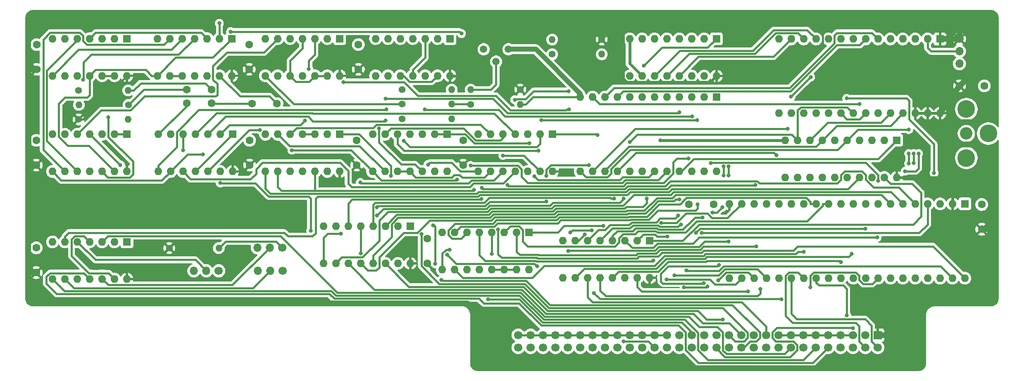
<source format=gbr>
%TF.GenerationSoftware,KiCad,Pcbnew,9.0.3*%
%TF.CreationDate,2025-12-15T21:45:11+00:00*%
%TF.ProjectId,TC02Mini,54433032-4d69-46e6-992e-6b696361645f,rev?*%
%TF.SameCoordinates,Original*%
%TF.FileFunction,Copper,L1,Top*%
%TF.FilePolarity,Positive*%
%FSLAX46Y46*%
G04 Gerber Fmt 4.6, Leading zero omitted, Abs format (unit mm)*
G04 Created by KiCad (PCBNEW 9.0.3) date 2025-12-15 21:45:11*
%MOMM*%
%LPD*%
G01*
G04 APERTURE LIST*
%TA.AperFunction,ComponentPad*%
%ADD10R,1.600000X1.600000*%
%TD*%
%TA.AperFunction,ComponentPad*%
%ADD11O,1.600000X1.600000*%
%TD*%
%TA.AperFunction,ComponentPad*%
%ADD12C,1.600000*%
%TD*%
%TA.AperFunction,ComponentPad*%
%ADD13C,1.700000*%
%TD*%
%TA.AperFunction,ComponentPad*%
%ADD14O,1.700000X1.700000*%
%TD*%
%TA.AperFunction,ComponentPad*%
%ADD15C,1.400000*%
%TD*%
%TA.AperFunction,ComponentPad*%
%ADD16O,1.400000X1.400000*%
%TD*%
%TA.AperFunction,ComponentPad*%
%ADD17R,1.700000X1.700000*%
%TD*%
%TA.AperFunction,ComponentPad*%
%ADD18C,1.500000*%
%TD*%
%TA.AperFunction,ComponentPad*%
%ADD19C,2.550000*%
%TD*%
%TA.AperFunction,ComponentPad*%
%ADD20C,3.616000*%
%TD*%
%TA.AperFunction,ViaPad*%
%ADD21C,0.800000*%
%TD*%
%TA.AperFunction,Conductor*%
%ADD22C,0.400000*%
%TD*%
%TA.AperFunction,Conductor*%
%ADD23C,0.600000*%
%TD*%
%TA.AperFunction,Conductor*%
%ADD24C,1.000000*%
%TD*%
%TA.AperFunction,Conductor*%
%ADD25C,1.200000*%
%TD*%
G04 APERTURE END LIST*
D10*
%TO.P,I8,1*%
%TO.N,Net-(I18A-Q)*%
X111442500Y-72850000D03*
D11*
%TO.P,I8,2*%
%TO.N,Net-(I5-Q7)*%
X108902500Y-72850000D03*
%TO.P,I8,3*%
%TO.N,Net-(I8-Pad3)*%
X106362500Y-72850000D03*
%TO.P,I8,4*%
%TO.N,Net-(I8-Pad10)*%
X103822500Y-72850000D03*
%TO.P,I8,5*%
%TO.N,GND*%
X101282500Y-72850000D03*
%TO.P,I8,6*%
%TO.N,Net-(I8-Pad6)*%
X98742500Y-72850000D03*
%TO.P,I8,7,GND*%
%TO.N,GND*%
X96202500Y-72850000D03*
%TO.P,I8,8*%
%TO.N,VIDEO*%
X96202500Y-80470000D03*
%TO.P,I8,9*%
%TO.N,Net-(I8-Pad9)*%
X98742500Y-80470000D03*
%TO.P,I8,10*%
%TO.N,Net-(I8-Pad10)*%
X101282500Y-80470000D03*
%TO.P,I8,11*%
%TO.N,unconnected-(I8-Pad11)*%
X103822500Y-80470000D03*
%TO.P,I8,12*%
%TO.N,Net-(I8-Pad10)*%
X106362500Y-80470000D03*
%TO.P,I8,13*%
X108902500Y-80470000D03*
%TO.P,I8,14,VCC*%
%TO.N,+5V*%
X111442500Y-80470000D03*
%TD*%
D12*
%TO.P,C47,1*%
%TO.N,+5V*%
X49263500Y-98800000D03*
%TO.P,C47,2*%
%TO.N,GND*%
X49263500Y-93720000D03*
%TD*%
%TO.P,C42,1*%
%TO.N,+5V*%
X114936000Y-98800000D03*
%TO.P,C42,2*%
%TO.N,GND*%
X114936000Y-93720000D03*
%TD*%
D13*
%TO.P,M4,1,Pin_1*%
%TO.N,+5V*%
X238415000Y-72912500D03*
D14*
%TO.P,M4,2,Pin_2*%
%TO.N,BANK*%
X238415000Y-75452500D03*
%TO.P,M4,3,Pin_3*%
%TO.N,GND*%
X238415000Y-77992500D03*
%TD*%
D12*
%TO.P,C8,1*%
%TO.N,GND*%
X80070000Y-86100000D03*
%TO.P,C8,2*%
%TO.N,Net-(C8-Pad2)*%
X85150000Y-86100000D03*
%TD*%
%TO.P,C10,1*%
%TO.N,DISEN*%
X188100000Y-106882500D03*
%TO.P,C10,2*%
%TO.N,GND*%
X183020000Y-106882500D03*
%TD*%
%TO.P,X1,1,1*%
%TO.N,Net-(I11-Pad13)*%
X98600000Y-86190000D03*
%TO.P,X1,2,2*%
%TO.N,Net-(C8-Pad2)*%
X93520000Y-86190000D03*
%TD*%
D10*
%TO.P,I3,1,GND*%
%TO.N,GND*%
X239525000Y-106742500D03*
D11*
%TO.P,I3,2,~{RESET}*%
%TO.N,+5V*%
X236985000Y-106742500D03*
%TO.P,I3,3,LPSTB*%
%TO.N,GND*%
X234445000Y-106742500D03*
%TO.P,I3,4,MA0*%
%TO.N,Net-(I13-I1a)*%
X231905000Y-106742500D03*
%TO.P,I3,5,MA1*%
%TO.N,Net-(I13-I1b)*%
X229365000Y-106742500D03*
%TO.P,I3,6,MA2*%
%TO.N,Net-(I13-I1c)*%
X226825000Y-106742500D03*
%TO.P,I3,7,MA3*%
%TO.N,Net-(I13-I1d)*%
X224285000Y-106742500D03*
%TO.P,I3,8,MA4*%
%TO.N,Net-(I14-I1a)*%
X221745000Y-106742500D03*
%TO.P,I3,9,MA5*%
%TO.N,Net-(I14-I1b)*%
X219205000Y-106742500D03*
%TO.P,I3,10,MA6*%
%TO.N,Net-(I14-I1c)*%
X216665000Y-106742500D03*
%TO.P,I3,11,MA7*%
%TO.N,Net-(I14-I1d)*%
X214125000Y-106742500D03*
%TO.P,I3,12,MA8*%
%TO.N,Net-(I15-I1a)*%
X211585000Y-106742500D03*
%TO.P,I3,13,MA9*%
%TO.N,Net-(I15-I1b)*%
X209045000Y-106742500D03*
%TO.P,I3,14,MA10*%
%TO.N,Net-(I15-I1c)*%
X206505000Y-106742500D03*
%TO.P,I3,15,MA11*%
%TO.N,unconnected-(I3-MA11-Pad15)*%
X203965000Y-106742500D03*
%TO.P,I3,16,MA12*%
%TO.N,unconnected-(I3-MA12-Pad16)*%
X201425000Y-106742500D03*
%TO.P,I3,17,MA13*%
%TO.N,unconnected-(I3-MA13-Pad17)*%
X198885000Y-106742500D03*
%TO.P,I3,18,DE*%
%TO.N,DISEN*%
X196345000Y-106742500D03*
%TO.P,I3,19,CURSOR*%
%TO.N,Net-(I18A-D)*%
X193805000Y-106742500D03*
%TO.P,I3,20,VCC*%
%TO.N,+5V*%
X191265000Y-106742500D03*
%TO.P,I3,21,CLK*%
%TO.N,Net-(I10-Q3)*%
X191265000Y-121982500D03*
%TO.P,I3,22,R/~{W}*%
%TO.N,~{WR}*%
X193805000Y-121982500D03*
%TO.P,I3,23,E*%
%TO.N,EN*%
X196345000Y-121982500D03*
%TO.P,I3,24,RS*%
%TO.N,/80 Column Schematic/A0*%
X198885000Y-121982500D03*
%TO.P,I3,25,~{CS}*%
%TO.N,~{CRTCS}*%
X201425000Y-121982500D03*
%TO.P,I3,26,D7*%
%TO.N,/80 Column Schematic/D7*%
X203965000Y-121982500D03*
%TO.P,I3,27,D6*%
%TO.N,/80 Column Schematic/D6*%
X206505000Y-121982500D03*
%TO.P,I3,28,D5*%
%TO.N,/80 Column Schematic/D5*%
X209045000Y-121982500D03*
%TO.P,I3,29,D4*%
%TO.N,/80 Column Schematic/D4*%
X211585000Y-121982500D03*
%TO.P,I3,30,D3*%
%TO.N,/80 Column Schematic/D3*%
X214125000Y-121982500D03*
%TO.P,I3,31,D2*%
%TO.N,/80 Column Schematic/D2*%
X216665000Y-121982500D03*
%TO.P,I3,32,D1*%
%TO.N,/80 Column Schematic/D1*%
X219205000Y-121982500D03*
%TO.P,I3,33,D0*%
%TO.N,/80 Column Schematic/D0*%
X221745000Y-121982500D03*
%TO.P,I3,34,RA4*%
%TO.N,unconnected-(I3-RA4-Pad34)*%
X224285000Y-121982500D03*
%TO.P,I3,35,RA3*%
%TO.N,RA3*%
X226825000Y-121982500D03*
%TO.P,I3,36,RA2*%
%TO.N,RA2*%
X229365000Y-121982500D03*
%TO.P,I3,37,RA1*%
%TO.N,RA1*%
X231905000Y-121982500D03*
%TO.P,I3,38,RA0*%
%TO.N,RA0*%
X234445000Y-121982500D03*
%TO.P,I3,39,HS*%
%TO.N,HS*%
X236985000Y-121982500D03*
%TO.P,I3,40,VS*%
%TO.N,VS*%
X239525000Y-121982500D03*
%TD*%
D12*
%TO.P,C45,1*%
%TO.N,+5V*%
X136723500Y-98800000D03*
%TO.P,C45,2*%
%TO.N,GND*%
X136723500Y-93720000D03*
%TD*%
%TO.P,C43,1*%
%TO.N,+5V*%
X115265000Y-79160000D03*
%TO.P,C43,2*%
%TO.N,GND*%
X115265000Y-74080000D03*
%TD*%
%TO.P,C50,1*%
%TO.N,+5V*%
X49260000Y-120847500D03*
%TO.P,C50,2*%
%TO.N,GND*%
X49260000Y-115767500D03*
%TD*%
D15*
%TO.P,R4,1*%
%TO.N,+5V*%
X76520000Y-115830000D03*
D16*
%TO.P,R4,2*%
%TO.N,Net-(M1-Pin_1)*%
X86680000Y-115830000D03*
%TD*%
D10*
%TO.P,I9,1*%
%TO.N,Net-(I8-Pad3)*%
X67848500Y-92490000D03*
D11*
%TO.P,I9,2*%
X65308500Y-92490000D03*
%TO.P,I9,3*%
%TO.N,N/C*%
X62768500Y-92490000D03*
%TO.P,I9,4*%
%TO.N,~{DISEN}*%
X60228500Y-92490000D03*
%TO.P,I9,5*%
%TO.N,Net-(I8-Pad6)*%
X57688500Y-92490000D03*
%TO.P,I9,6*%
%TO.N,Net-(I8-Pad9)*%
X55148500Y-92490000D03*
%TO.P,I9,7,GND*%
%TO.N,GND*%
X52608500Y-92490000D03*
%TO.P,I9,8*%
%TO.N,Net-(I5-~{PL})*%
X52608500Y-100110000D03*
%TO.P,I9,9*%
%TO.N,Net-(I11-Pad6)*%
X55148500Y-100110000D03*
%TO.P,I9,10*%
%TO.N,Net-(I10-Q1)*%
X57688500Y-100110000D03*
%TO.P,I9,11*%
%TO.N,N/C*%
X60228500Y-100110000D03*
%TO.P,I9,12*%
%TO.N,Net-(I11-Pad4)*%
X62768500Y-100110000D03*
%TO.P,I9,13*%
%TO.N,Net-(I10-Cp1)*%
X65308500Y-100110000D03*
%TO.P,I9,14,VCC*%
%TO.N,+5V*%
X67848500Y-100110000D03*
%TD*%
D15*
%TO.P,R2,1*%
%TO.N,Net-(I11-Pad13)*%
X57950000Y-83480000D03*
D16*
%TO.P,R2,2*%
%TO.N,Net-(C7-Pad1)*%
X68110000Y-83480000D03*
%TD*%
D10*
%TO.P,I14,1,S*%
%TO.N,~{MUX}*%
X174970000Y-114272500D03*
D11*
%TO.P,I14,2,I0a*%
%TO.N,/80 Column Schematic/A12*%
X172430000Y-114272500D03*
%TO.P,I14,3,I1a*%
%TO.N,Net-(I14-I1a)*%
X169890000Y-114272500D03*
%TO.P,I14,4,Za*%
%TO.N,Net-(I14-Za)*%
X167350000Y-114272500D03*
%TO.P,I14,5,I0b*%
%TO.N,/80 Column Schematic/A13*%
X164810000Y-114272500D03*
%TO.P,I14,6,I1b*%
%TO.N,Net-(I14-I1b)*%
X162270000Y-114272500D03*
%TO.P,I14,7,Zb*%
%TO.N,Net-(I14-Zb)*%
X159730000Y-114272500D03*
%TO.P,I14,8,GND*%
%TO.N,GND*%
X157190000Y-114272500D03*
%TO.P,I14,9,Zc*%
%TO.N,Net-(I14-Zc)*%
X157190000Y-121892500D03*
%TO.P,I14,10,I1c*%
%TO.N,Net-(I14-I1c)*%
X159730000Y-121892500D03*
%TO.P,I14,11,I0c*%
%TO.N,/80 Column Schematic/A14*%
X162270000Y-121892500D03*
%TO.P,I14,12,Zd*%
%TO.N,Net-(I14-Zd)*%
X164810000Y-121892500D03*
%TO.P,I14,13,I1d*%
%TO.N,Net-(I14-I1d)*%
X167350000Y-121892500D03*
%TO.P,I14,14,I0d*%
%TO.N,/80 Column Schematic/A15*%
X169890000Y-121892500D03*
%TO.P,I14,15,E*%
%TO.N,GND*%
X172430000Y-121892500D03*
%TO.P,I14,16,VCC*%
%TO.N,+5V*%
X174970000Y-121892500D03*
%TD*%
D12*
%TO.P,C48,1*%
%TO.N,+5V*%
X49352500Y-79160000D03*
%TO.P,C48,2*%
%TO.N,GND*%
X49352500Y-74080000D03*
%TD*%
D10*
%TO.P,I16,1*%
%TO.N,HS*%
X133416000Y-92490000D03*
D11*
%TO.P,I16,2*%
X130876000Y-92490000D03*
%TO.P,I16,3*%
%TO.N,/80 Column Schematic/A4*%
X128336000Y-92490000D03*
%TO.P,I16,4*%
%TO.N,/80 Column Schematic/A5*%
X125796000Y-92490000D03*
%TO.P,I16,5*%
%TO.N,/80 Column Schematic/A7*%
X123256000Y-92490000D03*
%TO.P,I16,6*%
%TO.N,Net-(I16-Pad6)*%
X120716000Y-92490000D03*
%TO.P,I16,7,GND*%
%TO.N,GND*%
X118176000Y-92490000D03*
%TO.P,I16,8*%
%TO.N,~{RAMOE}*%
X118176000Y-100110000D03*
%TO.P,I16,9*%
%TO.N,~{MUX}*%
X120716000Y-100110000D03*
%TO.P,I16,10*%
%TO.N,~{WR}*%
X123256000Y-100110000D03*
%TO.P,I16,11*%
X125796000Y-100110000D03*
%TO.P,I16,12*%
%TO.N,~{CSYNC}*%
X128336000Y-100110000D03*
%TO.P,I16,13*%
%TO.N,VS*%
X130876000Y-100110000D03*
%TO.P,I16,14,VCC*%
%TO.N,+5V*%
X133416000Y-100110000D03*
%TD*%
D15*
%TO.P,R10,1*%
%TO.N,+5V*%
X165140000Y-73040000D03*
D16*
%TO.P,R10,2*%
%TO.N,Net-(Q1-E)*%
X154980000Y-73040000D03*
%TD*%
D10*
%TO.P,I12,1*%
%TO.N,~{SELCS}*%
X67845000Y-114537500D03*
D11*
%TO.P,I12,2*%
%TO.N,~{DISEN}*%
X65305000Y-114537500D03*
%TO.P,I12,3*%
%TO.N,/80 Column Schematic/D0*%
X62765000Y-114537500D03*
%TO.P,I12,4*%
%TO.N,~{SELCS}*%
X60225000Y-114537500D03*
%TO.P,I12,5*%
%TO.N,Net-(M3-Pin_2)*%
X57685000Y-114537500D03*
%TO.P,I12,6*%
%TO.N,/80 Column Schematic/D1*%
X55145000Y-114537500D03*
%TO.P,I12,7,GND*%
%TO.N,GND*%
X52605000Y-114537500D03*
%TO.P,I12,8*%
%TO.N,/80 Column Schematic/D2*%
X52605000Y-122157500D03*
%TO.P,I12,9*%
%TO.N,Net-(M2-Pin_2)*%
X55145000Y-122157500D03*
%TO.P,I12,10*%
%TO.N,~{SELCS}*%
X57685000Y-122157500D03*
%TO.P,I12,11*%
%TO.N,/80 Column Schematic/D3*%
X60225000Y-122157500D03*
%TO.P,I12,12*%
%TO.N,Net-(M1-Pin_2)*%
X62765000Y-122157500D03*
%TO.P,I12,13*%
%TO.N,~{SELCS}*%
X65305000Y-122157500D03*
%TO.P,I12,14,VCC*%
%TO.N,+5V*%
X67845000Y-122157500D03*
%TD*%
D17*
%TO.P,M300,1,Pin_1*%
%TO.N,+5V*%
X221670000Y-133662500D03*
D13*
%TO.P,M300,2,Pin_2*%
%TO.N,/80 Column Schematic/D7*%
X221670000Y-136202500D03*
%TO.P,M300,3,Pin_3*%
%TO.N,+5V*%
X219130000Y-133662500D03*
%TO.P,M300,4,Pin_4*%
%TO.N,/80 Column Schematic/D6*%
X219130000Y-136202500D03*
%TO.P,M300,5,Pin_5*%
%TO.N,GND*%
X216590000Y-133662500D03*
%TO.P,M300,6,Pin_6*%
%TO.N,/80 Column Schematic/D5*%
X216590000Y-136202500D03*
%TO.P,M300,7,Pin_7*%
%TO.N,GND*%
X214050000Y-133662500D03*
%TO.P,M300,8,Pin_8*%
%TO.N,/80 Column Schematic/D4*%
X214050000Y-136202500D03*
%TO.P,M300,9,Pin_9*%
%TO.N,GND*%
X211510000Y-133662500D03*
%TO.P,M300,10,Pin_10*%
%TO.N,/80 Column Schematic/D3*%
X211510000Y-136202500D03*
%TO.P,M300,11,Pin_11*%
%TO.N,GND*%
X208970000Y-133662500D03*
%TO.P,M300,12,Pin_12*%
%TO.N,/80 Column Schematic/D2*%
X208970000Y-136202500D03*
%TO.P,M300,13,Pin_13*%
%TO.N,GND*%
X206430000Y-133662500D03*
%TO.P,M300,14,Pin_14*%
%TO.N,/80 Column Schematic/D1*%
X206430000Y-136202500D03*
%TO.P,M300,15,Pin_15*%
%TO.N,GND*%
X203890000Y-133662500D03*
%TO.P,M300,16,Pin_16*%
%TO.N,/80 Column Schematic/D0*%
X203890000Y-136202500D03*
%TO.P,M300,17,Pin_17*%
%TO.N,GND*%
X201350000Y-133662500D03*
%TO.P,M300,18,Pin_18*%
%TO.N,/80 Column Schematic/A15*%
X201350000Y-136202500D03*
%TO.P,M300,19,Pin_19*%
%TO.N,/80 Column Schematic/A14*%
X198810000Y-133662500D03*
%TO.P,M300,20,Pin_20*%
%TO.N,/80 Column Schematic/A13*%
X198810000Y-136202500D03*
%TO.P,M300,21,Pin_21*%
%TO.N,/80 Column Schematic/A12*%
X196270000Y-133662500D03*
%TO.P,M300,22,Pin_22*%
%TO.N,/80 Column Schematic/A11*%
X196270000Y-136202500D03*
%TO.P,M300,23,Pin_23*%
%TO.N,/80 Column Schematic/A10*%
X193730000Y-133662500D03*
%TO.P,M300,24,Pin_24*%
%TO.N,/80 Column Schematic/A9*%
X193730000Y-136202500D03*
%TO.P,M300,25,Pin_25*%
%TO.N,/80 Column Schematic/A8*%
X191190000Y-133662500D03*
%TO.P,M300,26,Pin_26*%
%TO.N,/80 Column Schematic/A7*%
X191190000Y-136202500D03*
%TO.P,M300,27,Pin_27*%
%TO.N,/80 Column Schematic/A6*%
X188650000Y-133662500D03*
%TO.P,M300,28,Pin_28*%
%TO.N,/80 Column Schematic/A5*%
X188650000Y-136202500D03*
%TO.P,M300,29,Pin_29*%
%TO.N,/80 Column Schematic/A4*%
X186110000Y-133662500D03*
%TO.P,M300,30,Pin_30*%
%TO.N,/80 Column Schematic/A3*%
X186110000Y-136202500D03*
%TO.P,M300,31,Pin_31*%
%TO.N,/80 Column Schematic/A2*%
X183570000Y-133662500D03*
%TO.P,M300,32,Pin_32*%
%TO.N,/80 Column Schematic/A1*%
X183570000Y-136202500D03*
%TO.P,M300,33,Pin_33*%
%TO.N,/80 Column Schematic/A0*%
X181030000Y-133662500D03*
%TO.P,M300,34,Pin_34*%
%TO.N,~{RESET}*%
X181030000Y-136202500D03*
%TO.P,M300,35,Pin_35*%
%TO.N,GND*%
X178490000Y-133662500D03*
%TO.P,M300,36,Pin_36*%
%TO.N,~{RFSH}*%
X178490000Y-136202500D03*
%TO.P,M300,37,Pin_37*%
%TO.N,GND*%
X175950000Y-133662500D03*
%TO.P,M300,38,Pin_38*%
%TO.N,~{M1}*%
X175950000Y-136202500D03*
%TO.P,M300,39,Pin_39*%
%TO.N,GND*%
X173410000Y-133662500D03*
%TO.P,M300,40,Pin_40*%
%TO.N,~{BUSACK}*%
X173410000Y-136202500D03*
%TO.P,M300,41,Pin_41*%
%TO.N,GND*%
X170870000Y-133662500D03*
%TO.P,M300,42,Pin_42*%
%TO.N,~{WR}*%
X170870000Y-136202500D03*
%TO.P,M300,43,Pin_43*%
%TO.N,GND*%
X168330000Y-133662500D03*
%TO.P,M300,44,Pin_44*%
%TO.N,~{RD}*%
X168330000Y-136202500D03*
%TO.P,M300,45,Pin_45*%
%TO.N,GND*%
X165790000Y-133662500D03*
%TO.P,M300,46,Pin_46*%
%TO.N,~{IORQ}*%
X165790000Y-136202500D03*
%TO.P,M300,47,Pin_47*%
%TO.N,GND*%
X163250000Y-133662500D03*
%TO.P,M300,48,Pin_48*%
%TO.N,~{MREQ}*%
X163250000Y-136202500D03*
%TO.P,M300,49,Pin_49*%
%TO.N,GND*%
X160710000Y-133662500D03*
%TO.P,M300,50,Pin_50*%
%TO.N,~{HALT}*%
X160710000Y-136202500D03*
%TO.P,M300,51,Pin_51*%
%TO.N,GND*%
X158170000Y-133662500D03*
%TO.P,M300,52,Pin_52*%
%TO.N,~{NMI}*%
X158170000Y-136202500D03*
%TO.P,M300,53,Pin_53*%
%TO.N,GND*%
X155630000Y-133662500D03*
%TO.P,M300,54,Pin_54*%
%TO.N,~{INT}*%
X155630000Y-136202500D03*
%TO.P,M300,55,Pin_55*%
%TO.N,GND*%
X153090000Y-133662500D03*
%TO.P,M300,56,Pin_56*%
%TO.N,~{WAIT}*%
X153090000Y-136202500D03*
%TO.P,M300,57,Pin_57*%
%TO.N,GND*%
X150550000Y-133662500D03*
%TO.P,M300,58,Pin_58*%
%TO.N,~{BUSREQ}*%
X150550000Y-136202500D03*
%TO.P,M300,59,Pin_59*%
%TO.N,GND*%
X148010000Y-133662500D03*
%TO.P,M300,60,Pin_60*%
%TO.N,SYSCLK*%
X148010000Y-136202500D03*
%TD*%
D15*
%TO.P,R11,1*%
%TO.N,+5V*%
X148440000Y-83290000D03*
D16*
%TO.P,R11,2*%
%TO.N,Net-(Q1-B)*%
X138280000Y-83290000D03*
%TD*%
D10*
%TO.P,I15,1,S*%
%TO.N,~{MUX}*%
X150230000Y-112610000D03*
D11*
%TO.P,I15,2,I0a*%
%TO.N,/80 Column Schematic/A0*%
X147690000Y-112610000D03*
%TO.P,I15,3,I1a*%
%TO.N,Net-(I15-I1a)*%
X145150000Y-112610000D03*
%TO.P,I15,4,Za*%
%TO.N,Net-(I15-Za)*%
X142610000Y-112610000D03*
%TO.P,I15,5,I0b*%
%TO.N,/80 Column Schematic/A1*%
X140070000Y-112610000D03*
%TO.P,I15,6,I1b*%
%TO.N,Net-(I15-I1b)*%
X137530000Y-112610000D03*
%TO.P,I15,7,Zb*%
%TO.N,Net-(I15-Zb)*%
X134990000Y-112610000D03*
%TO.P,I15,8,GND*%
%TO.N,GND*%
X132450000Y-112610000D03*
%TO.P,I15,9,Zc*%
%TO.N,Net-(I15-Zc)*%
X132450000Y-120230000D03*
%TO.P,I15,10,I1c*%
%TO.N,Net-(I15-I1c)*%
X134990000Y-120230000D03*
%TO.P,I15,11,I0c*%
%TO.N,/80 Column Schematic/A2*%
X137530000Y-120230000D03*
%TO.P,I15,12,Zd*%
%TO.N,unconnected-(I15-Zd-Pad12)*%
X140070000Y-120230000D03*
%TO.P,I15,13,I1d*%
%TO.N,GND*%
X142610000Y-120230000D03*
%TO.P,I15,14,I0d*%
X145150000Y-120230000D03*
%TO.P,I15,15,E*%
X147690000Y-120230000D03*
%TO.P,I15,16,VCC*%
%TO.N,+5V*%
X150230000Y-120230000D03*
%TD*%
D15*
%TO.P,R1,1*%
%TO.N,+5V*%
X57950000Y-89430000D03*
D16*
%TO.P,R1,2*%
%TO.N,Net-(I8-Pad10)*%
X68110000Y-89430000D03*
%TD*%
D15*
%TO.P,R5,1*%
%TO.N,~{CSYNC}*%
X124240000Y-83300000D03*
D16*
%TO.P,R5,2*%
%TO.N,Net-(Q1-B)*%
X134400000Y-83300000D03*
%TD*%
D12*
%TO.P,C7,1*%
%TO.N,Net-(C7-Pad1)*%
X85150000Y-83280000D03*
%TO.P,C7,2*%
%TO.N,Net-(C7-Pad2)*%
X80070000Y-83280000D03*
%TD*%
D15*
%TO.P,R3,1*%
%TO.N,Net-(C7-Pad2)*%
X68150000Y-86460000D03*
D16*
%TO.P,R3,2*%
%TO.N,Net-(C8-Pad2)*%
X57990000Y-86460000D03*
%TD*%
D12*
%TO.P,C49,1*%
%TO.N,+5V*%
X92986000Y-98800000D03*
%TO.P,C49,2*%
%TO.N,GND*%
X92986000Y-93720000D03*
%TD*%
D10*
%TO.P,I5,1,~{PL}*%
%TO.N,Net-(I5-~{PL})*%
X188617500Y-72882500D03*
D11*
%TO.P,I5,2,CP*%
%TO.N,Net-(I5-CP)*%
X186077500Y-72882500D03*
%TO.P,I5,3,D4*%
%TO.N,Net-(I4-D4)*%
X183537500Y-72882500D03*
%TO.P,I5,4,D5*%
%TO.N,Net-(I4-D5)*%
X180997500Y-72882500D03*
%TO.P,I5,5,D6*%
%TO.N,Net-(I4-D6)*%
X178457500Y-72882500D03*
%TO.P,I5,6,D7*%
%TO.N,Net-(I4-D7)*%
X175917500Y-72882500D03*
%TO.P,I5,7,~{Q7}*%
%TO.N,unconnected-(I5-~{Q7}-Pad7)*%
X173377500Y-72882500D03*
%TO.P,I5,8,GND*%
%TO.N,GND*%
X170837500Y-72882500D03*
%TO.P,I5,9,Q7*%
%TO.N,Net-(I5-Q7)*%
X170837500Y-80502500D03*
%TO.P,I5,10,DS*%
%TO.N,GND*%
X173377500Y-80502500D03*
%TO.P,I5,11,D0*%
%TO.N,Net-(I4-D0)*%
X175917500Y-80502500D03*
%TO.P,I5,12,D1*%
%TO.N,Net-(I4-D1)*%
X178457500Y-80502500D03*
%TO.P,I5,13,D2*%
%TO.N,Net-(I4-D2)*%
X180997500Y-80502500D03*
%TO.P,I5,14,D3*%
%TO.N,Net-(I4-D3)*%
X183537500Y-80502500D03*
%TO.P,I5,15,~{CE}*%
%TO.N,GND*%
X186077500Y-80502500D03*
%TO.P,I5,16,VCC*%
%TO.N,+5V*%
X188617500Y-80502500D03*
%TD*%
D12*
%TO.P,C46,1*%
%TO.N,+5V*%
X129375000Y-118965000D03*
%TO.P,C46,2*%
%TO.N,GND*%
X129375000Y-113885000D03*
%TD*%
D15*
%TO.P,R6,1*%
%TO.N,+5V*%
X124250000Y-89290000D03*
D16*
%TO.P,R6,2*%
%TO.N,Net-(I18A-~{R})*%
X134410000Y-89290000D03*
%TD*%
D10*
%TO.P,I10,1,Ms1*%
%TO.N,unconnected-(I10-Ms1-Pad1)*%
X67845000Y-72850000D03*
D11*
%TO.P,I10,2*%
%TO.N,N/C*%
X65305000Y-72850000D03*
%TO.P,I10,3,Ms2*%
%TO.N,unconnected-(I10-Ms2-Pad3)*%
X62765000Y-72850000D03*
%TO.P,I10,4,Q2*%
%TO.N,Net-(I10-Q2)*%
X60225000Y-72850000D03*
%TO.P,I10,5,Q1*%
%TO.N,Net-(I10-Q1)*%
X57685000Y-72850000D03*
%TO.P,I10,6*%
%TO.N,N/C*%
X55145000Y-72850000D03*
%TO.P,I10,7,GND*%
%TO.N,GND*%
X52605000Y-72850000D03*
%TO.P,I10,8,Q3*%
%TO.N,Net-(I10-Q3)*%
X52605000Y-80470000D03*
%TO.P,I10,9,Q0*%
%TO.N,unconnected-(I10-Q0-Pad9)*%
X55145000Y-80470000D03*
%TO.P,I10,10,Cp0*%
%TO.N,GND*%
X57685000Y-80470000D03*
%TO.P,I10,11,Cp1*%
%TO.N,Net-(I10-Cp1)*%
X60225000Y-80470000D03*
%TO.P,I10,12,Mr1*%
%TO.N,GND*%
X62765000Y-80470000D03*
%TO.P,I10,13,Mr2*%
X65305000Y-80470000D03*
%TO.P,I10,14,VCC*%
%TO.N,+5V*%
X67845000Y-80470000D03*
%TD*%
D18*
%TO.P,Q1,1,C*%
%TO.N,GND*%
X146010000Y-75030000D03*
%TO.P,Q1,2,B*%
%TO.N,Net-(Q1-B)*%
X143470000Y-77570000D03*
%TO.P,Q1,3,E*%
%TO.N,Net-(Q1-E)*%
X140930000Y-75030000D03*
%TD*%
D10*
%TO.P,I2,1,A7*%
%TO.N,Net-(I14-Zd)*%
X188646000Y-84822500D03*
D11*
%TO.P,I2,2,A6*%
%TO.N,Net-(I14-Zc)*%
X186106000Y-84822500D03*
%TO.P,I2,3,A5*%
%TO.N,Net-(I14-Zb)*%
X183566000Y-84822500D03*
%TO.P,I2,4,A4*%
%TO.N,Net-(I14-Za)*%
X181026000Y-84822500D03*
%TO.P,I2,5,A3*%
%TO.N,Net-(I13-Zd)*%
X178486000Y-84822500D03*
%TO.P,I2,6,A2*%
%TO.N,Net-(I13-Zc)*%
X175946000Y-84822500D03*
%TO.P,I2,7,A1*%
%TO.N,Net-(I13-Zb)*%
X173406000Y-84822500D03*
%TO.P,I2,8,A0*%
%TO.N,Net-(I13-Za)*%
X170866000Y-84822500D03*
%TO.P,I2,9,D0*%
%TO.N,Net-(I1-A0)*%
X168326000Y-84822500D03*
%TO.P,I2,10,D1*%
%TO.N,Net-(I1-A1)*%
X165786000Y-84822500D03*
%TO.P,I2,11,D2*%
%TO.N,Net-(I1-A2)*%
X163246000Y-84822500D03*
%TO.P,I2,12,GND*%
%TO.N,GND*%
X160706000Y-84822500D03*
%TO.P,I2,13,D3*%
%TO.N,Net-(I1-A3)*%
X160706000Y-100062500D03*
%TO.P,I2,14,D4*%
%TO.N,Net-(I1-A4)*%
X163246000Y-100062500D03*
%TO.P,I2,15,D5*%
%TO.N,Net-(I1-A5)*%
X165786000Y-100062500D03*
%TO.P,I2,16,D6*%
%TO.N,Net-(I1-A6)*%
X168326000Y-100062500D03*
%TO.P,I2,17,D7*%
%TO.N,Net-(I1-A7)*%
X170866000Y-100062500D03*
%TO.P,I2,18,~{CS}*%
%TO.N,GND*%
X173406000Y-100062500D03*
%TO.P,I2,19,A10*%
%TO.N,Net-(I15-Zc)*%
X175946000Y-100062500D03*
%TO.P,I2,20,~{OE}*%
%TO.N,~{RAMOE}*%
X178486000Y-100062500D03*
%TO.P,I2,21,R/W*%
%TO.N,~{RAMWR}*%
X181026000Y-100062500D03*
%TO.P,I2,22,A9*%
%TO.N,Net-(I15-Zb)*%
X183566000Y-100062500D03*
%TO.P,I2,23,A8*%
%TO.N,Net-(I15-Za)*%
X186106000Y-100062500D03*
%TO.P,I2,24,Vcc*%
%TO.N,+5V*%
X188646000Y-100062500D03*
%TD*%
D10*
%TO.P,I11,1*%
%TO.N,Net-(I10-Cp1)*%
X89360000Y-72850000D03*
D11*
%TO.P,I11,2*%
%TO.N,Net-(I5-CP)*%
X86820000Y-72850000D03*
%TO.P,I11,3*%
%TO.N,Net-(I10-Q2)*%
X84280000Y-72850000D03*
%TO.P,I11,4*%
%TO.N,Net-(I11-Pad4)*%
X81740000Y-72850000D03*
%TO.P,I11,5*%
%TO.N,Net-(I10-Q3)*%
X79200000Y-72850000D03*
%TO.P,I11,6*%
%TO.N,Net-(I11-Pad6)*%
X76660000Y-72850000D03*
%TO.P,I11,7,GND*%
%TO.N,GND*%
X74120000Y-72850000D03*
%TO.P,I11,8*%
%TO.N,Net-(I10-Cp1)*%
X74120000Y-80470000D03*
%TO.P,I11,9*%
%TO.N,Net-(C8-Pad2)*%
X76660000Y-80470000D03*
%TO.P,I11,10*%
X79200000Y-80470000D03*
%TO.P,I11,11*%
%TO.N,Net-(C7-Pad2)*%
X81740000Y-80470000D03*
%TO.P,I11,12*%
%TO.N,Net-(C7-Pad1)*%
X84280000Y-80470000D03*
%TO.P,I11,13*%
%TO.N,Net-(I11-Pad13)*%
X86820000Y-80470000D03*
%TO.P,I11,14,VCC*%
%TO.N,+5V*%
X89360000Y-80470000D03*
%TD*%
D10*
%TO.P,I7,1*%
%TO.N,~{IORQ}*%
X111456000Y-92490000D03*
D11*
%TO.P,I7,2*%
%TO.N,Net-(I6-Pad12)*%
X108916000Y-92490000D03*
%TO.P,I7,3*%
%TO.N,~{EN}*%
X106376000Y-92490000D03*
%TO.P,I7,4*%
X103836000Y-92490000D03*
%TO.P,I7,5*%
%TO.N,Net-(I17-Pad6)*%
X101296000Y-92490000D03*
%TO.P,I7,6*%
%TO.N,~{MUX}*%
X98756000Y-92490000D03*
%TO.P,I7,7,GND*%
%TO.N,GND*%
X96216000Y-92490000D03*
%TO.P,I7,8*%
%TO.N,~{CRTCS}*%
X96216000Y-100110000D03*
%TO.P,I7,9*%
%TO.N,Net-(I17-Pad12)*%
X98756000Y-100110000D03*
%TO.P,I7,10*%
%TO.N,/80 Column Schematic/A2*%
X101296000Y-100110000D03*
%TO.P,I7,11*%
%TO.N,~{SELCS}*%
X103836000Y-100110000D03*
%TO.P,I7,12*%
%TO.N,Net-(I17-Pad12)*%
X106376000Y-100110000D03*
%TO.P,I7,13*%
%TO.N,Net-(I17-Pad8)*%
X108916000Y-100110000D03*
%TO.P,I7,14,VCC*%
%TO.N,+5V*%
X111456000Y-100110000D03*
%TD*%
D12*
%TO.P,C40,1*%
%TO.N,+5V*%
X238440000Y-82552500D03*
%TO.P,C40,2*%
%TO.N,GND*%
X243520000Y-82552500D03*
%TD*%
D13*
%TO.P,M1,1,Pin_1*%
%TO.N,Net-(M1-Pin_1)*%
X99645000Y-115730000D03*
D14*
%TO.P,M1,2,Pin_2*%
%TO.N,Net-(M1-Pin_2)*%
X97105000Y-115730000D03*
%TO.P,M1,3,Pin_3*%
%TO.N,GND*%
X94565000Y-115730000D03*
%TD*%
D12*
%TO.P,C41,1*%
%TO.N,+5V*%
X242980000Y-111962500D03*
%TO.P,C41,2*%
%TO.N,GND*%
X242980000Y-106882500D03*
%TD*%
D10*
%TO.P,I13,1,S*%
%TO.N,~{MUX}*%
X125880000Y-111330000D03*
D11*
%TO.P,I13,2,I0a*%
%TO.N,/80 Column Schematic/A8*%
X123340000Y-111330000D03*
%TO.P,I13,3,I1a*%
%TO.N,Net-(I13-I1a)*%
X120800000Y-111330000D03*
%TO.P,I13,4,Za*%
%TO.N,Net-(I13-Za)*%
X118260000Y-111330000D03*
%TO.P,I13,5,I0b*%
%TO.N,/80 Column Schematic/A9*%
X115720000Y-111330000D03*
%TO.P,I13,6,I1b*%
%TO.N,Net-(I13-I1b)*%
X113180000Y-111330000D03*
%TO.P,I13,7,Zb*%
%TO.N,Net-(I13-Zb)*%
X110640000Y-111330000D03*
%TO.P,I13,8,GND*%
%TO.N,GND*%
X108100000Y-111330000D03*
%TO.P,I13,9,Zc*%
%TO.N,Net-(I13-Zc)*%
X108100000Y-118950000D03*
%TO.P,I13,10,I1c*%
%TO.N,Net-(I13-I1c)*%
X110640000Y-118950000D03*
%TO.P,I13,11,I0c*%
%TO.N,/80 Column Schematic/A10*%
X113180000Y-118950000D03*
%TO.P,I13,12,Zd*%
%TO.N,Net-(I13-Zd)*%
X115720000Y-118950000D03*
%TO.P,I13,13,I1d*%
%TO.N,Net-(I13-I1d)*%
X118260000Y-118950000D03*
%TO.P,I13,14,I0d*%
%TO.N,/80 Column Schematic/A11*%
X120800000Y-118950000D03*
%TO.P,I13,15,E*%
%TO.N,GND*%
X123340000Y-118950000D03*
%TO.P,I13,16,VCC*%
%TO.N,+5V*%
X125880000Y-118950000D03*
%TD*%
D10*
%TO.P,I6,1*%
%TO.N,~{EN}*%
X89486000Y-92490000D03*
D11*
%TO.P,I6,2*%
%TO.N,EN*%
X86946000Y-92490000D03*
%TO.P,I6,3*%
%TO.N,/80 Column Schematic/A3*%
X84406000Y-92490000D03*
%TO.P,I6,4*%
%TO.N,Net-(I17-Pad4)*%
X81866000Y-92490000D03*
%TO.P,I6,5*%
%TO.N,~{RAMOE}*%
X79326000Y-92490000D03*
%TO.P,I6,6*%
%TO.N,~{RAMWR}*%
X76786000Y-92490000D03*
%TO.P,I6,7,GND*%
%TO.N,GND*%
X74246000Y-92490000D03*
%TO.P,I6,8*%
%TO.N,Net-(I18A-C)*%
X74246000Y-100110000D03*
%TO.P,I6,9*%
%TO.N,Net-(I5-~{PL})*%
X76786000Y-100110000D03*
%TO.P,I6,10*%
%TO.N,EN2*%
X79326000Y-100110000D03*
%TO.P,I6,11*%
%TO.N,~{EN}*%
X81866000Y-100110000D03*
%TO.P,I6,12*%
%TO.N,Net-(I6-Pad12)*%
X84406000Y-100110000D03*
%TO.P,I6,13*%
%TO.N,~{M1}*%
X86946000Y-100110000D03*
%TO.P,I6,14,VCC*%
%TO.N,+5V*%
X89486000Y-100110000D03*
%TD*%
D13*
%TO.P,M3,1,Pin_1*%
%TO.N,Net-(M1-Pin_1)*%
X86650000Y-120470000D03*
D14*
%TO.P,M3,2,Pin_2*%
%TO.N,Net-(M3-Pin_2)*%
X84110000Y-120470000D03*
%TO.P,M3,3,Pin_3*%
%TO.N,GND*%
X81570000Y-120470000D03*
%TD*%
D10*
%TO.P,I17,1*%
%TO.N,/80 Column Schematic/A6*%
X155053500Y-92490000D03*
D11*
%TO.P,I17,2*%
%TO.N,/80 Column Schematic/A3*%
X152513500Y-92490000D03*
%TO.P,I17,3*%
%TO.N,/80 Column Schematic/A6*%
X149973500Y-92490000D03*
%TO.P,I17,4*%
%TO.N,Net-(I17-Pad4)*%
X147433500Y-92490000D03*
%TO.P,I17,5*%
%TO.N,Net-(I16-Pad6)*%
X144893500Y-92490000D03*
%TO.P,I17,6*%
%TO.N,Net-(I17-Pad6)*%
X142353500Y-92490000D03*
%TO.P,I17,7,GND*%
%TO.N,GND*%
X139813500Y-92490000D03*
%TO.P,I17,8*%
%TO.N,Net-(I17-Pad8)*%
X139813500Y-100110000D03*
%TO.P,I17,9*%
%TO.N,~{WR}*%
X142353500Y-100110000D03*
%TO.P,I17,10*%
%TO.N,/80 Column Schematic/A2*%
X144893500Y-100110000D03*
%TO.P,I17,11*%
%TO.N,EN2*%
X147433500Y-100110000D03*
%TO.P,I17,12*%
%TO.N,Net-(I17-Pad12)*%
X149973500Y-100110000D03*
%TO.P,I17,13*%
%TO.N,Net-(I16-Pad6)*%
X152513500Y-100110000D03*
%TO.P,I17,14,VCC*%
%TO.N,+5V*%
X155053500Y-100110000D03*
%TD*%
D10*
%TO.P,I4,1,VPP*%
%TO.N,+5V*%
X234435000Y-72922500D03*
D11*
%TO.P,I4,2,A12*%
%TO.N,BANK*%
X231895000Y-72922500D03*
%TO.P,I4,3,A7*%
%TO.N,Net-(I1-A4)*%
X229355000Y-72922500D03*
%TO.P,I4,4,A6*%
%TO.N,Net-(I1-A3)*%
X226815000Y-72922500D03*
%TO.P,I4,5,A5*%
%TO.N,Net-(I1-A2)*%
X224275000Y-72922500D03*
%TO.P,I4,6,A4*%
%TO.N,Net-(I1-A1)*%
X221735000Y-72922500D03*
%TO.P,I4,7,A3*%
%TO.N,Net-(I1-A0)*%
X219195000Y-72922500D03*
%TO.P,I4,8,A2*%
%TO.N,RA2*%
X216655000Y-72922500D03*
%TO.P,I4,9,A1*%
%TO.N,RA1*%
X214115000Y-72922500D03*
%TO.P,I4,10,A0*%
%TO.N,RA0*%
X211575000Y-72922500D03*
%TO.P,I4,11,D0*%
%TO.N,Net-(I4-D0)*%
X209035000Y-72922500D03*
%TO.P,I4,12,D1*%
%TO.N,Net-(I4-D1)*%
X206495000Y-72922500D03*
%TO.P,I4,13,D2*%
%TO.N,Net-(I4-D2)*%
X203955000Y-72922500D03*
%TO.P,I4,14,GND*%
%TO.N,GND*%
X201415000Y-72922500D03*
%TO.P,I4,15,D3*%
%TO.N,Net-(I4-D3)*%
X201415000Y-88162500D03*
%TO.P,I4,16,D4*%
%TO.N,Net-(I4-D4)*%
X203955000Y-88162500D03*
%TO.P,I4,17,D5*%
%TO.N,Net-(I4-D5)*%
X206495000Y-88162500D03*
%TO.P,I4,18,D6*%
%TO.N,Net-(I4-D6)*%
X209035000Y-88162500D03*
%TO.P,I4,19,D7*%
%TO.N,Net-(I4-D7)*%
X211575000Y-88162500D03*
%TO.P,I4,20,~{CE}*%
%TO.N,GND*%
X214115000Y-88162500D03*
%TO.P,I4,21,A10*%
%TO.N,Net-(I1-A7)*%
X216655000Y-88162500D03*
%TO.P,I4,22,~{OE}*%
%TO.N,GND*%
X219195000Y-88162500D03*
%TO.P,I4,23,A11*%
%TO.N,RA3*%
X221735000Y-88162500D03*
%TO.P,I4,24,A9*%
%TO.N,Net-(I1-A6)*%
X224275000Y-88162500D03*
%TO.P,I4,25,A8*%
%TO.N,Net-(I1-A5)*%
X226815000Y-88162500D03*
%TO.P,I4,26,A13*%
%TO.N,+5V*%
X229355000Y-88162500D03*
%TO.P,I4,27,~{PGM}*%
X231895000Y-88162500D03*
%TO.P,I4,28,VCC*%
X234435000Y-88162500D03*
%TD*%
D12*
%TO.P,C44,1*%
%TO.N,+5V*%
X92910000Y-79160000D03*
%TO.P,C44,2*%
%TO.N,GND*%
X92910000Y-74080000D03*
%TD*%
D10*
%TO.P,I18,1,~{R}*%
%TO.N,Net-(I18A-~{R})*%
X134030000Y-72850000D03*
D11*
%TO.P,I18,2,D*%
%TO.N,Net-(I18A-D)*%
X131490000Y-72850000D03*
%TO.P,I18,3,C*%
%TO.N,Net-(I18A-C)*%
X128950000Y-72850000D03*
%TO.P,I18,4,~{S}*%
%TO.N,Net-(I18A-~{R})*%
X126410000Y-72850000D03*
%TO.P,I18,5,Q*%
%TO.N,Net-(I18A-Q)*%
X123870000Y-72850000D03*
%TO.P,I18,6,~{Q}*%
%TO.N,unconnected-(I18A-~{Q}-Pad6)*%
X121330000Y-72850000D03*
%TO.P,I18,7,GND*%
%TO.N,GND*%
X118790000Y-72850000D03*
%TO.P,I18,8,~{Q}*%
%TO.N,unconnected-(I18B-~{Q}-Pad8)*%
X118790000Y-80470000D03*
%TO.P,I18,9,Q*%
%TO.N,~{DISEN}*%
X121330000Y-80470000D03*
%TO.P,I18,10,~{S}*%
%TO.N,Net-(I18A-~{R})*%
X123870000Y-80470000D03*
%TO.P,I18,11,C*%
%TO.N,Net-(I18A-C)*%
X126410000Y-80470000D03*
%TO.P,I18,12,D*%
%TO.N,DISEN*%
X128950000Y-80470000D03*
%TO.P,I18,13,~{R}*%
%TO.N,Net-(I18A-~{R})*%
X131490000Y-80470000D03*
%TO.P,I18,14,VCC*%
%TO.N,+5V*%
X134030000Y-80470000D03*
%TD*%
D10*
%TO.P,I1,1,A->B*%
%TO.N,~{RAMWR}*%
X225570000Y-93702500D03*
D11*
%TO.P,I1,2,A0*%
%TO.N,Net-(I1-A0)*%
X223030000Y-93702500D03*
%TO.P,I1,3,A1*%
%TO.N,Net-(I1-A1)*%
X220490000Y-93702500D03*
%TO.P,I1,4,A2*%
%TO.N,Net-(I1-A2)*%
X217950000Y-93702500D03*
%TO.P,I1,5,A3*%
%TO.N,Net-(I1-A3)*%
X215410000Y-93702500D03*
%TO.P,I1,6,A4*%
%TO.N,Net-(I1-A4)*%
X212870000Y-93702500D03*
%TO.P,I1,7,A5*%
%TO.N,Net-(I1-A5)*%
X210330000Y-93702500D03*
%TO.P,I1,8,A6*%
%TO.N,Net-(I1-A6)*%
X207790000Y-93702500D03*
%TO.P,I1,9,A7*%
%TO.N,Net-(I1-A7)*%
X205250000Y-93702500D03*
%TO.P,I1,10,GND*%
%TO.N,GND*%
X202710000Y-93702500D03*
%TO.P,I1,11,B7*%
%TO.N,/80 Column Schematic/D7*%
X202710000Y-101322500D03*
%TO.P,I1,12,B6*%
%TO.N,/80 Column Schematic/D6*%
X205250000Y-101322500D03*
%TO.P,I1,13,B5*%
%TO.N,/80 Column Schematic/D5*%
X207790000Y-101322500D03*
%TO.P,I1,14,B4*%
%TO.N,/80 Column Schematic/D4*%
X210330000Y-101322500D03*
%TO.P,I1,15,B3*%
%TO.N,/80 Column Schematic/D3*%
X212870000Y-101322500D03*
%TO.P,I1,16,B2*%
%TO.N,/80 Column Schematic/D2*%
X215410000Y-101322500D03*
%TO.P,I1,17,B1*%
%TO.N,/80 Column Schematic/D1*%
X217950000Y-101322500D03*
%TO.P,I1,18,B0*%
%TO.N,/80 Column Schematic/D0*%
X220490000Y-101322500D03*
%TO.P,I1,19,CE*%
%TO.N,~{MUX}*%
X223030000Y-101322500D03*
%TO.P,I1,20,VCC*%
%TO.N,+5V*%
X225570000Y-101322500D03*
%TD*%
D15*
%TO.P,R8,1*%
%TO.N,Net-(Q1-E)*%
X154980000Y-76060000D03*
D16*
%TO.P,R8,2*%
%TO.N,Net-(M8-In)*%
X165140000Y-76060000D03*
%TD*%
D19*
%TO.P,M8,1,In*%
%TO.N,Net-(M8-In)*%
X239830000Y-92322500D03*
D20*
%TO.P,M8,2,Ext*%
%TO.N,GND*%
X239830000Y-87322500D03*
X244330000Y-92322500D03*
X239830000Y-97322500D03*
%TD*%
D13*
%TO.P,M2,1,Pin_1*%
%TO.N,Net-(M1-Pin_1)*%
X99710000Y-120470000D03*
D14*
%TO.P,M2,2,Pin_2*%
%TO.N,Net-(M2-Pin_2)*%
X97170000Y-120470000D03*
%TO.P,M2,3,Pin_3*%
%TO.N,GND*%
X94630000Y-120470000D03*
%TD*%
D15*
%TO.P,R7,1*%
%TO.N,Net-(Q1-B)*%
X138240000Y-86360000D03*
D16*
%TO.P,R7,2*%
%TO.N,GND*%
X148400000Y-86360000D03*
%TD*%
D15*
%TO.P,R9,1*%
%TO.N,VIDEO*%
X124240000Y-86300000D03*
D16*
%TO.P,R9,2*%
%TO.N,Net-(Q1-B)*%
X134400000Y-86300000D03*
%TD*%
D21*
%TO.N,GND*%
X195100000Y-124710000D03*
X177164300Y-93700000D03*
%TO.N,DISEN*%
X128913500Y-87336900D03*
X183664900Y-88785800D03*
%TO.N,~{MUX}*%
X165472800Y-111278900D03*
%TO.N,Net-(I1-A7)*%
X170860000Y-94030000D03*
%TO.N,/80 Column Schematic/D0*%
X207860000Y-123836500D03*
%TO.N,Net-(I1-A2)*%
X217950000Y-86310000D03*
%TO.N,Net-(I1-A4)*%
X203250000Y-91310000D03*
%TO.N,Net-(I1-A6)*%
X200890000Y-96740600D03*
%TO.N,/80 Column Schematic/D5*%
X215320000Y-129590000D03*
%TO.N,~{RAMWR}*%
X120818700Y-85158700D03*
X181030000Y-87985800D03*
%TO.N,Net-(I1-A3)*%
X228030000Y-91510000D03*
%TO.N,Net-(I13-Za)*%
X167680000Y-105684800D03*
%TO.N,Net-(I15-Zc)*%
X163045272Y-112180000D03*
X151280000Y-101070000D03*
X158643400Y-112600400D03*
X133990000Y-116160000D03*
%TO.N,~{RAMOE}*%
X101655200Y-95727000D03*
X138260500Y-98894600D03*
X79330000Y-95730000D03*
X135470000Y-101763300D03*
%TO.N,Net-(I13-Zc)*%
X153760000Y-106285800D03*
X162484800Y-98790200D03*
X111690000Y-112840000D03*
X153760000Y-100960000D03*
X119060000Y-107420000D03*
%TO.N,Net-(I14-Zc)*%
X191090003Y-99092300D03*
X163530686Y-125009314D03*
X191080000Y-100922000D03*
X201963300Y-126320000D03*
%TO.N,Net-(I14-Zb)*%
X161629919Y-113027391D03*
X182864900Y-97424400D03*
X145792770Y-102882100D03*
%TO.N,Net-(I14-Zd)*%
X190070000Y-100922000D03*
X190090000Y-99092300D03*
X189821800Y-107470400D03*
X197590000Y-124200000D03*
X187796500Y-108518700D03*
%TO.N,Net-(I13-Zb)*%
X169600000Y-105688300D03*
X119060000Y-109120000D03*
%TO.N,Net-(I14-Za)*%
X185790000Y-109521800D03*
%TO.N,Net-(I13-Zd)*%
X181007530Y-105868199D03*
%TO.N,Net-(I15-Zb)*%
X184780000Y-106840000D03*
%TO.N,Net-(I15-Za)*%
X191110000Y-114437100D03*
X142630000Y-117000000D03*
X158250000Y-116450000D03*
%TO.N,Net-(I14-I1d)*%
X214120000Y-118690000D03*
%TO.N,Net-(I15-I1c)*%
X206490000Y-116610000D03*
%TO.N,Net-(I13-I1a)*%
X174310000Y-105689000D03*
X185574300Y-112702000D03*
%TO.N,RA2*%
X233210000Y-100390000D03*
X215332500Y-85104000D03*
%TO.N,/80 Column Schematic/A0*%
X196815000Y-115470000D03*
X180030000Y-121410000D03*
%TO.N,~{CRTCS}*%
X196650000Y-102898600D03*
%TO.N,EN*%
X188960000Y-122442800D03*
X158442400Y-87329300D03*
X112218900Y-81744100D03*
X104340000Y-89629000D03*
%TO.N,RA0*%
X227279800Y-100055400D03*
X230031135Y-96422500D03*
%TO.N,~{WR}*%
X178403400Y-122230000D03*
%TO.N,Net-(I18A-D)*%
X177333600Y-110630100D03*
%TO.N,Net-(I14-I1a)*%
X221545900Y-113637100D03*
%TO.N,RA3*%
X228010000Y-98460000D03*
X228031130Y-96422501D03*
%TO.N,HS*%
X182438093Y-120426721D03*
X150340000Y-94290000D03*
%TO.N,VS*%
X143879998Y-112020846D03*
%TO.N,Net-(I10-Q3)*%
X136380000Y-71814900D03*
X89081800Y-71424300D03*
%TO.N,Net-(I14-I1c)*%
X216380000Y-117000000D03*
%TO.N,RA1*%
X229031132Y-96422500D03*
X229009079Y-98417029D03*
%TO.N,Net-(I13-I1b)*%
X140510000Y-105730000D03*
X140560000Y-103483800D03*
%TO.N,Net-(I14-I1b)*%
X219170600Y-111806000D03*
X184445950Y-112705022D03*
X180802030Y-109129999D03*
%TO.N,Net-(I4-D4)*%
X203920000Y-84760000D03*
X207920000Y-80740000D03*
%TO.N,Net-(I5-CP)*%
X86780000Y-69710000D03*
%TO.N,Net-(I5-~{PL})*%
X147298200Y-85381700D03*
X158370000Y-83607800D03*
X83386500Y-96586700D03*
X173791500Y-78373300D03*
%TO.N,Net-(I6-Pad12)*%
X95126400Y-91579900D03*
%TO.N,/80 Column Schematic/A3*%
X120850000Y-89672300D03*
X124590000Y-93830000D03*
%TO.N,Net-(I18A-C)*%
X121019700Y-87385700D03*
%TO.N,~{M1}*%
X86950000Y-102480000D03*
X169600100Y-134932600D03*
X105490000Y-112230000D03*
X151903800Y-119570000D03*
X133420000Y-117180000D03*
%TO.N,~{IORQ}*%
X131035500Y-119035600D03*
X121926400Y-100967300D03*
X130590000Y-111200000D03*
%TO.N,Net-(I17-Pad12)*%
X138970000Y-103838000D03*
%TO.N,Net-(I17-Pad8)*%
X129530000Y-98690000D03*
%TO.N,/80 Column Schematic/A2*%
X115670000Y-102338100D03*
X141810000Y-126355500D03*
%TO.N,Net-(I8-Pad3)*%
X105110000Y-79080000D03*
%TO.N,~{DISEN}*%
X66510200Y-98770200D03*
%TO.N,Net-(I11-Pad4)*%
X64038500Y-89020500D03*
X58859800Y-81297700D03*
%TO.N,/80 Column Schematic/A9*%
X115740000Y-116890000D03*
X132242800Y-122347000D03*
%TO.N,/80 Column Schematic/A11*%
X189910000Y-130430000D03*
%TO.N,/80 Column Schematic/A8*%
X128236400Y-112945200D03*
%TO.N,/80 Column Schematic/A12*%
X178596512Y-113435200D03*
%TO.N,/80 Column Schematic/A13*%
X181390000Y-110960000D03*
%TO.N,/80 Column Schematic/A1*%
X175695800Y-118388800D03*
%TO.N,/80 Column Schematic/A7*%
X152180000Y-95830000D03*
X186789000Y-123692429D03*
X181997500Y-123860000D03*
%TO.N,/80 Column Schematic/A5*%
X187481970Y-98340599D03*
X216579948Y-132212532D03*
X152787700Y-89587600D03*
X184690000Y-89587600D03*
X221760000Y-102037500D03*
%TO.N,~{CSYNC}*%
X119520000Y-91272300D03*
%TO.N,Net-(I16-Pad6)*%
X144890000Y-96830000D03*
%TO.N,/80 Column Schematic/A6*%
X185990000Y-123030000D03*
X164280900Y-92612800D03*
X189125764Y-119254236D03*
%TD*%
D22*
%TO.N,Net-(C7-Pad2)*%
X68150000Y-86460000D02*
X71330000Y-83280000D01*
X71330000Y-83280000D02*
X80070000Y-83280000D01*
%TO.N,Net-(C7-Pad1)*%
X83891200Y-82021200D02*
X85150000Y-83280000D01*
X68110000Y-83480000D02*
X69211700Y-83480000D01*
X69211700Y-83480000D02*
X70670500Y-82021200D01*
X70670500Y-82021200D02*
X83891200Y-82021200D01*
D23*
%TO.N,GND*%
X177166800Y-93702500D02*
X177164300Y-93700000D01*
D22*
X163250000Y-133662500D02*
X160710000Y-133662500D01*
X211510000Y-133662500D02*
X214050000Y-133662500D01*
X173350000Y-124710000D02*
X195100000Y-124710000D01*
X214115000Y-88162500D02*
X215349800Y-89397300D01*
X158170000Y-133662500D02*
X155630000Y-133662500D01*
X160710000Y-133662500D02*
X158170000Y-133662500D01*
X206430000Y-133662500D02*
X208970000Y-133662500D01*
X214050000Y-133662500D02*
X216590000Y-133662500D01*
X150550000Y-133662500D02*
X148010000Y-133662500D01*
D24*
X146010000Y-75030000D02*
X151620000Y-75030000D01*
D22*
X145150000Y-120230000D02*
X147690000Y-120230000D01*
X217960200Y-89397300D02*
X219195000Y-88162500D01*
X201350000Y-133662500D02*
X203890000Y-133662500D01*
X142610000Y-120230000D02*
X145150000Y-120230000D01*
D23*
X170837500Y-72882500D02*
X170837500Y-77962500D01*
X170837500Y-77962500D02*
X173377500Y-80502500D01*
D22*
X165790000Y-133662500D02*
X163250000Y-133662500D01*
X172430000Y-121892500D02*
X172430000Y-123790000D01*
X208970000Y-133662500D02*
X211510000Y-133662500D01*
X203890000Y-133662500D02*
X206430000Y-133662500D01*
X153090000Y-133662500D02*
X150550000Y-133662500D01*
D23*
X202710000Y-93702500D02*
X177166800Y-93702500D01*
D22*
X160706000Y-84822500D02*
X151039200Y-84822500D01*
X168330000Y-133662500D02*
X165790000Y-133662500D01*
X151039200Y-84822500D02*
X149501700Y-86360000D01*
X175950000Y-133662500D02*
X173410000Y-133662500D01*
X170870000Y-133662500D02*
X168330000Y-133662500D01*
X148400000Y-86360000D02*
X149501700Y-86360000D01*
X172430000Y-123790000D02*
X173350000Y-124710000D01*
X178490000Y-133662500D02*
X175950000Y-133662500D01*
X215349800Y-89397300D02*
X217960200Y-89397300D01*
X80070000Y-86100000D02*
X80070000Y-86666000D01*
D24*
X160706000Y-84116000D02*
X160706000Y-84822500D01*
D22*
X155630000Y-133662500D02*
X153090000Y-133662500D01*
X173410000Y-133662500D02*
X170870000Y-133662500D01*
X80070000Y-86666000D02*
X74246000Y-92490000D01*
D24*
X151620000Y-75030000D02*
X160706000Y-84116000D01*
D22*
X65305000Y-80470000D02*
X62765000Y-80470000D01*
%TO.N,Net-(C8-Pad2)*%
X76660000Y-80470000D02*
X79200000Y-80470000D01*
X93520000Y-86190000D02*
X85240000Y-86190000D01*
X85240000Y-86190000D02*
X85150000Y-86100000D01*
%TO.N,DISEN*%
X145314400Y-88785800D02*
X144021400Y-87492800D01*
X129069400Y-87492800D02*
X128913500Y-87336900D01*
X183664900Y-88785800D02*
X145314400Y-88785800D01*
X144021400Y-87492800D02*
X129069400Y-87492800D01*
%TO.N,~{MUX}*%
X157451100Y-111278900D02*
X156120000Y-112610000D01*
X101192000Y-94926000D02*
X98756000Y-92490000D01*
X228969800Y-110950200D02*
X230579200Y-109340800D01*
X228677400Y-102597400D02*
X224304900Y-102597400D01*
X120716000Y-100110000D02*
X115532000Y-94926000D01*
X174970000Y-114272500D02*
X181747100Y-114272500D01*
X181747100Y-114272500D02*
X185069400Y-110950200D01*
X156120000Y-112610000D02*
X150230000Y-112610000D01*
X224304900Y-102597400D02*
X223030000Y-101322500D01*
X230579200Y-109340800D02*
X230579200Y-104499200D01*
X115532000Y-94926000D02*
X101192000Y-94926000D01*
X165472800Y-111278900D02*
X157451100Y-111278900D01*
X230579200Y-104499200D02*
X228677400Y-102597400D01*
X185069400Y-110950200D02*
X228969800Y-110950200D01*
%TO.N,Net-(I1-A7)*%
X204049000Y-92501500D02*
X205250000Y-93702500D01*
X170860000Y-94030000D02*
X172388500Y-92501500D01*
X172388500Y-92501500D02*
X204049000Y-92501500D01*
X215417900Y-86925400D02*
X205895629Y-86925400D01*
X205895629Y-86925400D02*
X205250000Y-87571029D01*
X205250000Y-87571029D02*
X205250000Y-93702500D01*
X205250000Y-93702500D02*
X205480100Y-93702500D01*
X216655000Y-88162500D02*
X215417900Y-86925400D01*
%TO.N,/80 Column Schematic/D0*%
X188812000Y-131980000D02*
X189920000Y-133088000D01*
X148540700Y-124953800D02*
X153470400Y-129883500D01*
X99329100Y-113329100D02*
X110953800Y-124953800D01*
X208547200Y-120780800D02*
X217162800Y-120780800D01*
X217866700Y-122356000D02*
X218694900Y-123184200D01*
X189920000Y-133088000D02*
X189920000Y-136779500D01*
X218694900Y-123184200D02*
X220535800Y-123184200D01*
X220535800Y-123184200D02*
X221737500Y-121982500D01*
X207860000Y-123836500D02*
X207843300Y-123819800D01*
X221737500Y-121982500D02*
X221745000Y-121982500D01*
X217162800Y-120780800D02*
X217866700Y-121484700D01*
X110953800Y-124953800D02*
X148540700Y-124953800D01*
X207843300Y-121484700D02*
X208547200Y-120780800D01*
X183006300Y-129883500D02*
X185102800Y-131980000D01*
X202582300Y-137510200D02*
X203890000Y-136202500D01*
X63973400Y-113329100D02*
X99329100Y-113329100D01*
X153470400Y-129883500D02*
X183006300Y-129883500D01*
X207843300Y-123819800D02*
X207843300Y-121484700D01*
X185102800Y-131980000D02*
X188812000Y-131980000D01*
X189920000Y-136779500D02*
X190650700Y-137510200D01*
X62765000Y-114537500D02*
X63973400Y-113329100D01*
X190650700Y-137510200D02*
X202582300Y-137510200D01*
X217866700Y-121484700D02*
X217866700Y-122356000D01*
%TO.N,/80 Column Schematic/D6*%
X202763300Y-121484700D02*
X203467200Y-120780800D01*
X204210000Y-131180000D02*
X202763300Y-129733300D01*
X202763300Y-129733300D02*
X202763300Y-121484700D01*
X205303300Y-120780800D02*
X206505000Y-121982500D01*
X217841700Y-134914200D02*
X217841700Y-131851700D01*
X217170000Y-131180000D02*
X204210000Y-131180000D01*
X219130000Y-136202500D02*
X217841700Y-134914200D01*
X217841700Y-131851700D02*
X217170000Y-131180000D01*
X203467200Y-120780800D02*
X205303300Y-120780800D01*
%TO.N,Net-(I1-A2)*%
X164713500Y-86290000D02*
X163246000Y-84822500D01*
X217729900Y-86290000D02*
X164713500Y-86290000D01*
X217950000Y-86310000D02*
X217749900Y-86310000D01*
X217749900Y-86310000D02*
X217729900Y-86290000D01*
%TO.N,/80 Column Schematic/D2*%
X153221200Y-130485200D02*
X182166800Y-130485200D01*
X110660000Y-125555500D02*
X148291500Y-125555500D01*
X182166800Y-130485200D02*
X184840000Y-133158400D01*
X148291500Y-125555500D02*
X153221200Y-130485200D01*
X186864800Y-138758400D02*
X206414100Y-138758400D01*
X54103750Y-123656250D02*
X55063600Y-124616100D01*
X109720600Y-124616100D02*
X110660000Y-125555500D01*
X52605000Y-122157500D02*
X54103750Y-123656250D01*
X206414100Y-138758400D02*
X208970000Y-136202500D01*
X184840000Y-133158400D02*
X184840000Y-136733600D01*
X55063600Y-124616100D02*
X109720600Y-124616100D01*
X184840000Y-136733600D02*
X186864800Y-138758400D01*
D25*
%TO.N,+5V*%
X238680000Y-94580000D02*
X241920000Y-94580000D01*
X49259500Y-120848000D02*
X47649000Y-120848000D01*
X47656500Y-79160000D02*
X47636500Y-79140000D01*
X238415000Y-72912500D02*
X238415000Y-67636000D01*
X47640000Y-99526500D02*
X47640000Y-98300600D01*
X234435000Y-72922500D02*
X238405000Y-72922500D01*
X137619000Y-127159000D02*
X48699000Y-127159000D01*
X229925000Y-140419000D02*
X139900000Y-140419000D01*
X242210000Y-90010000D02*
X238790000Y-90010000D01*
X47640000Y-97074700D02*
X47640000Y-90190000D01*
D23*
X245646000Y-101322000D02*
X245844000Y-101520000D01*
D25*
X165190000Y-67591000D02*
X169500000Y-67591000D01*
X47649000Y-120848000D02*
X47636500Y-120860000D01*
X47636500Y-68683500D02*
X48729000Y-67591000D01*
X240522000Y-80470000D02*
X245844000Y-80470000D01*
X245300000Y-68080000D02*
X245844000Y-68623500D01*
X47640000Y-98300600D02*
X47640000Y-97074700D01*
X47636500Y-79140000D02*
X47636500Y-68683500D01*
X238440000Y-82552500D02*
X240522000Y-80470000D01*
X238370000Y-67591000D02*
X244811000Y-67591000D01*
X139494000Y-140043000D02*
X138761000Y-139310000D01*
X47636500Y-91490000D02*
X47636500Y-85315000D01*
X245844000Y-126106000D02*
X245844000Y-111980000D01*
D23*
X136100000Y-80470000D02*
X138090000Y-78480000D01*
D22*
X67845000Y-80470000D02*
X58885000Y-89430000D01*
D25*
X245844000Y-80470000D02*
X245844000Y-86376000D01*
D23*
X225570500Y-101322000D02*
X236960000Y-101322000D01*
D25*
X244811000Y-67591000D02*
X245300000Y-68080000D01*
X138761000Y-128301000D02*
X137619000Y-127159000D01*
D23*
X138090000Y-78480000D02*
X138090000Y-67591000D01*
D25*
X230994000Y-133662000D02*
X230994000Y-139350000D01*
D22*
X236985000Y-106742000D02*
X236985000Y-106742500D01*
D23*
X229355000Y-88162500D02*
X231895000Y-88162500D01*
X187316000Y-81803500D02*
X170299000Y-81803500D01*
D25*
X221670000Y-133662000D02*
X221670500Y-133662000D01*
X165140000Y-73040000D02*
X165140000Y-67641000D01*
D22*
X47640000Y-98300600D02*
X47636500Y-98304100D01*
D23*
X231895000Y-88162500D02*
X234435000Y-88162500D01*
D22*
X188617500Y-80502500D02*
X188617700Y-80502700D01*
D23*
X188617700Y-80502700D02*
X187316000Y-81803500D01*
D25*
X237370000Y-91430000D02*
X237370000Y-93270000D01*
D22*
X225570500Y-101322000D02*
X225570000Y-101322500D01*
D25*
X245780000Y-98330000D02*
X245844000Y-98394000D01*
X48660200Y-98800000D02*
X48366500Y-98800000D01*
D22*
X242980500Y-111962000D02*
X242980000Y-111962500D01*
X221670500Y-133662000D02*
X221670000Y-133662500D01*
D25*
X48699000Y-127159000D02*
X47636500Y-126097000D01*
X49263500Y-98800000D02*
X48660200Y-98800000D01*
X245844000Y-68623500D02*
X245844000Y-72640000D01*
X245826000Y-111962000D02*
X245844000Y-111980000D01*
D23*
X236985000Y-106742000D02*
X236985000Y-101348000D01*
D25*
X47636500Y-120860000D02*
X47636500Y-99530000D01*
X49260000Y-120848000D02*
X49259500Y-120848000D01*
X221670500Y-133662000D02*
X230994000Y-133662000D01*
X231916000Y-127164000D02*
X244786000Y-127164000D01*
X245844000Y-111980000D02*
X245844000Y-101520000D01*
D23*
X188618000Y-80502500D02*
X188617700Y-80502700D01*
D25*
X245844000Y-72640000D02*
X245844000Y-73270000D01*
X245844000Y-98394000D02*
X245844000Y-101520000D01*
X237370000Y-93270000D02*
X238680000Y-94580000D01*
X138761000Y-139310000D02*
X138761000Y-128301000D01*
D22*
X47640000Y-85318500D02*
X47640000Y-90190000D01*
X210374000Y-67657000D02*
X210440000Y-67591000D01*
D23*
X134030000Y-80470000D02*
X136100000Y-80470000D01*
X169500000Y-81004900D02*
X169500000Y-67591000D01*
D22*
X48660200Y-98094900D02*
X48660200Y-98800000D01*
X47640000Y-97074700D02*
X48660200Y-98094900D01*
D25*
X245844000Y-73270000D02*
X245844000Y-80470000D01*
X238415000Y-67636000D02*
X238370000Y-67591000D01*
X230994000Y-128086000D02*
X231916000Y-127164000D01*
X242980000Y-111962000D02*
X242980500Y-111962000D01*
D22*
X47636500Y-98304100D02*
X47636500Y-99530000D01*
D25*
X238790000Y-90010000D02*
X237370000Y-91430000D01*
X241920000Y-94580000D02*
X245670000Y-98330000D01*
X230994000Y-139350000D02*
X229925000Y-140419000D01*
D23*
X170299000Y-81803500D02*
X169500000Y-81004900D01*
D25*
X165140000Y-67641000D02*
X165190000Y-67591000D01*
D22*
X58885000Y-89430000D02*
X57950000Y-89430000D01*
D25*
X238405000Y-72922500D02*
X238415000Y-72912500D01*
D22*
X47636500Y-85315000D02*
X47640000Y-85318500D01*
D25*
X230994000Y-133350000D02*
X230994000Y-133662000D01*
D23*
X236985000Y-101348000D02*
X236960000Y-101322000D01*
D25*
X245844000Y-86376000D02*
X242210000Y-90010000D01*
X238440000Y-82552500D02*
X234435000Y-88162500D01*
D22*
X210374000Y-74536000D02*
X210374000Y-67657000D01*
D25*
X245844000Y-72640000D02*
X245844000Y-73270000D01*
X47636500Y-85315000D02*
X47636500Y-79140000D01*
D23*
X236960000Y-101322000D02*
X245646000Y-101322000D01*
D22*
X49259500Y-120848000D02*
X49260000Y-120847500D01*
X204407500Y-80502500D02*
X210374000Y-74536000D01*
D25*
X245670000Y-98330000D02*
X245780000Y-98330000D01*
D23*
X225570000Y-101322000D02*
X225570500Y-101322000D01*
D25*
X47636500Y-126097000D02*
X47636500Y-120860000D01*
X210440000Y-67591000D02*
X238370000Y-67591000D01*
X230994000Y-133350000D02*
X230994000Y-128086000D01*
X49352500Y-79160000D02*
X47656500Y-79160000D01*
X138090000Y-67591000D02*
X165190000Y-67591000D01*
X242980500Y-111962000D02*
X245826000Y-111962000D01*
X139524000Y-140043000D02*
X139494000Y-140043000D01*
X139900000Y-140419000D02*
X139524000Y-140043000D01*
D22*
X188617500Y-80502500D02*
X204407500Y-80502500D01*
D25*
X48729000Y-67591000D02*
X138090000Y-67591000D01*
X169500000Y-67591000D02*
X210440000Y-67591000D01*
X244786000Y-127164000D02*
X245844000Y-126106000D01*
X230994000Y-133662000D02*
X230994000Y-133350000D01*
D22*
%TO.N,Net-(I1-A4)*%
X203250000Y-91310000D02*
X171998500Y-91310000D01*
X171998500Y-91310000D02*
X163246000Y-100062500D01*
%TO.N,/80 Column Schematic/D7*%
X203965000Y-129315000D02*
X205040000Y-130390000D01*
X219090000Y-130390000D02*
X220400000Y-131700000D01*
X205040000Y-130390000D02*
X219090000Y-130390000D01*
X220400000Y-131700000D02*
X220400000Y-134932500D01*
X203965000Y-121982500D02*
X203965000Y-129315000D01*
X220400000Y-134932500D02*
X221670000Y-136202500D01*
%TO.N,Net-(I1-A6)*%
X222370000Y-90070000D02*
X211422500Y-90070000D01*
X172116800Y-96271700D02*
X168326000Y-100062500D01*
X224275000Y-88165000D02*
X222370000Y-90070000D01*
X211422500Y-90070000D02*
X207790000Y-93702500D01*
X224275000Y-88162500D02*
X224275000Y-88165000D01*
X200890000Y-96740600D02*
X200421100Y-96271700D01*
X200421100Y-96271700D02*
X172116800Y-96271700D01*
%TO.N,/80 Column Schematic/D1*%
X55891130Y-112660000D02*
X55145000Y-113406130D01*
X106951000Y-105239000D02*
X106500000Y-105690000D01*
X178932000Y-104288000D02*
X170970600Y-104288000D01*
X166765800Y-104884100D02*
X148769158Y-104884100D01*
X55145000Y-113406130D02*
X55145000Y-114537500D01*
X196982786Y-103698600D02*
X196981786Y-103699600D01*
X100830000Y-113400000D02*
X100090000Y-112660000D01*
X170373800Y-104884800D02*
X167430400Y-104884800D01*
X106500000Y-105690000D02*
X106500000Y-112750000D01*
X100090000Y-112660000D02*
X55891130Y-112660000D01*
X105850000Y-113400000D02*
X100830000Y-113400000D01*
X196981786Y-103699600D02*
X196318214Y-103699600D01*
X167430300Y-104884700D02*
X166766400Y-104884700D01*
X139795800Y-105239000D02*
X106951000Y-105239000D01*
X167430400Y-104884800D02*
X167430300Y-104884700D01*
X217950000Y-101322500D02*
X215573900Y-103698600D01*
X196317214Y-103698600D02*
X179521400Y-103698600D01*
X215573900Y-103698600D02*
X196982786Y-103698600D01*
X148768458Y-104884800D02*
X140150000Y-104884800D01*
X106500000Y-112750000D02*
X105850000Y-113400000D01*
X148769158Y-104884100D02*
X148768458Y-104884800D01*
X170970600Y-104288000D02*
X170373800Y-104884800D01*
X196318214Y-103699600D02*
X196317214Y-103698600D01*
X140150000Y-104884800D02*
X139795800Y-105239000D01*
X179521400Y-103698600D02*
X178932000Y-104288000D01*
X166766400Y-104884700D02*
X166765800Y-104884100D01*
%TO.N,/80 Column Schematic/D3*%
X140992100Y-127156500D02*
X148186558Y-127156500D01*
X51354500Y-121679800D02*
X51354500Y-123100000D01*
X60225000Y-122157500D02*
X59020900Y-120953400D01*
X182300000Y-133086700D02*
X182300000Y-136716100D01*
X110300000Y-126157200D02*
X139992800Y-126157200D01*
X53471600Y-125217100D02*
X109359900Y-125217100D01*
X139992800Y-126157200D02*
X140637800Y-126802200D01*
X208352400Y-139360100D02*
X211510000Y-136202500D01*
X182300000Y-136716100D02*
X184944000Y-139360100D01*
X51354500Y-123100000D02*
X53471600Y-125217100D01*
X52080900Y-120953400D02*
X51354500Y-121679800D01*
X140637800Y-126802200D02*
X140992100Y-127156500D01*
X180901900Y-131688600D02*
X182300000Y-133086700D01*
X109359900Y-125217100D02*
X110300000Y-126157200D01*
X148186558Y-127156500D02*
X152717958Y-131687900D01*
X154929300Y-131687900D02*
X154930000Y-131688600D01*
X154930000Y-131688600D02*
X180901900Y-131688600D01*
X152717958Y-131687900D02*
X154929300Y-131687900D01*
X59020900Y-120953400D02*
X52080900Y-120953400D01*
X184944000Y-139360100D02*
X208352400Y-139360100D01*
%TO.N,/80 Column Schematic/D5*%
X209620000Y-123470000D02*
X209045000Y-122895000D01*
X214630000Y-123470000D02*
X209620000Y-123470000D01*
X209045000Y-122895000D02*
X209045000Y-121982500D01*
X215320000Y-129590000D02*
X215320000Y-124160000D01*
X215320000Y-124160000D02*
X214630000Y-123470000D01*
%TO.N,Net-(I1-A5)*%
X213312500Y-90720000D02*
X210330000Y-93702500D01*
X210330000Y-93702500D02*
X209032500Y-95000000D01*
X226815000Y-88162500D02*
X224257500Y-90720000D01*
X165786000Y-99924000D02*
X165786000Y-100062500D01*
X224257500Y-90720000D02*
X213312500Y-90720000D01*
X209032500Y-95000000D02*
X170710000Y-95000000D01*
X170710000Y-95000000D02*
X165786000Y-99924000D01*
%TO.N,Net-(I1-A1)*%
X200689600Y-82974300D02*
X203645758Y-82974300D01*
X212776000Y-72200400D02*
X213300000Y-71676400D01*
X212776000Y-73844058D02*
X212776000Y-72200400D01*
X220488900Y-71676400D02*
X221735000Y-72922500D01*
X213300000Y-71676400D02*
X220488900Y-71676400D01*
X203645758Y-82974300D02*
X212776000Y-73844058D01*
X165786000Y-84822500D02*
X167634200Y-82974300D01*
X167634200Y-82974300D02*
X200689600Y-82974300D01*
%TO.N,Net-(I1-A0)*%
X213300000Y-74170000D02*
X203849200Y-83620800D01*
X219195000Y-72922500D02*
X217947500Y-74170000D01*
X169527700Y-83620800D02*
X168326000Y-84822500D01*
X217947500Y-74170000D02*
X213300000Y-74170000D01*
X203849200Y-83620800D02*
X169527700Y-83620800D01*
%TO.N,~{RAMWR}*%
X142880000Y-85160000D02*
X121921400Y-85160000D01*
X181030000Y-87985800D02*
X180886500Y-88129300D01*
X180886500Y-88129300D02*
X145849300Y-88129300D01*
X221731900Y-97540600D02*
X183969400Y-97540600D01*
X121921400Y-85160000D02*
X121920100Y-85158700D01*
X181447500Y-100062500D02*
X181026000Y-100062500D01*
X145849300Y-88129300D02*
X142880000Y-85160000D01*
X121920100Y-85158700D02*
X120818700Y-85158700D01*
X183969400Y-97540600D02*
X181447500Y-100062500D01*
X225570000Y-93702500D02*
X221731900Y-97540600D01*
%TO.N,Net-(I1-A3)*%
X161907700Y-101264200D02*
X160706000Y-100062500D01*
X167056000Y-100492700D02*
X166284500Y-101264200D01*
X170960900Y-95670700D02*
X167056000Y-99575600D01*
X228030000Y-91510000D02*
X228000000Y-91480000D01*
X213441800Y-95670700D02*
X170960900Y-95670700D01*
X217632500Y-91480000D02*
X215410000Y-93702500D01*
X166284500Y-101264200D02*
X161907700Y-101264200D01*
X228000000Y-91480000D02*
X217632500Y-91480000D01*
X215410000Y-93702500D02*
X213441800Y-95670700D01*
X167056000Y-99575600D02*
X167056000Y-100492700D01*
%TO.N,Net-(I13-Za)*%
X136710000Y-106530000D02*
X141050348Y-106530000D01*
X167096700Y-105684800D02*
X166897700Y-105485800D01*
X136710000Y-106530000D02*
X118680000Y-106530000D01*
X167680000Y-105684800D02*
X167096700Y-105684800D01*
X146471600Y-105490000D02*
X142600000Y-105490000D01*
X141050348Y-106530000D02*
X142090348Y-105490000D01*
X146475800Y-105485800D02*
X146471600Y-105490000D01*
X142090348Y-105490000D02*
X142600000Y-105490000D01*
X166897700Y-105485800D02*
X146475800Y-105485800D01*
X118680000Y-106530000D02*
X118260000Y-106950000D01*
X118260000Y-106950000D02*
X118260000Y-111330000D01*
%TO.N,Net-(I15-Zc)*%
X133245100Y-116164900D02*
X132450000Y-116960000D01*
X159063800Y-112180000D02*
X158643400Y-112600400D01*
X165243058Y-101877000D02*
X165323000Y-101877000D01*
X165323800Y-101876200D02*
X168828500Y-101876200D01*
X174744300Y-101264200D02*
X175946000Y-100062500D01*
X165240958Y-101879100D02*
X165243058Y-101877000D01*
X133985100Y-116164900D02*
X133245100Y-116164900D01*
X169440500Y-101264200D02*
X174744300Y-101264200D01*
X168828500Y-101876200D02*
X169440500Y-101264200D01*
X165323000Y-101877000D02*
X165323800Y-101876200D01*
X151280000Y-101070000D02*
X152089100Y-101879100D01*
X163045272Y-112180000D02*
X159063800Y-112180000D01*
X132450000Y-116960000D02*
X132450000Y-120230000D01*
X152089100Y-101879100D02*
X165240958Y-101879100D01*
X133990000Y-116160000D02*
X133985100Y-116164900D01*
%TO.N,~{RAMOE}*%
X79330000Y-92494000D02*
X79326000Y-92490000D01*
X120028100Y-101962100D02*
X118176000Y-100110000D01*
X178486000Y-100062500D02*
X176672200Y-101876300D01*
X169979000Y-101876300D02*
X169377400Y-102477900D01*
X147948000Y-98894600D02*
X138260500Y-98894600D01*
X79330000Y-95730000D02*
X79330000Y-92494000D01*
X132675858Y-101962300D02*
X132675629Y-101962529D01*
X132675200Y-101962100D02*
X120028100Y-101962100D01*
X149993800Y-102480100D02*
X148703500Y-101189800D01*
X132675629Y-101962529D02*
X132675200Y-101962100D01*
X165769900Y-102478000D02*
X165492000Y-102478000D01*
X165770000Y-102477900D02*
X165769900Y-102478000D01*
X165489900Y-102480100D02*
X149993800Y-102480100D01*
X148703500Y-99650100D02*
X147948000Y-98894600D01*
X113793000Y-95727000D02*
X101655200Y-95727000D01*
X135271000Y-101962300D02*
X132675858Y-101962300D01*
X176672200Y-101876300D02*
X169979000Y-101876300D01*
X135470000Y-101763300D02*
X135271000Y-101962300D01*
X165492000Y-102478000D02*
X165489900Y-102480100D01*
X169377400Y-102477900D02*
X165770000Y-102477900D01*
X118176000Y-100110000D02*
X113793000Y-95727000D01*
X148703500Y-101189800D02*
X148703500Y-99650100D01*
%TO.N,Net-(I13-Zc)*%
X108120000Y-113690000D02*
X108120000Y-118930000D01*
X111690000Y-112840000D02*
X108970000Y-112840000D01*
X119324000Y-107156000D02*
X119060000Y-107420000D01*
X153745800Y-106300000D02*
X143230000Y-106300000D01*
X141274290Y-107156000D02*
X142130290Y-106300000D01*
X142130290Y-106300000D02*
X143230000Y-106300000D01*
X137594000Y-107156000D02*
X141274290Y-107156000D01*
X137594000Y-107156000D02*
X119324000Y-107156000D01*
X108970000Y-112840000D02*
X108120000Y-113690000D01*
X153760000Y-106285800D02*
X153745800Y-106300000D01*
X153760000Y-99705029D02*
X153760000Y-100960000D01*
X162484800Y-98790200D02*
X154674829Y-98790200D01*
X108120000Y-118930000D02*
X108100000Y-118950000D01*
X154674829Y-98790200D02*
X153760000Y-99705029D01*
%TO.N,Net-(I14-Zc)*%
X163530686Y-125009314D02*
X163530686Y-125010686D01*
X191090003Y-100911997D02*
X191080000Y-100922000D01*
X201916600Y-126273300D02*
X201963300Y-126320000D01*
X164793300Y-126273300D02*
X201916600Y-126273300D01*
X163530686Y-125010686D02*
X164793300Y-126273300D01*
X191090003Y-99092300D02*
X191090003Y-100911997D01*
%TO.N,Net-(I14-Zb)*%
X165849600Y-103080400D02*
X165850300Y-103079700D01*
X166019000Y-103079700D02*
X166019100Y-103079600D01*
X165850300Y-103079700D02*
X166019000Y-103079700D01*
X180535600Y-97424400D02*
X182864900Y-97424400D01*
X177790200Y-102482900D02*
X179756000Y-100517100D01*
X179756000Y-98204000D02*
X180535600Y-97424400D01*
X161629919Y-113027391D02*
X160384810Y-114272500D01*
X179756000Y-100517100D02*
X179756000Y-98204000D01*
X168177600Y-103079600D02*
X168177700Y-103079700D01*
X170223300Y-102482900D02*
X177790200Y-102482900D01*
X165739658Y-103080400D02*
X165849600Y-103080400D01*
X165738958Y-103081100D02*
X165739658Y-103080400D01*
X160384810Y-114272500D02*
X159730000Y-114272500D01*
X169626500Y-103079700D02*
X170223300Y-102482900D01*
X166019100Y-103079600D02*
X168177600Y-103079600D01*
X145991770Y-103081100D02*
X165738958Y-103081100D01*
X168177700Y-103079700D02*
X169626500Y-103079700D01*
X145792770Y-102882100D02*
X145991770Y-103081100D01*
%TO.N,Net-(I14-Zd)*%
X190090000Y-100902000D02*
X190070000Y-100922000D01*
X197590000Y-124200000D02*
X197590000Y-125110000D01*
X197028400Y-125671600D02*
X194683200Y-125671600D01*
X187796500Y-108518700D02*
X188773500Y-108518700D01*
X188773500Y-108518700D02*
X189821800Y-107470400D01*
X194683200Y-125671600D02*
X165961600Y-125671600D01*
X197590000Y-125110000D02*
X197028400Y-125671600D01*
X164810000Y-124520000D02*
X164810000Y-121892500D01*
X165961600Y-125671600D02*
X164810000Y-124520000D01*
X190090000Y-99092300D02*
X190090000Y-100902000D01*
%TO.N,Net-(I13-Zb)*%
X153428214Y-107086800D02*
X153426214Y-107084800D01*
X154504100Y-107084800D02*
X154093786Y-107084800D01*
X169598300Y-105686600D02*
X169598300Y-105741700D01*
X166761000Y-106483100D02*
X155105800Y-106483100D01*
X169598300Y-105741700D02*
X168854100Y-106485900D01*
X153426214Y-107084800D02*
X142930000Y-107084800D01*
X154091786Y-107086800D02*
X153428214Y-107086800D01*
X154093786Y-107084800D02*
X154091786Y-107086800D01*
X155105800Y-106483100D02*
X154504100Y-107084800D01*
X137893232Y-107757000D02*
X141523232Y-107757000D01*
X169600000Y-105688300D02*
X169598300Y-105686600D01*
X166766200Y-106488300D02*
X166761000Y-106483100D01*
X120423000Y-107757000D02*
X119060000Y-109120000D01*
X141523232Y-107757000D02*
X142195432Y-107084800D01*
X167435074Y-106485900D02*
X167432674Y-106488300D01*
X137893232Y-107757000D02*
X120423000Y-107757000D01*
X167432674Y-106488300D02*
X166766200Y-106488300D01*
X142195432Y-107084800D02*
X142930000Y-107084800D01*
X168854100Y-106485900D02*
X167435074Y-106485900D01*
%TO.N,Net-(I14-Za)*%
X176752600Y-112033500D02*
X176468400Y-111749300D01*
X183641001Y-110139999D02*
X181747500Y-112033500D01*
X167350000Y-113300000D02*
X167350000Y-114272500D01*
X183643331Y-110139999D02*
X183641001Y-110139999D01*
X176468400Y-111749300D02*
X172061900Y-111749300D01*
X172061900Y-111749300D02*
X171461700Y-112349500D01*
X185790000Y-109521800D02*
X184261530Y-109521800D01*
X168300500Y-112349500D02*
X167350000Y-113300000D01*
X181747500Y-112033500D02*
X176752600Y-112033500D01*
X171461700Y-112349500D02*
X168300500Y-112349500D01*
X184261530Y-109521800D02*
X183643331Y-110139999D01*
%TO.N,Net-(I13-Zd)*%
X175759000Y-107091000D02*
X174109200Y-108740800D01*
X149274900Y-109496800D02*
X149269700Y-109491600D01*
X117190000Y-120420000D02*
X115720000Y-118950000D01*
X142500000Y-110180000D02*
X129868000Y-110180000D01*
X149269700Y-109491600D02*
X143188400Y-109491600D01*
X119530000Y-117700000D02*
X119530000Y-119790000D01*
X129868000Y-110180000D02*
X127363200Y-112684800D01*
X168430842Y-108889900D02*
X168426342Y-108894400D01*
X175759000Y-107090942D02*
X175759000Y-107091000D01*
X179918700Y-106190000D02*
X176659942Y-106190000D01*
X124545200Y-112684800D02*
X119530000Y-117700000D01*
X164663700Y-108894400D02*
X164659200Y-108889900D01*
X180240501Y-105868199D02*
X179918700Y-106190000D01*
X181007530Y-105868199D02*
X180240501Y-105868199D01*
X174109200Y-108740800D02*
X170516200Y-108740800D01*
X176659942Y-106190000D02*
X175759000Y-107090942D01*
X119530000Y-119790000D02*
X118900000Y-120420000D01*
X155628400Y-109496800D02*
X149274900Y-109496800D01*
X170516200Y-108740800D02*
X170367100Y-108889900D01*
X118900000Y-120420000D02*
X117190000Y-120420000D01*
X164659200Y-108889900D02*
X156235300Y-108889900D01*
X127363200Y-112684800D02*
X124545200Y-112684800D01*
X156235300Y-108889900D02*
X155628400Y-109496800D01*
X170367100Y-108889900D02*
X168430842Y-108889900D01*
X143188400Y-109491600D02*
X142500000Y-110180000D01*
X168426342Y-108894400D02*
X164663700Y-108894400D01*
%TO.N,Net-(I15-Zb)*%
X138992842Y-111391000D02*
X136209000Y-111391000D01*
X156726584Y-110098500D02*
X156126284Y-110698800D01*
X156001200Y-110698800D02*
X155999800Y-110700200D01*
X171014400Y-109944200D02*
X170860100Y-110098500D01*
X184780000Y-106840000D02*
X184780000Y-107690000D01*
X143749800Y-110700200D02*
X143060000Y-111390000D01*
X176590000Y-108110000D02*
X174755800Y-109944200D01*
X136209000Y-111391000D02*
X134990000Y-112610000D01*
X138993842Y-111390000D02*
X138992842Y-111391000D01*
X156126284Y-110698800D02*
X156001200Y-110698800D01*
X184360000Y-108110000D02*
X176590000Y-108110000D01*
X184780000Y-107690000D02*
X184360000Y-108110000D01*
X155999800Y-110700200D02*
X143749800Y-110700200D01*
X170860100Y-110098500D02*
X156726584Y-110098500D01*
X174755800Y-109944200D02*
X171014400Y-109944200D01*
X143060000Y-111390000D02*
X138993842Y-111390000D01*
%TO.N,Net-(I15-Za)*%
X142620000Y-112934400D02*
X142610000Y-112924400D01*
X142610000Y-112924400D02*
X142610000Y-112610000D01*
X176830000Y-115540000D02*
X176045700Y-116324300D01*
X191110000Y-114437100D02*
X186212958Y-114437100D01*
X176045700Y-116324300D02*
X158375700Y-116324300D01*
X158375700Y-116324300D02*
X158250000Y-116450000D01*
X186212958Y-114437100D02*
X185110058Y-115540000D01*
X142620000Y-116990000D02*
X142620000Y-112934400D01*
X185110058Y-115540000D02*
X176830000Y-115540000D01*
%TO.N,Net-(I14-I1d)*%
X176706700Y-120653300D02*
X168589200Y-120653300D01*
X178768000Y-118592000D02*
X176706700Y-120653300D01*
X186520742Y-118592000D02*
X178768000Y-118592000D01*
X186673500Y-118440200D02*
X186533700Y-118580000D01*
X213870200Y-118440200D02*
X186673500Y-118440200D01*
X168589200Y-120653300D02*
X167350000Y-121892500D01*
X186533700Y-118580000D02*
X186532742Y-118580000D01*
X186532742Y-118580000D02*
X186520742Y-118592000D01*
X214120000Y-118690000D02*
X213870200Y-118440200D01*
%TO.N,Net-(I13-I1d)*%
X122070000Y-113500000D02*
X122070000Y-110879100D01*
X123389100Y-109560000D02*
X142270058Y-109560000D01*
X170300200Y-108139800D02*
X170300900Y-108139100D01*
X142940158Y-108889900D02*
X151131600Y-108889900D01*
X151136800Y-108895100D02*
X155379300Y-108895100D01*
X158475500Y-108288200D02*
X158476200Y-108288900D01*
X151131600Y-108889900D02*
X151136800Y-108895100D01*
X155379300Y-108895100D02*
X155986200Y-108288200D01*
X173860900Y-108139100D02*
X176450000Y-105550000D01*
X170118158Y-108288900D02*
X170267258Y-108139800D01*
X170267258Y-108139800D02*
X170300200Y-108139800D01*
X179620000Y-105550000D02*
X180269400Y-104900600D01*
X122070000Y-110879100D02*
X123389100Y-109560000D01*
X155986200Y-108288200D02*
X158475500Y-108288200D01*
X222443100Y-104900600D02*
X224285000Y-106742500D01*
X168181900Y-108288900D02*
X170118158Y-108288900D01*
X168177400Y-108293400D02*
X168181900Y-108288900D01*
X142270058Y-109560000D02*
X142940158Y-108889900D01*
X164908142Y-108288900D02*
X164912642Y-108293400D01*
X170300900Y-108139100D02*
X173860900Y-108139100D01*
X158476200Y-108288900D02*
X164908142Y-108288900D01*
X164912642Y-108293400D02*
X168177400Y-108293400D01*
X180269400Y-104900600D02*
X222443100Y-104900600D01*
X176450000Y-105550000D02*
X179620000Y-105550000D01*
X118260000Y-118950000D02*
X118260000Y-117310000D01*
X118260000Y-117310000D02*
X122070000Y-113500000D01*
%TO.N,Net-(I15-I1c)*%
X150860000Y-121930000D02*
X136680000Y-121930000D01*
X178000000Y-117390000D02*
X175940100Y-119449900D01*
X153340100Y-119449900D02*
X150860000Y-121930000D01*
X175940100Y-119449900D02*
X153340100Y-119449900D01*
X186471900Y-117008100D02*
X186471200Y-117008800D01*
X186404058Y-117008800D02*
X186022858Y-117390000D01*
X186471200Y-117008800D02*
X186404058Y-117008800D01*
X205318400Y-116610000D02*
X204920300Y-117008100D01*
X136680000Y-121930000D02*
X134990000Y-120240000D01*
X186022858Y-117390000D02*
X178000000Y-117390000D01*
X204920300Y-117008100D02*
X186471900Y-117008100D01*
X134990000Y-120240000D02*
X134990000Y-120230000D01*
X206490000Y-116610000D02*
X205318400Y-116610000D01*
%TO.N,Net-(I13-I1a)*%
X166262800Y-107686500D02*
X155737100Y-107686500D01*
X173613300Y-107326700D02*
X170163300Y-107326700D01*
X155233600Y-108190000D02*
X155232742Y-108190000D01*
X151722500Y-108293400D02*
X151717300Y-108288200D01*
X155737100Y-107686500D02*
X155233600Y-108190000D01*
X231905000Y-106742500D02*
X231905000Y-110955000D01*
X142691916Y-108288200D02*
X142021116Y-108959000D01*
X166268000Y-107691700D02*
X166262800Y-107686500D01*
X169802100Y-107687900D02*
X167932958Y-107687900D01*
X167929158Y-107691700D02*
X166268000Y-107691700D01*
X230158000Y-112702000D02*
X185574300Y-112702000D01*
X123139300Y-108959000D02*
X120800000Y-111298300D01*
X170163300Y-107326700D02*
X169802100Y-107687900D01*
X155129342Y-108293400D02*
X151722500Y-108293400D01*
X174310000Y-106630000D02*
X173613300Y-107326700D01*
X120800000Y-111298300D02*
X120800000Y-111330000D01*
X231905000Y-110955000D02*
X230158000Y-112702000D01*
X155232742Y-108190000D02*
X155129342Y-108293400D01*
X151717300Y-108288200D02*
X142691916Y-108288200D01*
X167932958Y-107687900D02*
X167929158Y-107691700D01*
X142021116Y-108959000D02*
X123139300Y-108959000D01*
X174310000Y-105689000D02*
X174310000Y-106630000D01*
%TO.N,Net-(I15-I1a)*%
X210383300Y-106742500D02*
X211585000Y-106742500D01*
X176247800Y-112379500D02*
X176503500Y-112635200D01*
X169513529Y-112950500D02*
X172008800Y-112950500D01*
X148221000Y-111368600D02*
X148960000Y-112107600D01*
X148960000Y-112107600D02*
X148960000Y-114490000D01*
X168689000Y-114631971D02*
X168689000Y-113775029D01*
X168689000Y-113775029D02*
X169513529Y-112950500D01*
X149944200Y-115474200D02*
X167846771Y-115474200D01*
X146391400Y-111368600D02*
X148221000Y-111368600D01*
X172579800Y-112379500D02*
X176247800Y-112379500D01*
X145150000Y-112610000D02*
X146391400Y-111368600D01*
X210383300Y-107118000D02*
X210383300Y-106742500D01*
X148960000Y-114490000D02*
X149944200Y-115474200D01*
X182279500Y-112635200D02*
X184592800Y-110321900D01*
X207179500Y-110321800D02*
X210383300Y-107118000D01*
X172008800Y-112950500D02*
X172579800Y-112379500D01*
X167846771Y-115474200D02*
X168689000Y-114631971D01*
X184592800Y-110321800D02*
X207179500Y-110321800D01*
X176503500Y-112635200D02*
X182279500Y-112635200D01*
X184592800Y-110321900D02*
X184592800Y-110321800D01*
%TO.N,RA2*%
X215332500Y-85104000D02*
X227614000Y-85104000D01*
X228475000Y-89775000D02*
X233210000Y-94510000D01*
X227614000Y-85104000D02*
X228085000Y-85575000D01*
X233180000Y-100360000D02*
X233210000Y-100390000D01*
X228085000Y-85575000D02*
X228085000Y-89385000D01*
X228085000Y-89385000D02*
X228475000Y-89775000D01*
X233210000Y-94510000D02*
X233210000Y-100390000D01*
%TO.N,/80 Column Schematic/A0*%
X177078942Y-116141000D02*
X176294642Y-116925300D01*
X176294642Y-116925300D02*
X175674700Y-116925300D01*
X185980000Y-115520000D02*
X185359000Y-116141000D01*
X157918214Y-117251000D02*
X157917214Y-117250000D01*
X180030000Y-121410000D02*
X189090058Y-121410000D01*
X196765000Y-115520000D02*
X185980000Y-115520000D01*
X172508900Y-116926000D02*
X172184900Y-117250000D01*
X157917214Y-117250000D02*
X152133626Y-117250000D01*
X147690000Y-116580000D02*
X147690000Y-112610000D01*
X196815000Y-115470000D02*
X196765000Y-115520000D01*
X152133626Y-117250000D02*
X152084526Y-117200900D01*
X190323458Y-120176600D02*
X190493400Y-120176600D01*
X190493400Y-120176600D02*
X190497300Y-120172700D01*
X148310900Y-117200900D02*
X147690000Y-116580000D01*
X158581786Y-117251000D02*
X157918214Y-117251000D01*
X158582786Y-117250000D02*
X158581786Y-117251000D01*
X152084526Y-117200900D02*
X148310900Y-117200900D01*
X175674000Y-116926000D02*
X172508900Y-116926000D01*
X185359000Y-116141000D02*
X177078942Y-116141000D01*
X189090058Y-121410000D02*
X190323458Y-120176600D01*
X172184900Y-117250000D02*
X158582786Y-117250000D01*
X175674700Y-116925300D02*
X175674000Y-116926000D01*
X190497300Y-120172700D02*
X197075200Y-120172700D01*
X197075200Y-120172700D02*
X198885000Y-121982500D01*
%TO.N,~{CRTCS}*%
X178543000Y-103687000D02*
X176427000Y-103687000D01*
X139901058Y-104283800D02*
X140420000Y-104283800D01*
X97218000Y-104638000D02*
X96216000Y-103636000D01*
X136147901Y-104638000D02*
X97218000Y-104638000D01*
X176426300Y-103686300D02*
X170721500Y-103686300D01*
X166517300Y-104283000D02*
X166517200Y-104283100D01*
X196584100Y-102920000D02*
X179310000Y-102920000D01*
X139546858Y-104638000D02*
X139901058Y-104283800D01*
X176427000Y-103687000D02*
X176426300Y-103686300D01*
X167679400Y-104283000D02*
X166517300Y-104283000D01*
X167679500Y-104283100D02*
X167679400Y-104283000D01*
X170124700Y-104283100D02*
X167679500Y-104283100D01*
X166517200Y-104283100D02*
X148520216Y-104283100D01*
X179310000Y-102920000D02*
X178543000Y-103687000D01*
X170721500Y-103686300D02*
X170124700Y-104283100D01*
X136147901Y-104638000D02*
X139546858Y-104638000D01*
X196650000Y-102854100D02*
X196584100Y-102920000D01*
X96216000Y-103636000D02*
X96216000Y-100110000D01*
X196650000Y-102898600D02*
X196650000Y-102854100D01*
X148519516Y-104283800D02*
X140420000Y-104283800D01*
X148520216Y-104283100D02*
X148519516Y-104283800D01*
%TO.N,Net-(I15-I1b)*%
X135088100Y-110790000D02*
X133720000Y-112158100D01*
X143501558Y-110098500D02*
X142810058Y-110790000D01*
X142810058Y-110790000D02*
X135088100Y-110790000D01*
X174437500Y-109342500D02*
X170765300Y-109342500D01*
X182485600Y-105521500D02*
X181808530Y-106198570D01*
X181808530Y-106198570D02*
X181808530Y-106199985D01*
X181127100Y-106880000D02*
X176900000Y-106880000D01*
X170611000Y-109496800D02*
X156478342Y-109496800D01*
X156478342Y-109496800D02*
X155877342Y-110097800D01*
X209045000Y-106742500D02*
X207843300Y-106742500D01*
X155592200Y-110097800D02*
X155591500Y-110098500D01*
X134463500Y-113846200D02*
X136293800Y-113846200D01*
X181337901Y-106669199D02*
X181127100Y-106880000D01*
X133720000Y-113102700D02*
X134463500Y-113846200D01*
X136293800Y-113846200D02*
X137530000Y-112610000D01*
X155591500Y-110098500D02*
X143501558Y-110098500D01*
X206995800Y-105521500D02*
X182485600Y-105521500D01*
X133720000Y-112158100D02*
X133720000Y-113102700D01*
X181808530Y-106199985D02*
X181339316Y-106669199D01*
X207843300Y-106742500D02*
X207843300Y-106369000D01*
X170765300Y-109342500D02*
X170611000Y-109496800D01*
X155877342Y-110097800D02*
X155592200Y-110097800D01*
X207843300Y-106369000D02*
X206995800Y-105521500D01*
X176900000Y-106880000D02*
X174437500Y-109342500D01*
X181339316Y-106669199D02*
X181337901Y-106669199D01*
%TO.N,EN*%
X195140100Y-120777600D02*
X196345000Y-121982500D01*
X188960000Y-122390000D02*
X190572400Y-120777600D01*
X157993300Y-87329300D02*
X157813600Y-87509000D01*
X143429000Y-84559000D02*
X127439000Y-84559000D01*
X146379000Y-87509000D02*
X143429000Y-84559000D01*
X158442400Y-87329300D02*
X157993300Y-87329300D01*
X104340000Y-89660000D02*
X103424800Y-90575200D01*
X124624100Y-81744100D02*
X112218900Y-81744100D01*
X88860800Y-90575200D02*
X86946000Y-92490000D01*
X103424800Y-90575200D02*
X88860800Y-90575200D01*
X127439000Y-84559000D02*
X124624100Y-81744100D01*
X190572400Y-120777600D02*
X195140100Y-120777600D01*
X188960000Y-122442800D02*
X188960000Y-122390000D01*
X157813600Y-87509000D02*
X146379000Y-87509000D01*
X104340000Y-89629000D02*
X104340000Y-89660000D01*
%TO.N,RA0*%
X230031135Y-96422500D02*
X230031135Y-97191135D01*
X229454600Y-100055400D02*
X227279800Y-100055400D01*
X230040000Y-99470000D02*
X229454600Y-100055400D01*
X230031135Y-97191135D02*
X230040000Y-97200000D01*
X230040000Y-97200000D02*
X230040000Y-99470000D01*
%TO.N,~{WR}*%
X127040200Y-101354200D02*
X134345800Y-101354200D01*
X136592300Y-101360700D02*
X138339500Y-101360700D01*
X141109200Y-101354300D02*
X142353500Y-100110000D01*
X178403400Y-122230000D02*
X187337200Y-122230000D01*
X134905800Y-100794200D02*
X136025800Y-100794200D01*
X188350000Y-123242800D02*
X192544700Y-123242800D01*
X138345900Y-101354300D02*
X141109200Y-101354300D01*
X138339500Y-101360700D02*
X138345900Y-101354300D01*
X125796000Y-100110000D02*
X127040200Y-101354200D01*
X187337200Y-122230000D02*
X188350000Y-123242800D01*
X192544700Y-123242800D02*
X193805000Y-121982500D01*
X134345800Y-101354200D02*
X134905800Y-100794200D01*
X125796000Y-100110000D02*
X123256000Y-100110000D01*
X136025800Y-100794200D02*
X136592300Y-101360700D01*
%TO.N,Net-(I18A-D)*%
X190887500Y-109660000D02*
X193805000Y-106742500D01*
X177333600Y-110630100D02*
X180433300Y-110630100D01*
X180433300Y-110630100D02*
X182352400Y-108711000D01*
X182352400Y-108711000D02*
X184608942Y-108711000D01*
X186780000Y-108690000D02*
X187750000Y-109660000D01*
X184608942Y-108711000D02*
X184629942Y-108690000D01*
X187750000Y-109660000D02*
X190887500Y-109660000D01*
X184629942Y-108690000D02*
X186780000Y-108690000D01*
%TO.N,Net-(I14-I1a)*%
X171340100Y-115722600D02*
X169890000Y-114272500D01*
X175688100Y-115722600D02*
X171340100Y-115722600D01*
X185112600Y-113637100D02*
X183849700Y-114900000D01*
X176510700Y-114900000D02*
X175688100Y-115722600D01*
X221545900Y-113637100D02*
X185112600Y-113637100D01*
X183849700Y-114900000D02*
X176510700Y-114900000D01*
%TO.N,RA3*%
X228010000Y-98460000D02*
X228010000Y-98442260D01*
X228010000Y-98442260D02*
X228031130Y-98421130D01*
X228031130Y-98421130D02*
X228031130Y-96422501D01*
%TO.N,HS*%
X190244458Y-119575600D02*
X190248358Y-119571700D01*
X182760321Y-120426721D02*
X182783600Y-120450000D01*
X234573400Y-119570900D02*
X236985000Y-121982500D01*
X190074516Y-119575600D02*
X190244458Y-119575600D01*
X189200116Y-120450000D02*
X190074516Y-119575600D01*
X190419100Y-119570900D02*
X234573400Y-119570900D01*
X182438093Y-120426721D02*
X182760321Y-120426721D01*
X150000800Y-94290000D02*
X149983800Y-94307000D01*
X139010000Y-94307000D02*
X137193000Y-92490000D01*
X150340000Y-94290000D02*
X150000800Y-94290000D01*
X137193000Y-92490000D02*
X133416000Y-92490000D01*
X182783600Y-120450000D02*
X189200116Y-120450000D01*
X149983800Y-94307000D02*
X139010000Y-94307000D01*
X190248358Y-119571700D02*
X190418300Y-119571700D01*
X190418300Y-119571700D02*
X190419100Y-119570900D01*
X130876000Y-92490000D02*
X133416000Y-92490000D01*
%TO.N,VS*%
X176742300Y-117527700D02*
X177510000Y-116760000D01*
X143879998Y-112020846D02*
X143879998Y-112137998D01*
X204370600Y-116320000D02*
X205250000Y-115440600D01*
X185610000Y-116760000D02*
X186050000Y-116320000D01*
X143880000Y-112138000D02*
X143880000Y-117080000D01*
X143879998Y-112137998D02*
X143880000Y-112138000D01*
X177510000Y-116760000D02*
X185610000Y-116760000D01*
X232983100Y-115440600D02*
X239525000Y-121982500D01*
X172381900Y-117903800D02*
X172758000Y-117527700D01*
X151938184Y-117904500D02*
X151973100Y-117904500D01*
X186050000Y-116320000D02*
X204370600Y-116320000D01*
X205250000Y-115440600D02*
X232983100Y-115440600D01*
X143880000Y-117080000D02*
X144601900Y-117801900D01*
X151835584Y-117801900D02*
X151938184Y-117904500D01*
X151973800Y-117903800D02*
X172381900Y-117903800D01*
X144601900Y-117801900D02*
X151835584Y-117801900D01*
X151973100Y-117904500D02*
X151973800Y-117903800D01*
X172758000Y-117527700D02*
X176742300Y-117527700D01*
%TO.N,Net-(I10-Q3)*%
X76940000Y-75110000D02*
X57965000Y-75110000D01*
X136380000Y-71814900D02*
X135989400Y-71424300D01*
X79200000Y-72850000D02*
X76940000Y-75110000D01*
X57965000Y-75110000D02*
X52605000Y-80470000D01*
X135989400Y-71424300D02*
X89081800Y-71424300D01*
%TO.N,Net-(I14-I1c)*%
X215770200Y-117609800D02*
X186653000Y-117609800D01*
X186653000Y-117609800D02*
X186271800Y-117991000D01*
X176298400Y-120051600D02*
X161570900Y-120051600D01*
X186271800Y-117991000D02*
X178359000Y-117991000D01*
X178359000Y-117991000D02*
X176298400Y-120051600D01*
X161570900Y-120051600D02*
X159730000Y-121892500D01*
X216380000Y-117000000D02*
X215770200Y-117609800D01*
%TO.N,RA1*%
X229031132Y-96422500D02*
X229009079Y-96444553D01*
X229009079Y-96444553D02*
X229009079Y-98417029D01*
%TO.N,Net-(I13-I1c)*%
X111900000Y-117690000D02*
X110640000Y-118950000D01*
X175561786Y-104888000D02*
X174898214Y-104888000D01*
X155487900Y-107084800D02*
X155308500Y-107264200D01*
X154886300Y-107686500D02*
X154342028Y-107686500D01*
X169483100Y-107086900D02*
X167684016Y-107086900D01*
X166511900Y-107084800D02*
X155487900Y-107084800D01*
X153179272Y-107687800D02*
X153177972Y-107686500D01*
X153177972Y-107686500D02*
X142443674Y-107686500D01*
X179880400Y-104299600D02*
X179291000Y-104889000D01*
X224382100Y-104299600D02*
X179880400Y-104299600D01*
X174898214Y-104888000D02*
X174897214Y-104889000D01*
X155308500Y-107264300D02*
X154886300Y-107686500D01*
X167684016Y-107086900D02*
X167680916Y-107090000D01*
X141772174Y-108358000D02*
X121322000Y-108358000D01*
X155308500Y-107264200D02*
X155308500Y-107264300D01*
X167680916Y-107090000D02*
X166517100Y-107090000D01*
X174897214Y-104889000D02*
X171681000Y-104889000D01*
X116130000Y-117690000D02*
X111900000Y-117690000D01*
X121322000Y-108358000D02*
X119530000Y-110150000D01*
X175562786Y-104889000D02*
X175561786Y-104888000D01*
X179291000Y-104889000D02*
X175562786Y-104889000D01*
X171681000Y-104889000D02*
X169483100Y-107086900D01*
X119530000Y-114290000D02*
X116130000Y-117690000D01*
X154340728Y-107687800D02*
X153179272Y-107687800D01*
X154342028Y-107686500D02*
X154340728Y-107687800D01*
X166517100Y-107090000D02*
X166511900Y-107084800D01*
X119530000Y-110150000D02*
X119530000Y-114290000D01*
X226825000Y-106742500D02*
X224382100Y-104299600D01*
X142443674Y-107686500D02*
X141772174Y-108358000D01*
%TO.N,Net-(I13-I1b)*%
X178155400Y-103084600D02*
X179142400Y-102097600D01*
X167928500Y-103681300D02*
X167928600Y-103681400D01*
X226008500Y-103386000D02*
X229365000Y-106742500D01*
X167928600Y-103681400D02*
X169875600Y-103681400D01*
X113180000Y-106660000D02*
X113180000Y-111330000D01*
X219220000Y-101776800D02*
X220829200Y-103386000D01*
X169875600Y-103681400D02*
X170472400Y-103084600D01*
X140758300Y-103682100D02*
X165987900Y-103682100D01*
X214872300Y-100089200D02*
X218463100Y-100089200D01*
X196981786Y-102097600D02*
X197447686Y-102563500D01*
X219220000Y-100846100D02*
X219220000Y-101776800D01*
X218463100Y-100089200D02*
X219220000Y-100846100D01*
X220829200Y-103386000D02*
X226008500Y-103386000D01*
X214140000Y-101784500D02*
X214140000Y-100821500D01*
X165988600Y-103681400D02*
X166268100Y-103681400D01*
X197447686Y-102563500D02*
X213361000Y-102563500D01*
X179142400Y-102097600D02*
X196981786Y-102097600D01*
X165987900Y-103682100D02*
X165988600Y-103681400D01*
X140400000Y-105840000D02*
X114000000Y-105840000D01*
X214140000Y-100821500D02*
X214872300Y-100089200D01*
X140510000Y-105730000D02*
X140400000Y-105840000D01*
X166268100Y-103681400D02*
X166268200Y-103681300D01*
X140560000Y-103483800D02*
X140758300Y-103682100D01*
X114000000Y-105840000D02*
X113180000Y-106660000D01*
X213361000Y-102563500D02*
X214140000Y-101784500D01*
X166268200Y-103681300D02*
X167928500Y-103681300D01*
X170472400Y-103084600D02*
X178155400Y-103084600D01*
%TO.N,Net-(I14-I1b)*%
X184445950Y-112620250D02*
X185260200Y-111806000D01*
X176531900Y-110298200D02*
X176531900Y-110298300D01*
X180802030Y-109129999D02*
X180182029Y-109750000D01*
X165804800Y-112080600D02*
X164461900Y-112080600D01*
X171263500Y-110545900D02*
X170730600Y-111078800D01*
X176284300Y-110545900D02*
X171263500Y-110545900D01*
X164461900Y-112080600D02*
X162270000Y-114272500D01*
X185260200Y-111806000D02*
X219170600Y-111806000D01*
X170730600Y-111078800D02*
X166806600Y-111078800D01*
X176531900Y-110298300D02*
X176284300Y-110545900D01*
X166806600Y-111078800D02*
X165804800Y-112080600D01*
X177080100Y-109750000D02*
X176531900Y-110298200D01*
X180182029Y-109750000D02*
X177080100Y-109750000D01*
X184445950Y-112705022D02*
X184445950Y-112620250D01*
%TO.N,Net-(I4-D4)*%
X207920000Y-80740000D02*
X207900000Y-80740000D01*
X203920000Y-84720000D02*
X203920000Y-84760000D01*
X207900000Y-80740000D02*
X203920000Y-84720000D01*
%TO.N,Net-(I4-D0)*%
X175917500Y-80502500D02*
X181091000Y-75329000D01*
X181091000Y-75329000D02*
X196121000Y-75329000D01*
X196121000Y-75329000D02*
X200331600Y-71118400D01*
X207230900Y-71118400D02*
X209035000Y-72922500D01*
X200331600Y-71118400D02*
X207230900Y-71118400D01*
%TO.N,Net-(I4-D1)*%
X183029300Y-75930700D02*
X196529300Y-75930700D01*
X196529300Y-75930700D02*
X200739800Y-71720200D01*
X178457500Y-80502500D02*
X183029300Y-75930700D01*
X200739800Y-71720200D02*
X205292700Y-71720200D01*
X205292700Y-71720200D02*
X206495000Y-72922500D01*
%TO.N,BANK*%
X238415000Y-75452500D02*
X232612500Y-75452500D01*
X231895000Y-74735000D02*
X231895000Y-72922500D01*
X232612500Y-75452500D02*
X231895000Y-74735000D01*
%TO.N,Net-(I4-D2)*%
X200345100Y-76532400D02*
X203955000Y-72922500D01*
X184967600Y-76532400D02*
X200345100Y-76532400D01*
X180997500Y-80502500D02*
X184967600Y-76532400D01*
%TO.N,Net-(I5-CP)*%
X86780000Y-69710000D02*
X86810000Y-69740000D01*
X86820000Y-72502000D02*
X86820000Y-72850000D01*
X86810000Y-72492000D02*
X86820000Y-72502000D01*
X86810000Y-69740000D02*
X86810000Y-72492000D01*
%TO.N,Net-(I5-~{PL})*%
X188617500Y-72882500D02*
X186820000Y-74680000D01*
X52608500Y-100110000D02*
X54411900Y-101913400D01*
X76786000Y-100110000D02*
X80309300Y-96586700D01*
X151175200Y-83607800D02*
X149527900Y-85255100D01*
X54411900Y-101913400D02*
X74986600Y-101913400D01*
X186820000Y-74680000D02*
X177484800Y-74680000D01*
X158370000Y-83607800D02*
X151175200Y-83607800D01*
X74986600Y-101913400D02*
X76786000Y-100114000D01*
X147424800Y-85255100D02*
X147298200Y-85381700D01*
X76786000Y-100114000D02*
X76786000Y-100110000D01*
X177484800Y-74680000D02*
X173791500Y-78373300D01*
X149527900Y-85255100D02*
X147424800Y-85255100D01*
X80309300Y-96586700D02*
X83386500Y-96586700D01*
%TO.N,Net-(I6-Pad12)*%
X92936100Y-91579900D02*
X95126400Y-91579900D01*
X84406000Y-100110000D02*
X92936100Y-91579900D01*
%TO.N,~{EN}*%
X89486000Y-92490000D02*
X81866000Y-100110000D01*
X103836000Y-92490000D02*
X106376000Y-92490000D01*
%TO.N,/80 Column Schematic/A3*%
X152513500Y-94416500D02*
X152513500Y-92490000D01*
X88106000Y-88790000D02*
X84406000Y-92490000D01*
X120732300Y-89790000D02*
X105960000Y-89790000D01*
X124590000Y-93830000D02*
X125850000Y-95090000D01*
X151840000Y-95090000D02*
X152513500Y-94416500D01*
X120850000Y-89672300D02*
X120732300Y-89790000D01*
X105960000Y-89790000D02*
X104960000Y-88790000D01*
X104960000Y-88790000D02*
X88106000Y-88790000D01*
X125850000Y-95090000D02*
X151840000Y-95090000D01*
%TO.N,EN2*%
X113190000Y-99972000D02*
X113190000Y-102650000D01*
X111521900Y-98303900D02*
X113190000Y-99972000D01*
X95636100Y-98303900D02*
X111521900Y-98303900D01*
X80900000Y-101680000D02*
X93170000Y-101680000D01*
X94300000Y-99640000D02*
X95636100Y-98303900D01*
X79330000Y-100110000D02*
X80900000Y-101680000D01*
X94300000Y-100550000D02*
X94300000Y-99640000D01*
X144980100Y-102563400D02*
X147433500Y-100110000D01*
X79326000Y-100110000D02*
X79330000Y-100110000D01*
X93170000Y-101680000D02*
X94300000Y-100550000D01*
X138120000Y-103310000D02*
X138866600Y-102563400D01*
X113190000Y-102650000D02*
X113850000Y-103310000D01*
X113850000Y-103310000D02*
X138120000Y-103310000D01*
X138866600Y-102563400D02*
X144980100Y-102563400D01*
%TO.N,Net-(I18A-C)*%
X78056000Y-91989100D02*
X78056000Y-95098300D01*
X128950000Y-76728300D02*
X128950000Y-72850000D01*
X74246000Y-98908300D02*
X74246000Y-100110000D01*
X126410000Y-80470000D02*
X126410000Y-79268300D01*
X126410000Y-79268300D02*
X128950000Y-76728300D01*
X120968100Y-87385700D02*
X120892200Y-87461600D01*
X120892200Y-87461600D02*
X82583500Y-87461600D01*
X78056000Y-95098300D02*
X74246000Y-98908300D01*
X82583500Y-87461600D02*
X78056000Y-91989100D01*
X121019700Y-87385700D02*
X120968100Y-87385700D01*
%TO.N,Net-(I17-Pad4)*%
X147433500Y-92490000D02*
X143129200Y-88185700D01*
X105895642Y-88185700D02*
X105836442Y-88126500D01*
X105836442Y-88126500D02*
X86229500Y-88126500D01*
X143129200Y-88185700D02*
X105895642Y-88185700D01*
X86229500Y-88126500D02*
X81866000Y-92490000D01*
%TO.N,~{M1}*%
X86950000Y-102480000D02*
X86970000Y-102500000D01*
X96880058Y-105150000D02*
X96969058Y-105239000D01*
X94170000Y-102500000D02*
X96820000Y-105150000D01*
X133460000Y-117180000D02*
X133420000Y-117180000D01*
X175950000Y-136202500D02*
X174680100Y-134932600D01*
X96969058Y-105239000D02*
X105059000Y-105239000D01*
X151337700Y-119003900D02*
X135283900Y-119003900D01*
X86970000Y-102500000D02*
X94170000Y-102500000D01*
X151903800Y-119570000D02*
X151337700Y-119003900D01*
X96820000Y-105150000D02*
X96880058Y-105150000D01*
X174680100Y-134932600D02*
X169600100Y-134932600D01*
X105490000Y-105670000D02*
X105490000Y-112230000D01*
X135283900Y-119003900D02*
X133460000Y-117180000D01*
X105059000Y-105239000D02*
X105490000Y-105670000D01*
%TO.N,Net-(I17-Pad6)*%
X102596000Y-91190000D02*
X118280000Y-91190000D01*
X118997700Y-90472300D02*
X140335800Y-90472300D01*
X140335800Y-90472300D02*
X142353500Y-92490000D01*
X101296000Y-92490000D02*
X102596000Y-91190000D01*
X118280000Y-91190000D02*
X118997700Y-90472300D01*
%TO.N,~{SELCS}*%
X60722471Y-120956500D02*
X60745971Y-120980000D01*
X62244029Y-120980000D02*
X62267529Y-120956500D01*
X57187529Y-113336500D02*
X56484000Y-114040029D01*
X60006500Y-120956500D02*
X60722471Y-120956500D01*
X65305000Y-122145000D02*
X65305000Y-122157500D01*
X64140000Y-120980000D02*
X65305000Y-122145000D01*
X62267529Y-120956500D02*
X63262471Y-120956500D01*
X60225000Y-114537500D02*
X59024000Y-113336500D01*
X63262471Y-120956500D02*
X63285971Y-120980000D01*
X59024000Y-113336500D02*
X57187529Y-113336500D01*
X63285971Y-120980000D02*
X64140000Y-120980000D01*
X56484000Y-117434000D02*
X60006500Y-120956500D01*
X60745971Y-120980000D02*
X62244029Y-120980000D01*
X56484000Y-114040029D02*
X56484000Y-117434000D01*
%TO.N,~{IORQ}*%
X121926400Y-98969400D02*
X115447000Y-92490000D01*
X130783500Y-111200000D02*
X131035500Y-111452000D01*
X115447000Y-92490000D02*
X111456000Y-92490000D01*
X131035500Y-111452000D02*
X131035500Y-119035600D01*
X130590000Y-111200000D02*
X130783500Y-111200000D01*
X121926400Y-100967300D02*
X121926400Y-98969400D01*
%TO.N,Net-(I17-Pad12)*%
X98756000Y-103306000D02*
X98756000Y-100110000D01*
X106376000Y-104037000D02*
X106376000Y-100110000D01*
X99487000Y-104037000D02*
X98756000Y-103306000D01*
X106376000Y-104037000D02*
X99487000Y-104037000D01*
X138970000Y-103838000D02*
X138771000Y-104037000D01*
X138771000Y-104037000D02*
X106376000Y-104037000D01*
%TO.N,Net-(I17-Pad8)*%
X134389100Y-98306600D02*
X136192500Y-100110000D01*
X129530000Y-98690000D02*
X129913400Y-98306600D01*
X129913400Y-98306600D02*
X134389100Y-98306600D01*
X136192500Y-100110000D02*
X139813500Y-100110000D01*
%TO.N,/80 Column Schematic/A2*%
X138458300Y-101961700D02*
X143041800Y-101961700D01*
X115670000Y-102338100D02*
X115895700Y-102563800D01*
X143041800Y-101961700D02*
X144893500Y-100110000D01*
X132924300Y-102563800D02*
X132924800Y-102563300D01*
X115895700Y-102563800D02*
X132924300Y-102563800D01*
X152966900Y-131086900D02*
X181556900Y-131086900D01*
X148235500Y-126355500D02*
X152966900Y-131086900D01*
X141810000Y-126355500D02*
X148235500Y-126355500D01*
X132924800Y-102563300D02*
X137856700Y-102563300D01*
X137856700Y-102563300D02*
X138458300Y-101961700D01*
X183570000Y-133100000D02*
X183570000Y-133662500D01*
X181556900Y-131086900D02*
X183570000Y-133100000D01*
%TO.N,Net-(I8-Pad6)*%
X86060000Y-84690000D02*
X71478100Y-84690000D01*
X71478100Y-84690000D02*
X68606400Y-87561700D01*
X85481000Y-81241000D02*
X86351000Y-82111000D01*
X95907500Y-75685000D02*
X88305000Y-75685000D01*
X88305000Y-75685000D02*
X85481000Y-78509000D01*
X68606400Y-87561700D02*
X62616800Y-87561700D01*
X98742500Y-72850000D02*
X95907500Y-75685000D01*
X62616800Y-87561700D02*
X57688500Y-92490000D01*
X86351000Y-84399000D02*
X86060000Y-84690000D01*
X86351000Y-82111000D02*
X86351000Y-84399000D01*
X85481000Y-78509000D02*
X85481000Y-81241000D01*
%TO.N,Net-(I8-Pad10)*%
X105149300Y-81683200D02*
X102495700Y-81683200D01*
X108902500Y-80470000D02*
X106362500Y-80470000D01*
X101282500Y-77397500D02*
X103822500Y-74857500D01*
X106362500Y-80470000D02*
X105149300Y-81683200D01*
X102495700Y-81683200D02*
X101282500Y-80470000D01*
X101282500Y-80470000D02*
X101282500Y-77397500D01*
X103822500Y-74857500D02*
X103822500Y-72850000D01*
%TO.N,VIDEO*%
X96220000Y-80470000D02*
X96202500Y-80470000D01*
X102050000Y-86300000D02*
X96220000Y-80470000D01*
X124240000Y-86300000D02*
X102050000Y-86300000D01*
%TO.N,Net-(I8-Pad3)*%
X105110000Y-77400000D02*
X106362500Y-76147500D01*
X65308500Y-92490000D02*
X67848500Y-92490000D01*
X105110000Y-79080000D02*
X105110000Y-77400000D01*
X106362500Y-76147500D02*
X106362500Y-72850000D01*
%TO.N,Net-(I11-Pad6)*%
X50709600Y-73046929D02*
X50709600Y-95671100D01*
X76660000Y-72850000D02*
X75458300Y-74051700D01*
X58886700Y-73291700D02*
X58886700Y-72314400D01*
X58886700Y-72314400D02*
X58214200Y-71641900D01*
X59646700Y-74051700D02*
X58886700Y-73291700D01*
X75458300Y-74051700D02*
X59646700Y-74051700D01*
X50709600Y-95671100D02*
X55148500Y-100110000D01*
X58214200Y-71641900D02*
X52114629Y-71641900D01*
X52114629Y-71641900D02*
X50709600Y-73046929D01*
%TO.N,Net-(I10-Cp1)*%
X53897600Y-86152400D02*
X55140000Y-84910000D01*
X55140000Y-84910000D02*
X59730000Y-84910000D01*
X60009100Y-94810600D02*
X55734000Y-94810600D01*
X61438400Y-79256600D02*
X71704900Y-79256600D01*
X85472800Y-76737200D02*
X89360000Y-72850000D01*
X60225000Y-80470000D02*
X61438400Y-79256600D01*
X71704900Y-79256600D02*
X72918300Y-80470000D01*
X55734000Y-94810600D02*
X53897600Y-92974200D01*
X59730000Y-84910000D02*
X60225000Y-84415000D01*
X60225000Y-84415000D02*
X60225000Y-80470000D01*
X65308500Y-100110000D02*
X60009100Y-94810600D01*
X72918300Y-80470000D02*
X74120000Y-80470000D01*
X77852800Y-76737200D02*
X85472800Y-76737200D01*
X74120000Y-80470000D02*
X77852800Y-76737200D01*
X53897600Y-92974200D02*
X53897600Y-86152400D01*
%TO.N,Net-(I10-Q1)*%
X57685000Y-72850000D02*
X57685000Y-73135000D01*
X51380200Y-93801700D02*
X57688500Y-100110000D01*
X57685000Y-73135000D02*
X51380200Y-79439800D01*
X51380200Y-79439800D02*
X51380200Y-93801700D01*
%TO.N,~{DISEN}*%
X66510200Y-98770200D02*
X60230000Y-92490000D01*
X60230000Y-92490000D02*
X60228500Y-92490000D01*
%TO.N,Net-(I11-Pad4)*%
X62768500Y-100110000D02*
X63970200Y-101311700D01*
X69094700Y-98076200D02*
X64038500Y-93020000D01*
X78454500Y-76135500D02*
X60574500Y-76135500D01*
X69094700Y-100625800D02*
X69094700Y-98076200D01*
X64038500Y-93020000D02*
X64038500Y-89020500D01*
X58955000Y-81202500D02*
X58859800Y-81297700D01*
X68408800Y-101311700D02*
X69094700Y-100625800D01*
X58955000Y-77755000D02*
X58955000Y-81202500D01*
X60574500Y-76135500D02*
X58955000Y-77755000D01*
X63970200Y-101311700D02*
X68408800Y-101311700D01*
X81740000Y-72850000D02*
X78454500Y-76135500D01*
%TO.N,Net-(I10-Q2)*%
X83070200Y-71640200D02*
X84280000Y-72850000D01*
X61434800Y-71640200D02*
X83070200Y-71640200D01*
X60225000Y-72850000D02*
X61434800Y-71640200D01*
%TO.N,Net-(I11-Pad13)*%
X91010000Y-84660000D02*
X86820000Y-80470000D01*
X98600000Y-86190000D02*
X97070000Y-84660000D01*
X97070000Y-84660000D02*
X91010000Y-84660000D01*
%TO.N,Net-(M3-Pin_2)*%
X81870000Y-118230000D02*
X84110000Y-120470000D01*
X57685000Y-114537500D02*
X61377500Y-118230000D01*
X61377500Y-118230000D02*
X81870000Y-118230000D01*
%TO.N,Net-(M1-Pin_2)*%
X62767500Y-122157500D02*
X62765000Y-122157500D01*
X97105000Y-115730000D02*
X89462300Y-123372700D01*
X89462300Y-123372700D02*
X63982700Y-123372700D01*
X63982700Y-123372700D02*
X62767500Y-122157500D01*
%TO.N,Net-(M2-Pin_2)*%
X93624900Y-124015100D02*
X56985100Y-124015100D01*
X97170000Y-120470000D02*
X93624900Y-124015100D01*
X56985100Y-124015100D02*
X55145000Y-122175000D01*
X55145000Y-122175000D02*
X55145000Y-122157500D01*
%TO.N,/80 Column Schematic/A9*%
X115740000Y-111570000D02*
X115720000Y-111550000D01*
X132443500Y-122547700D02*
X149607642Y-122547700D01*
X132242800Y-122347000D02*
X132443500Y-122547700D01*
X194272500Y-136202500D02*
X193730000Y-136202500D01*
X197540000Y-134168200D02*
X196775700Y-134932500D01*
X149607642Y-122547700D02*
X154536642Y-127476700D01*
X195542500Y-134932500D02*
X194272500Y-136202500D01*
X115740000Y-116890000D02*
X115740000Y-111570000D01*
X115720000Y-111550000D02*
X115720000Y-111330000D01*
X196775700Y-134932500D02*
X195542500Y-134932500D01*
X197540000Y-133131100D02*
X197540000Y-134168200D01*
X191885600Y-127476700D02*
X197540000Y-133131100D01*
X154536642Y-127476700D02*
X191885600Y-127476700D01*
%TO.N,/80 Column Schematic/A11*%
X154020100Y-128680100D02*
X149090400Y-123750400D01*
X189910000Y-130430000D02*
X186580000Y-130430000D01*
X184830100Y-128680100D02*
X154020100Y-128680100D01*
X125600400Y-123750400D02*
X120800000Y-118950000D01*
X186580000Y-130430000D02*
X184830100Y-128680100D01*
X149090400Y-123750400D02*
X125600400Y-123750400D01*
%TO.N,/80 Column Schematic/A10*%
X113180000Y-118950000D02*
X118582100Y-124352100D01*
X185850000Y-131230000D02*
X191297500Y-131230000D01*
X148789642Y-124352800D02*
X153718642Y-129281800D01*
X183901800Y-129281800D02*
X185850000Y-131230000D01*
X191297500Y-131230000D02*
X193730000Y-133662500D01*
X118582100Y-124352100D02*
X148632100Y-124352100D01*
X148632800Y-124352800D02*
X148789642Y-124352800D01*
X153718642Y-129281800D02*
X183901800Y-129281800D01*
X148632100Y-124352100D02*
X148632800Y-124352800D01*
%TO.N,/80 Column Schematic/A8*%
X195000000Y-133141900D02*
X195000000Y-134228600D01*
X149358700Y-123148700D02*
X154288400Y-128078400D01*
X194296100Y-134932500D02*
X192460000Y-134932500D01*
X192460000Y-134932500D02*
X191190000Y-133662500D01*
X128236400Y-112945200D02*
X128173300Y-113008300D01*
X131854700Y-123148700D02*
X149358700Y-123148700D01*
X189936500Y-128078400D02*
X195000000Y-133141900D01*
X154288400Y-128078400D02*
X189936500Y-128078400D01*
X195000000Y-134228600D02*
X194296100Y-134932500D01*
X128173300Y-119467300D02*
X131854700Y-123148700D01*
X128173300Y-113008300D02*
X128173300Y-119467300D01*
%TO.N,/80 Column Schematic/A14*%
X198810000Y-131910000D02*
X198810000Y-133662500D01*
X163225000Y-126875000D02*
X182829500Y-126875000D01*
X193775700Y-126875700D02*
X198810000Y-131910000D01*
X182830200Y-126875700D02*
X193775700Y-126875700D01*
X162270000Y-125920000D02*
X163225000Y-126875000D01*
X182829500Y-126875000D02*
X182830200Y-126875700D01*
X162270000Y-121892500D02*
X162270000Y-125920000D01*
%TO.N,/80 Column Schematic/A12*%
X178581712Y-113450000D02*
X176467500Y-113450000D01*
X173641100Y-113061400D02*
X172430000Y-114272500D01*
X178596512Y-113435200D02*
X178581712Y-113450000D01*
X176078900Y-113061400D02*
X173641100Y-113061400D01*
X176467500Y-113450000D02*
X176078900Y-113061400D01*
%TO.N,/80 Column Schematic/A13*%
X177001700Y-111431800D02*
X176717500Y-111147600D01*
X171512600Y-111147600D02*
X170912400Y-111747800D01*
X181390000Y-110960000D02*
X181237400Y-110960000D01*
X181237400Y-110960000D02*
X180765600Y-111431800D01*
X167334700Y-111747800D02*
X164810000Y-114272500D01*
X180765600Y-111431800D02*
X177001700Y-111431800D01*
X176717500Y-111147600D02*
X171512600Y-111147600D01*
X170912400Y-111747800D02*
X167334700Y-111747800D01*
%TO.N,/80 Column Schematic/A1*%
X151586642Y-118402900D02*
X141212900Y-118402900D01*
X151689242Y-118505500D02*
X151586642Y-118402900D01*
X141212900Y-118402900D02*
X140070000Y-117260000D01*
X175695800Y-118388800D02*
X175579100Y-118505500D01*
X175579100Y-118505500D02*
X151689242Y-118505500D01*
X140070000Y-117260000D02*
X140070000Y-112610000D01*
%TO.N,/80 Column Schematic/A7*%
X123256000Y-94466000D02*
X123256000Y-92490000D01*
X186611429Y-123870000D02*
X182007500Y-123870000D01*
X152180000Y-95830000D02*
X124620000Y-95830000D01*
X124620000Y-95830000D02*
X123256000Y-94466000D01*
X186789000Y-123692429D02*
X186611429Y-123870000D01*
X182007500Y-123870000D02*
X181997500Y-123860000D01*
%TO.N,/80 Column Schematic/A5*%
X200081500Y-134230100D02*
X200783900Y-134932500D01*
X205160100Y-136725500D02*
X203729000Y-138156600D01*
X188650000Y-136426100D02*
X188650000Y-136202500D01*
X190380500Y-138156600D02*
X188650000Y-136426100D01*
X216579948Y-132212532D02*
X216497716Y-132130300D01*
X184690000Y-89587600D02*
X152787700Y-89587600D01*
X221760000Y-100834200D02*
X221760000Y-102037500D01*
X204404800Y-134932500D02*
X205160100Y-135687800D01*
X200081500Y-133093000D02*
X200081500Y-134230100D01*
X200783900Y-134932500D02*
X204404800Y-134932500D01*
X203729000Y-138156600D02*
X190380500Y-138156600D01*
X187530269Y-98292300D02*
X219218100Y-98292300D01*
X205160100Y-135687800D02*
X205160100Y-136725500D01*
X187481970Y-98340599D02*
X187530269Y-98292300D01*
X219218100Y-98292300D02*
X221760000Y-100834200D01*
X201044200Y-132130300D02*
X200081500Y-133093000D01*
X216497716Y-132130300D02*
X201044200Y-132130300D01*
%TO.N,~{CSYNC}*%
X119514300Y-92117700D02*
X119514300Y-94134300D01*
X119520000Y-92112000D02*
X119514300Y-92117700D01*
X126876000Y-98650000D02*
X128336000Y-100110000D01*
X119514300Y-94134300D02*
X124030000Y-98650000D01*
X124030000Y-98650000D02*
X126876000Y-98650000D01*
X119520000Y-91272300D02*
X119520000Y-92112000D01*
%TO.N,Net-(I16-Pad6)*%
X139263300Y-93692600D02*
X144397400Y-93692600D01*
X136836600Y-91265900D02*
X139263300Y-93692600D01*
X144893500Y-93196500D02*
X144893500Y-92490000D01*
X121940100Y-91265900D02*
X136836600Y-91265900D01*
X144397400Y-93692600D02*
X144893500Y-93196500D01*
X149222600Y-96819100D02*
X152513500Y-100110000D01*
X144890000Y-96830000D02*
X144900900Y-96819100D01*
X120716000Y-92490000D02*
X121940100Y-91265900D01*
X144900900Y-96819100D02*
X149222600Y-96819100D01*
%TO.N,/80 Column Schematic/A6*%
X177683700Y-123060000D02*
X177260000Y-122636300D01*
X177260000Y-122636300D02*
X177260000Y-121080000D01*
X178781400Y-119558600D02*
X188821400Y-119558600D01*
X164158100Y-92490000D02*
X155053500Y-92490000D01*
X185960000Y-123060000D02*
X177683700Y-123060000D01*
X164280900Y-92612800D02*
X164158100Y-92490000D01*
X188821400Y-119558600D02*
X189125764Y-119254236D01*
X185990000Y-123030000D02*
X185960000Y-123060000D01*
X177260000Y-121080000D02*
X178781400Y-119558600D01*
%TO.N,Net-(I18A-~{R})*%
X125755900Y-81695900D02*
X124530000Y-80470000D01*
X124530000Y-80470000D02*
X123870000Y-80470000D01*
X130264100Y-81695900D02*
X125755900Y-81695900D01*
X131490000Y-80470000D02*
X130264100Y-81695900D01*
%TO.N,Net-(M1-Pin_1)*%
X98387700Y-114472700D02*
X99645000Y-115730000D01*
X86680000Y-115830000D02*
X88037300Y-114472700D01*
X88037300Y-114472700D02*
X98387700Y-114472700D01*
%TO.N,Net-(Q1-B)*%
X142430000Y-83290000D02*
X143470000Y-82250000D01*
X143470000Y-82250000D02*
X143470000Y-77570000D01*
X138180000Y-86300000D02*
X134400000Y-86300000D01*
X138240000Y-86360000D02*
X138180000Y-86300000D01*
X138280000Y-83290000D02*
X142430000Y-83290000D01*
%TO.N,Net-(Q1-E)*%
X154814600Y-76225400D02*
X154980000Y-76060000D01*
%TD*%
%TA.AperFunction,Conductor*%
%TO.N,+5V*%
G36*
X176502539Y-121373485D02*
G01*
X176548294Y-121426289D01*
X176558238Y-121495447D01*
X176529213Y-121559003D01*
X176470435Y-121596777D01*
X176466941Y-121597279D01*
X176558992Y-122700139D01*
X176559499Y-122705296D01*
X176586418Y-122840622D01*
X176586421Y-122840632D01*
X176639222Y-122968107D01*
X176715887Y-123082845D01*
X177237154Y-123604112D01*
X177272067Y-123627440D01*
X177272070Y-123627441D01*
X177277011Y-123630743D01*
X177351889Y-123680775D01*
X177430791Y-123713457D01*
X177479371Y-123733580D01*
X177479380Y-123733581D01*
X177479381Y-123733582D01*
X177506245Y-123738925D01*
X177506251Y-123738926D01*
X177506291Y-123738934D01*
X177596637Y-123756905D01*
X177614706Y-123760500D01*
X177614707Y-123760500D01*
X180973000Y-123760500D01*
X180981685Y-123763050D01*
X180990647Y-123761762D01*
X181014687Y-123772740D01*
X181040039Y-123780185D01*
X181045966Y-123787025D01*
X181054203Y-123790787D01*
X181068492Y-123813021D01*
X181085794Y-123832989D01*
X181088081Y-123843503D01*
X181091977Y-123849565D01*
X181097000Y-123884500D01*
X181097000Y-123885500D01*
X181077315Y-123952539D01*
X181024511Y-123998294D01*
X180973000Y-124009500D01*
X173691518Y-124009500D01*
X173624479Y-123989815D01*
X173603837Y-123973181D01*
X173166819Y-123536162D01*
X173133334Y-123474839D01*
X173130500Y-123448481D01*
X173130500Y-123054244D01*
X173150185Y-122987205D01*
X173181615Y-122953926D01*
X173277215Y-122884469D01*
X173277215Y-122884468D01*
X173277219Y-122884466D01*
X173421966Y-122739719D01*
X173421968Y-122739715D01*
X173421971Y-122739713D01*
X173542284Y-122574114D01*
X173542285Y-122574113D01*
X173542287Y-122574110D01*
X173589795Y-122480869D01*
X173637770Y-122430074D01*
X173705591Y-122413279D01*
X173771725Y-122435816D01*
X173810765Y-122480870D01*
X173858140Y-122573849D01*
X173978417Y-122739394D01*
X173978417Y-122739395D01*
X174123104Y-122884082D01*
X174288650Y-123004359D01*
X174470968Y-123097254D01*
X174665578Y-123160488D01*
X174720000Y-123169107D01*
X174720000Y-122208186D01*
X174724394Y-122212580D01*
X174815606Y-122265241D01*
X174917339Y-122292500D01*
X175022661Y-122292500D01*
X175124394Y-122265241D01*
X175215606Y-122212580D01*
X175220000Y-122208186D01*
X175220000Y-123169106D01*
X175274421Y-123160488D01*
X175469031Y-123097254D01*
X175651349Y-123004359D01*
X175816894Y-122884082D01*
X175816895Y-122884082D01*
X175961582Y-122739395D01*
X175961582Y-122739394D01*
X176081859Y-122573849D01*
X176174755Y-122391529D01*
X176237990Y-122196913D01*
X176246609Y-122142500D01*
X175285686Y-122142500D01*
X175290080Y-122138106D01*
X175342741Y-122046894D01*
X175370000Y-121945161D01*
X175370000Y-121839839D01*
X175342741Y-121738106D01*
X175290080Y-121646894D01*
X175285686Y-121642500D01*
X176246609Y-121642500D01*
X176237990Y-121588086D01*
X176237990Y-121588085D01*
X176214607Y-121516118D01*
X176212612Y-121446277D01*
X176248693Y-121386444D01*
X176311394Y-121355616D01*
X176332538Y-121353800D01*
X176435500Y-121353800D01*
X176502539Y-121373485D01*
G37*
%TD.AperFunction*%
%TA.AperFunction,Conductor*%
G36*
X127415839Y-113404985D02*
G01*
X127461594Y-113457789D01*
X127472800Y-113509300D01*
X127472800Y-119398306D01*
X127472800Y-119536294D01*
X127472800Y-119536296D01*
X127472799Y-119536296D01*
X127499718Y-119671622D01*
X127499721Y-119671632D01*
X127552522Y-119799107D01*
X127629187Y-119913845D01*
X127629188Y-119913846D01*
X130553562Y-122838219D01*
X130587047Y-122899542D01*
X130582063Y-122969234D01*
X130540191Y-123025167D01*
X130474727Y-123049584D01*
X130465881Y-123049900D01*
X125941919Y-123049900D01*
X125874880Y-123030215D01*
X125854238Y-123013581D01*
X123302838Y-120462181D01*
X123269353Y-120400858D01*
X123274337Y-120331166D01*
X123316209Y-120275233D01*
X123381673Y-120250816D01*
X123390519Y-120250500D01*
X123442351Y-120250500D01*
X123442352Y-120250500D01*
X123644534Y-120218477D01*
X123839219Y-120155220D01*
X124021610Y-120062287D01*
X124115499Y-119994073D01*
X124187213Y-119941971D01*
X124187215Y-119941968D01*
X124187219Y-119941966D01*
X124331966Y-119797219D01*
X124331968Y-119797215D01*
X124331971Y-119797213D01*
X124452284Y-119631614D01*
X124452283Y-119631614D01*
X124452287Y-119631610D01*
X124499795Y-119538369D01*
X124547770Y-119487574D01*
X124615591Y-119470779D01*
X124681725Y-119493316D01*
X124720765Y-119538370D01*
X124768140Y-119631349D01*
X124888417Y-119796894D01*
X124888417Y-119796895D01*
X125033104Y-119941582D01*
X125198650Y-120061859D01*
X125380968Y-120154754D01*
X125575578Y-120217988D01*
X125630000Y-120226607D01*
X125630000Y-119265686D01*
X125634394Y-119270080D01*
X125725606Y-119322741D01*
X125827339Y-119350000D01*
X125932661Y-119350000D01*
X126034394Y-119322741D01*
X126125606Y-119270080D01*
X126130000Y-119265686D01*
X126130000Y-120226606D01*
X126184421Y-120217988D01*
X126379031Y-120154754D01*
X126561349Y-120061859D01*
X126726894Y-119941582D01*
X126726895Y-119941582D01*
X126871582Y-119796895D01*
X126871582Y-119796894D01*
X126991859Y-119631349D01*
X127084755Y-119449029D01*
X127147990Y-119254413D01*
X127156609Y-119200000D01*
X126195686Y-119200000D01*
X126200080Y-119195606D01*
X126252741Y-119104394D01*
X126280000Y-119002661D01*
X126280000Y-118897339D01*
X126252741Y-118795606D01*
X126200080Y-118704394D01*
X126195686Y-118700000D01*
X127156609Y-118700000D01*
X127147990Y-118645586D01*
X127084755Y-118450970D01*
X126991859Y-118268650D01*
X126871582Y-118103105D01*
X126871582Y-118103104D01*
X126726895Y-117958417D01*
X126561349Y-117838140D01*
X126379029Y-117745244D01*
X126184413Y-117682009D01*
X126130000Y-117673390D01*
X126130000Y-118634314D01*
X126125606Y-118629920D01*
X126034394Y-118577259D01*
X125932661Y-118550000D01*
X125827339Y-118550000D01*
X125725606Y-118577259D01*
X125634394Y-118629920D01*
X125630000Y-118634314D01*
X125630000Y-117673390D01*
X125575586Y-117682009D01*
X125380970Y-117745244D01*
X125198650Y-117838140D01*
X125033105Y-117958417D01*
X125033104Y-117958417D01*
X124888417Y-118103104D01*
X124888417Y-118103105D01*
X124768140Y-118268650D01*
X124720765Y-118361629D01*
X124672790Y-118412425D01*
X124604969Y-118429220D01*
X124538834Y-118406682D01*
X124499795Y-118361629D01*
X124473641Y-118310300D01*
X124452287Y-118268390D01*
X124444556Y-118257749D01*
X124331971Y-118102786D01*
X124187213Y-117958028D01*
X124021613Y-117837715D01*
X124021612Y-117837714D01*
X124021610Y-117837713D01*
X123953062Y-117802786D01*
X123839223Y-117744781D01*
X123644534Y-117681522D01*
X123447775Y-117650359D01*
X123442352Y-117649500D01*
X123237648Y-117649500D01*
X123232225Y-117650359D01*
X123035465Y-117681522D01*
X122840776Y-117744781D01*
X122658386Y-117837715D01*
X122492786Y-117958028D01*
X122348028Y-118102786D01*
X122227715Y-118268386D01*
X122180485Y-118361080D01*
X122132510Y-118411876D01*
X122064689Y-118428671D01*
X121998554Y-118406134D01*
X121959515Y-118361080D01*
X121945576Y-118333723D01*
X121912287Y-118268390D01*
X121904556Y-118257749D01*
X121791971Y-118102786D01*
X121647213Y-117958028D01*
X121481613Y-117837715D01*
X121481612Y-117837714D01*
X121481610Y-117837713D01*
X121413062Y-117802786D01*
X121299223Y-117744781D01*
X121104534Y-117681522D01*
X120907775Y-117650359D01*
X120902352Y-117649500D01*
X120870518Y-117649500D01*
X120803479Y-117629815D01*
X120757724Y-117577011D01*
X120747780Y-117507853D01*
X120776805Y-117444297D01*
X120782837Y-117437819D01*
X122716805Y-115503852D01*
X124799038Y-113421619D01*
X124860361Y-113388134D01*
X124886719Y-113385300D01*
X127348800Y-113385300D01*
X127415839Y-113404985D01*
G37*
%TD.AperFunction*%
%TA.AperFunction,Conductor*%
G36*
X87257420Y-114049285D02*
G01*
X87303175Y-114102089D01*
X87313119Y-114171247D01*
X87284094Y-114234803D01*
X87278062Y-114241281D01*
X86918745Y-114600596D01*
X86857422Y-114634081D01*
X86811668Y-114635389D01*
X86774483Y-114629500D01*
X86774481Y-114629500D01*
X86585519Y-114629500D01*
X86585514Y-114629500D01*
X86398881Y-114659059D01*
X86219163Y-114717454D01*
X86050800Y-114803240D01*
X86010641Y-114832418D01*
X85897927Y-114914310D01*
X85897925Y-114914312D01*
X85897924Y-114914312D01*
X85764312Y-115047924D01*
X85764312Y-115047925D01*
X85764310Y-115047927D01*
X85716610Y-115113579D01*
X85653240Y-115200800D01*
X85567454Y-115369163D01*
X85509059Y-115548881D01*
X85479500Y-115735513D01*
X85479500Y-115924486D01*
X85509059Y-116111118D01*
X85567454Y-116290836D01*
X85642345Y-116437816D01*
X85653240Y-116459199D01*
X85764310Y-116612073D01*
X85897927Y-116745690D01*
X86050801Y-116856760D01*
X86115283Y-116889615D01*
X86219163Y-116942545D01*
X86219165Y-116942545D01*
X86219168Y-116942547D01*
X86303176Y-116969843D01*
X86398881Y-117000940D01*
X86585514Y-117030500D01*
X86585519Y-117030500D01*
X86774486Y-117030500D01*
X86961118Y-117000940D01*
X87020772Y-116981557D01*
X87140832Y-116942547D01*
X87309199Y-116856760D01*
X87462073Y-116745690D01*
X87595690Y-116612073D01*
X87706760Y-116459199D01*
X87792547Y-116290832D01*
X87850940Y-116111118D01*
X87853449Y-116095278D01*
X87880500Y-115924486D01*
X87880500Y-115735520D01*
X87874610Y-115698333D01*
X87883564Y-115629040D01*
X87909402Y-115591254D01*
X88291138Y-115209519D01*
X88352461Y-115176034D01*
X88378819Y-115173200D01*
X93155245Y-115173200D01*
X93222284Y-115192885D01*
X93268039Y-115245689D01*
X93277983Y-115314847D01*
X93273177Y-115335512D01*
X93256977Y-115385372D01*
X93247753Y-115413760D01*
X93222532Y-115573000D01*
X93214500Y-115623713D01*
X93214500Y-115836287D01*
X93216028Y-115845936D01*
X93234991Y-115965665D01*
X93247754Y-116046243D01*
X93311711Y-116243082D01*
X93313444Y-116248414D01*
X93409951Y-116437820D01*
X93534890Y-116609786D01*
X93685213Y-116760109D01*
X93857179Y-116885048D01*
X93857181Y-116885049D01*
X93857184Y-116885051D01*
X94046588Y-116981557D01*
X94248757Y-117047246D01*
X94458713Y-117080500D01*
X94458714Y-117080500D01*
X94464480Y-117080500D01*
X94531519Y-117100185D01*
X94577274Y-117152989D01*
X94587218Y-117222147D01*
X94558193Y-117285703D01*
X94552161Y-117292181D01*
X89208462Y-122635881D01*
X89147139Y-122669366D01*
X89120781Y-122672200D01*
X69215336Y-122672200D01*
X69148297Y-122652515D01*
X69102542Y-122599711D01*
X69092598Y-122530553D01*
X69097405Y-122509882D01*
X69112990Y-122461914D01*
X69112990Y-122461913D01*
X69121609Y-122407500D01*
X68160686Y-122407500D01*
X68165080Y-122403106D01*
X68217741Y-122311894D01*
X68245000Y-122210161D01*
X68245000Y-122104839D01*
X68217741Y-122003106D01*
X68165080Y-121911894D01*
X68160686Y-121907500D01*
X69121609Y-121907500D01*
X69112990Y-121853086D01*
X69049755Y-121658470D01*
X68956859Y-121476150D01*
X68836582Y-121310605D01*
X68836582Y-121310604D01*
X68691895Y-121165917D01*
X68526349Y-121045640D01*
X68344029Y-120952744D01*
X68149413Y-120889509D01*
X68095000Y-120880890D01*
X68095000Y-121841814D01*
X68090606Y-121837420D01*
X67999394Y-121784759D01*
X67897661Y-121757500D01*
X67792339Y-121757500D01*
X67690606Y-121784759D01*
X67599394Y-121837420D01*
X67595000Y-121841814D01*
X67595000Y-120880890D01*
X67540586Y-120889509D01*
X67345970Y-120952744D01*
X67163650Y-121045640D01*
X66998105Y-121165917D01*
X66998104Y-121165917D01*
X66853417Y-121310604D01*
X66853417Y-121310605D01*
X66733140Y-121476150D01*
X66685765Y-121569129D01*
X66637790Y-121619925D01*
X66569969Y-121636720D01*
X66503834Y-121614182D01*
X66464795Y-121569129D01*
X66444894Y-121530072D01*
X66417287Y-121475890D01*
X66387738Y-121435219D01*
X66296971Y-121310286D01*
X66152213Y-121165528D01*
X65986613Y-121045215D01*
X65986612Y-121045214D01*
X65986610Y-121045213D01*
X65879297Y-120990534D01*
X65804223Y-120952281D01*
X65609534Y-120889022D01*
X65434995Y-120861378D01*
X65407352Y-120857000D01*
X65202648Y-120857000D01*
X65164483Y-120863044D01*
X65096721Y-120873777D01*
X65027427Y-120864822D01*
X64989642Y-120838985D01*
X64586546Y-120435888D01*
X64586545Y-120435887D01*
X64471807Y-120359222D01*
X64344332Y-120306421D01*
X64344322Y-120306418D01*
X64208996Y-120279500D01*
X64208994Y-120279500D01*
X64208993Y-120279500D01*
X63461817Y-120279500D01*
X63437626Y-120277117D01*
X63385785Y-120266805D01*
X63331467Y-120256000D01*
X63331465Y-120256000D01*
X63331464Y-120256000D01*
X62336523Y-120256000D01*
X62198535Y-120256000D01*
X62198533Y-120256000D01*
X62144215Y-120266805D01*
X62092373Y-120277117D01*
X62068183Y-120279500D01*
X60921817Y-120279500D01*
X60897626Y-120277117D01*
X60845785Y-120266805D01*
X60791467Y-120256000D01*
X60791465Y-120256000D01*
X60791464Y-120256000D01*
X60348019Y-120256000D01*
X60280980Y-120236315D01*
X60260338Y-120219681D01*
X57220819Y-117180162D01*
X57187334Y-117118839D01*
X57184500Y-117092481D01*
X57184500Y-115912975D01*
X57204185Y-115845936D01*
X57256989Y-115800181D01*
X57326147Y-115790237D01*
X57346820Y-115795045D01*
X57380458Y-115805975D01*
X57380461Y-115805975D01*
X57380466Y-115805977D01*
X57582648Y-115838000D01*
X57582649Y-115838000D01*
X57787350Y-115838000D01*
X57787352Y-115838000D01*
X57904068Y-115819513D01*
X57973362Y-115828467D01*
X58011148Y-115854305D01*
X60930953Y-118774111D01*
X60930954Y-118774112D01*
X61045692Y-118850777D01*
X61173167Y-118903578D01*
X61173172Y-118903580D01*
X61173176Y-118903580D01*
X61173177Y-118903581D01*
X61308503Y-118930500D01*
X61308506Y-118930500D01*
X61308507Y-118930500D01*
X81154881Y-118930500D01*
X81221920Y-118950185D01*
X81267675Y-119002989D01*
X81277619Y-119072147D01*
X81248594Y-119135703D01*
X81193200Y-119172430D01*
X81075708Y-119210606D01*
X81051585Y-119218444D01*
X80862179Y-119314951D01*
X80690213Y-119439890D01*
X80539890Y-119590213D01*
X80414951Y-119762179D01*
X80318444Y-119951585D01*
X80252753Y-120153760D01*
X80219500Y-120363713D01*
X80219500Y-120576286D01*
X80252488Y-120784568D01*
X80252754Y-120786243D01*
X80316829Y-120983446D01*
X80318444Y-120988414D01*
X80414951Y-121177820D01*
X80539890Y-121349786D01*
X80690213Y-121500109D01*
X80862179Y-121625048D01*
X80862181Y-121625049D01*
X80862184Y-121625051D01*
X81051588Y-121721557D01*
X81253757Y-121787246D01*
X81463713Y-121820500D01*
X81463714Y-121820500D01*
X81676286Y-121820500D01*
X81676287Y-121820500D01*
X81886243Y-121787246D01*
X82088412Y-121721557D01*
X82277816Y-121625051D01*
X82313210Y-121599336D01*
X82449786Y-121500109D01*
X82449788Y-121500106D01*
X82449792Y-121500104D01*
X82600104Y-121349792D01*
X82600106Y-121349788D01*
X82600109Y-121349786D01*
X82725048Y-121177820D01*
X82725047Y-121177820D01*
X82725051Y-121177816D01*
X82729514Y-121169054D01*
X82777488Y-121118259D01*
X82845308Y-121101463D01*
X82911444Y-121123999D01*
X82950486Y-121169056D01*
X82954951Y-121177820D01*
X83079890Y-121349786D01*
X83230213Y-121500109D01*
X83402179Y-121625048D01*
X83402181Y-121625049D01*
X83402184Y-121625051D01*
X83591588Y-121721557D01*
X83793757Y-121787246D01*
X84003713Y-121820500D01*
X84003714Y-121820500D01*
X84216286Y-121820500D01*
X84216287Y-121820500D01*
X84426243Y-121787246D01*
X84628412Y-121721557D01*
X84817816Y-121625051D01*
X84853210Y-121599336D01*
X84989786Y-121500109D01*
X84989788Y-121500106D01*
X84989792Y-121500104D01*
X85140104Y-121349792D01*
X85140106Y-121349788D01*
X85140109Y-121349786D01*
X85265048Y-121177820D01*
X85265047Y-121177820D01*
X85265051Y-121177816D01*
X85269514Y-121169054D01*
X85317488Y-121118259D01*
X85385308Y-121101463D01*
X85451444Y-121123999D01*
X85490486Y-121169056D01*
X85494951Y-121177820D01*
X85619890Y-121349786D01*
X85770213Y-121500109D01*
X85942179Y-121625048D01*
X85942181Y-121625049D01*
X85942184Y-121625051D01*
X86131588Y-121721557D01*
X86333757Y-121787246D01*
X86543713Y-121820500D01*
X86543714Y-121820500D01*
X86756286Y-121820500D01*
X86756287Y-121820500D01*
X86966243Y-121787246D01*
X87168412Y-121721557D01*
X87357816Y-121625051D01*
X87393210Y-121599336D01*
X87529786Y-121500109D01*
X87529788Y-121500106D01*
X87529792Y-121500104D01*
X87680104Y-121349792D01*
X87680106Y-121349788D01*
X87680109Y-121349786D01*
X87805048Y-121177820D01*
X87805047Y-121177820D01*
X87805051Y-121177816D01*
X87901557Y-120988412D01*
X87967246Y-120786243D01*
X88000500Y-120576287D01*
X88000500Y-120363713D01*
X87967246Y-120153757D01*
X87901557Y-119951588D01*
X87805051Y-119762184D01*
X87805049Y-119762181D01*
X87805048Y-119762179D01*
X87680109Y-119590213D01*
X87529786Y-119439890D01*
X87357820Y-119314951D01*
X87168414Y-119218444D01*
X87168413Y-119218443D01*
X87168412Y-119218443D01*
X86966243Y-119152754D01*
X86966241Y-119152753D01*
X86966240Y-119152753D01*
X86786536Y-119124291D01*
X86756287Y-119119500D01*
X86543713Y-119119500D01*
X86513464Y-119124291D01*
X86333760Y-119152753D01*
X86131585Y-119218444D01*
X85942179Y-119314951D01*
X85770213Y-119439890D01*
X85619890Y-119590213D01*
X85494949Y-119762182D01*
X85490484Y-119770946D01*
X85442509Y-119821742D01*
X85374688Y-119838536D01*
X85308553Y-119815998D01*
X85269516Y-119770946D01*
X85265050Y-119762182D01*
X85140109Y-119590213D01*
X84989786Y-119439890D01*
X84817820Y-119314951D01*
X84628414Y-119218444D01*
X84628413Y-119218443D01*
X84628412Y-119218443D01*
X84426243Y-119152754D01*
X84426241Y-119152753D01*
X84426240Y-119152753D01*
X84246536Y-119124291D01*
X84216287Y-119119500D01*
X84003713Y-119119500D01*
X83847226Y-119144284D01*
X83777933Y-119135329D01*
X83740148Y-119109492D01*
X82316546Y-117685888D01*
X82316545Y-117685887D01*
X82201807Y-117609222D01*
X82074332Y-117556421D01*
X82074322Y-117556418D01*
X81938996Y-117529500D01*
X81938994Y-117529500D01*
X81938993Y-117529500D01*
X61719019Y-117529500D01*
X61651980Y-117509815D01*
X61631338Y-117493181D01*
X60976039Y-116837882D01*
X75865669Y-116837882D01*
X75865670Y-116837883D01*
X75891059Y-116856329D01*
X76059362Y-116942085D01*
X76238997Y-117000451D01*
X76425553Y-117030000D01*
X76614447Y-117030000D01*
X76801002Y-117000451D01*
X76980637Y-116942085D01*
X77148937Y-116856331D01*
X77174328Y-116837883D01*
X77174328Y-116837882D01*
X76520001Y-116183554D01*
X76520000Y-116183554D01*
X75865669Y-116837882D01*
X60976039Y-116837882D01*
X60187838Y-116049681D01*
X60154353Y-115988358D01*
X60159337Y-115918666D01*
X60201209Y-115862733D01*
X60266673Y-115838316D01*
X60275519Y-115838000D01*
X60327351Y-115838000D01*
X60327352Y-115838000D01*
X60529534Y-115805977D01*
X60724219Y-115742720D01*
X60906610Y-115649787D01*
X61031994Y-115558691D01*
X61072213Y-115529471D01*
X61072215Y-115529468D01*
X61072219Y-115529466D01*
X61216966Y-115384719D01*
X61216968Y-115384715D01*
X61216971Y-115384713D01*
X61337284Y-115219114D01*
X61337285Y-115219113D01*
X61337287Y-115219110D01*
X61384516Y-115126417D01*
X61432489Y-115075623D01*
X61500310Y-115058828D01*
X61566445Y-115081365D01*
X61605483Y-115126417D01*
X61629321Y-115173200D01*
X61652715Y-115219114D01*
X61773028Y-115384713D01*
X61917786Y-115529471D01*
X62054834Y-115629040D01*
X62083390Y-115649787D01*
X62171939Y-115694905D01*
X62265776Y-115742718D01*
X62265778Y-115742718D01*
X62265781Y-115742720D01*
X62370137Y-115776627D01*
X62460465Y-115805977D01*
X62561557Y-115821988D01*
X62662648Y-115838000D01*
X62662649Y-115838000D01*
X62867351Y-115838000D01*
X62867352Y-115838000D01*
X63069534Y-115805977D01*
X63264219Y-115742720D01*
X63446610Y-115649787D01*
X63571994Y-115558691D01*
X63612213Y-115529471D01*
X63612215Y-115529468D01*
X63612219Y-115529466D01*
X63756966Y-115384719D01*
X63756968Y-115384715D01*
X63756971Y-115384713D01*
X63877284Y-115219114D01*
X63877285Y-115219113D01*
X63877287Y-115219110D01*
X63924516Y-115126417D01*
X63972489Y-115075623D01*
X64040310Y-115058828D01*
X64106445Y-115081365D01*
X64145483Y-115126417D01*
X64169321Y-115173200D01*
X64192715Y-115219114D01*
X64313028Y-115384713D01*
X64457786Y-115529471D01*
X64594834Y-115629040D01*
X64623390Y-115649787D01*
X64711939Y-115694905D01*
X64805776Y-115742718D01*
X64805778Y-115742718D01*
X64805781Y-115742720D01*
X64910137Y-115776627D01*
X65000465Y-115805977D01*
X65101557Y-115821988D01*
X65202648Y-115838000D01*
X65202649Y-115838000D01*
X65407351Y-115838000D01*
X65407352Y-115838000D01*
X65609534Y-115805977D01*
X65804219Y-115742720D01*
X65986610Y-115649787D01*
X66111994Y-115558691D01*
X66152213Y-115529471D01*
X66152215Y-115529468D01*
X66152219Y-115529466D01*
X66296966Y-115384719D01*
X66323330Y-115348430D01*
X66378658Y-115305765D01*
X66448271Y-115299784D01*
X66510067Y-115332389D01*
X66544426Y-115393226D01*
X66546938Y-115408059D01*
X66550907Y-115444980D01*
X66601202Y-115579828D01*
X66601206Y-115579835D01*
X66687452Y-115695044D01*
X66687455Y-115695047D01*
X66802664Y-115781293D01*
X66802671Y-115781297D01*
X66937517Y-115831591D01*
X66937516Y-115831591D01*
X66944444Y-115832335D01*
X66997127Y-115838000D01*
X68692872Y-115837999D01*
X68752483Y-115831591D01*
X68887331Y-115781296D01*
X68948437Y-115735552D01*
X75320000Y-115735552D01*
X75320000Y-115924447D01*
X75349548Y-116111002D01*
X75407914Y-116290637D01*
X75493666Y-116458933D01*
X75512116Y-116484328D01*
X76166446Y-115830000D01*
X76166446Y-115829999D01*
X76120369Y-115783922D01*
X76170000Y-115783922D01*
X76170000Y-115876078D01*
X76193852Y-115965095D01*
X76239930Y-116044905D01*
X76305095Y-116110070D01*
X76384905Y-116156148D01*
X76473922Y-116180000D01*
X76566078Y-116180000D01*
X76655095Y-116156148D01*
X76734905Y-116110070D01*
X76800070Y-116044905D01*
X76846148Y-115965095D01*
X76870000Y-115876078D01*
X76870000Y-115829999D01*
X76873554Y-115829999D01*
X76873554Y-115830000D01*
X77527882Y-116484328D01*
X77527883Y-116484328D01*
X77546331Y-116458937D01*
X77632085Y-116290637D01*
X77690451Y-116111002D01*
X77720000Y-115924447D01*
X77720000Y-115735552D01*
X77690451Y-115548997D01*
X77632085Y-115369362D01*
X77546329Y-115201059D01*
X77527883Y-115175670D01*
X77527882Y-115175669D01*
X76873554Y-115829999D01*
X76870000Y-115829999D01*
X76870000Y-115783922D01*
X76846148Y-115694905D01*
X76800070Y-115615095D01*
X76734905Y-115549930D01*
X76655095Y-115503852D01*
X76566078Y-115480000D01*
X76473922Y-115480000D01*
X76384905Y-115503852D01*
X76305095Y-115549930D01*
X76239930Y-115615095D01*
X76193852Y-115694905D01*
X76170000Y-115783922D01*
X76120369Y-115783922D01*
X75512116Y-115175669D01*
X75512116Y-115175670D01*
X75493669Y-115201060D01*
X75407914Y-115369362D01*
X75349548Y-115548997D01*
X75320000Y-115735552D01*
X68948437Y-115735552D01*
X69002546Y-115695046D01*
X69088796Y-115579831D01*
X69139091Y-115444983D01*
X69145500Y-115385373D01*
X69145499Y-114822116D01*
X75865669Y-114822116D01*
X76520000Y-115476446D01*
X76520001Y-115476446D01*
X77174328Y-114822116D01*
X77148933Y-114803666D01*
X76980637Y-114717914D01*
X76801002Y-114659548D01*
X76614447Y-114630000D01*
X76425553Y-114630000D01*
X76238997Y-114659548D01*
X76059362Y-114717914D01*
X75891060Y-114803669D01*
X75865670Y-114822116D01*
X75865669Y-114822116D01*
X69145499Y-114822116D01*
X69145499Y-114699766D01*
X69145499Y-114153600D01*
X69165183Y-114086561D01*
X69217987Y-114040806D01*
X69269499Y-114029600D01*
X87190381Y-114029600D01*
X87257420Y-114049285D01*
G37*
%TD.AperFunction*%
%TA.AperFunction,Conductor*%
G36*
X130252584Y-119489030D02*
G01*
X130268005Y-119507820D01*
X130336035Y-119609634D01*
X130336038Y-119609638D01*
X130461461Y-119735061D01*
X130461465Y-119735064D01*
X130608946Y-119833609D01*
X130608959Y-119833616D01*
X130683326Y-119864419D01*
X130772834Y-119901494D01*
X130772836Y-119901494D01*
X130772841Y-119901496D01*
X130946804Y-119936099D01*
X130946807Y-119936100D01*
X131034653Y-119936100D01*
X131101692Y-119955785D01*
X131147447Y-120008589D01*
X131157391Y-120077747D01*
X131157126Y-120079497D01*
X131149500Y-120127647D01*
X131149500Y-120332351D01*
X131181522Y-120534534D01*
X131244781Y-120729223D01*
X131297540Y-120832766D01*
X131332069Y-120900534D01*
X131337715Y-120911613D01*
X131458028Y-121077213D01*
X131602786Y-121221971D01*
X131768388Y-121342286D01*
X131782551Y-121349503D01*
X131833347Y-121397478D01*
X131850141Y-121465299D01*
X131827603Y-121531434D01*
X131795147Y-121563089D01*
X131668763Y-121647536D01*
X131594159Y-121722141D01*
X131532835Y-121755625D01*
X131463144Y-121750640D01*
X131418797Y-121722140D01*
X129989666Y-120293009D01*
X129956181Y-120231686D01*
X129961165Y-120161994D01*
X130003037Y-120106061D01*
X130021056Y-120094841D01*
X130056349Y-120076859D01*
X130100921Y-120044474D01*
X129421447Y-119365000D01*
X129427661Y-119365000D01*
X129529394Y-119337741D01*
X129620606Y-119285080D01*
X129695080Y-119210606D01*
X129747741Y-119119394D01*
X129775000Y-119017661D01*
X129775000Y-119011446D01*
X130252584Y-119489030D01*
G37*
%TD.AperFunction*%
%TA.AperFunction,Conductor*%
G36*
X191515000Y-107990480D02*
G01*
X191495315Y-108057519D01*
X191478681Y-108078161D01*
X190633662Y-108923181D01*
X190572339Y-108956666D01*
X190545981Y-108959500D01*
X189622719Y-108959500D01*
X189555680Y-108939815D01*
X189509925Y-108887011D01*
X189499981Y-108817853D01*
X189529006Y-108754297D01*
X189535038Y-108747819D01*
X189624773Y-108658082D01*
X189885725Y-108397130D01*
X189947046Y-108363647D01*
X189949037Y-108363231D01*
X190084466Y-108336294D01*
X190248347Y-108268413D01*
X190395835Y-108169864D01*
X190521264Y-108044435D01*
X190548705Y-108003366D01*
X190570639Y-107970541D01*
X190624251Y-107925735D01*
X190693576Y-107917028D01*
X190730037Y-107928947D01*
X190765966Y-107947254D01*
X190960578Y-108010488D01*
X191015000Y-108019107D01*
X191015000Y-107058186D01*
X191019394Y-107062580D01*
X191110606Y-107115241D01*
X191212339Y-107142500D01*
X191317661Y-107142500D01*
X191419394Y-107115241D01*
X191510606Y-107062580D01*
X191515000Y-107058186D01*
X191515000Y-107990480D01*
G37*
%TD.AperFunction*%
%TA.AperFunction,Conductor*%
G36*
X111706000Y-101386606D02*
G01*
X111760421Y-101377988D01*
X111955031Y-101314754D01*
X112137349Y-101221859D01*
X112292614Y-101109052D01*
X112358420Y-101085572D01*
X112426474Y-101101397D01*
X112475169Y-101151503D01*
X112489500Y-101209370D01*
X112489500Y-102581006D01*
X112489500Y-102718994D01*
X112489500Y-102718996D01*
X112489499Y-102718996D01*
X112516418Y-102854322D01*
X112516421Y-102854332D01*
X112569222Y-102981807D01*
X112645887Y-103096545D01*
X112674161Y-103124819D01*
X112707646Y-103186142D01*
X112702662Y-103255834D01*
X112660790Y-103311767D01*
X112595326Y-103336184D01*
X112586480Y-103336500D01*
X107200500Y-103336500D01*
X107133461Y-103316815D01*
X107087706Y-103264011D01*
X107076500Y-103212500D01*
X107076500Y-101271744D01*
X107096185Y-101204705D01*
X107127615Y-101171426D01*
X107223215Y-101101969D01*
X107223215Y-101101968D01*
X107223219Y-101101966D01*
X107367966Y-100957219D01*
X107367968Y-100957215D01*
X107367971Y-100957213D01*
X107488284Y-100791614D01*
X107488285Y-100791613D01*
X107488287Y-100791610D01*
X107535516Y-100698917D01*
X107583489Y-100648123D01*
X107651310Y-100631328D01*
X107717445Y-100653865D01*
X107756483Y-100698917D01*
X107784990Y-100754864D01*
X107803715Y-100791614D01*
X107924028Y-100957213D01*
X108068786Y-101101971D01*
X108210190Y-101204705D01*
X108234390Y-101222287D01*
X108327716Y-101269839D01*
X108416776Y-101315218D01*
X108416778Y-101315218D01*
X108416781Y-101315220D01*
X108474808Y-101334074D01*
X108611465Y-101378477D01*
X108710281Y-101394128D01*
X108813648Y-101410500D01*
X108813649Y-101410500D01*
X109018351Y-101410500D01*
X109018352Y-101410500D01*
X109220534Y-101378477D01*
X109415219Y-101315220D01*
X109597610Y-101222287D01*
X109710304Y-101140411D01*
X109763213Y-101101971D01*
X109763215Y-101101968D01*
X109763219Y-101101966D01*
X109907966Y-100957219D01*
X109907968Y-100957215D01*
X109907971Y-100957213D01*
X110028284Y-100791614D01*
X110028285Y-100791613D01*
X110028287Y-100791610D01*
X110075795Y-100698369D01*
X110123770Y-100647574D01*
X110191591Y-100630779D01*
X110257725Y-100653316D01*
X110296765Y-100698370D01*
X110344140Y-100791349D01*
X110464417Y-100956894D01*
X110464417Y-100956895D01*
X110609104Y-101101582D01*
X110774650Y-101221859D01*
X110956968Y-101314754D01*
X111151578Y-101377988D01*
X111206000Y-101386607D01*
X111206000Y-100425686D01*
X111210394Y-100430080D01*
X111301606Y-100482741D01*
X111403339Y-100510000D01*
X111508661Y-100510000D01*
X111610394Y-100482741D01*
X111701606Y-100430080D01*
X111706000Y-100425686D01*
X111706000Y-101386606D01*
G37*
%TD.AperFunction*%
%TA.AperFunction,Conductor*%
G36*
X116015474Y-99525921D02*
G01*
X116047861Y-99481347D01*
X116047861Y-99481346D01*
X116142127Y-99296337D01*
X116190101Y-99245541D01*
X116257922Y-99228745D01*
X116324057Y-99251282D01*
X116340293Y-99264950D01*
X116859194Y-99783851D01*
X116892679Y-99845174D01*
X116893986Y-99890929D01*
X116877474Y-99995186D01*
X116875500Y-100007648D01*
X116875500Y-100212352D01*
X116877231Y-100223282D01*
X116907522Y-100414534D01*
X116970781Y-100609223D01*
X117017914Y-100701725D01*
X117057101Y-100778634D01*
X117063715Y-100791613D01*
X117184028Y-100957213D01*
X117328786Y-101101971D01*
X117470190Y-101204705D01*
X117494390Y-101222287D01*
X117587716Y-101269839D01*
X117676776Y-101315218D01*
X117676778Y-101315218D01*
X117676781Y-101315220D01*
X117734808Y-101334074D01*
X117871465Y-101378477D01*
X117970281Y-101394128D01*
X118073648Y-101410500D01*
X118073649Y-101410500D01*
X118278350Y-101410500D01*
X118278352Y-101410500D01*
X118395068Y-101392013D01*
X118464362Y-101400967D01*
X118502148Y-101426805D01*
X118726962Y-101651619D01*
X118760447Y-101712942D01*
X118755463Y-101782634D01*
X118713591Y-101838567D01*
X118648127Y-101862984D01*
X118639281Y-101863300D01*
X116502050Y-101863300D01*
X116435011Y-101843615D01*
X116398948Y-101808191D01*
X116369464Y-101764065D01*
X116369462Y-101764062D01*
X116244038Y-101638638D01*
X116244034Y-101638635D01*
X116096553Y-101540090D01*
X116096540Y-101540083D01*
X115932667Y-101472206D01*
X115932658Y-101472203D01*
X115758694Y-101437600D01*
X115758691Y-101437600D01*
X115581309Y-101437600D01*
X115581306Y-101437600D01*
X115407341Y-101472203D01*
X115407332Y-101472206D01*
X115243459Y-101540083D01*
X115243446Y-101540090D01*
X115095965Y-101638635D01*
X115095961Y-101638638D01*
X114970538Y-101764061D01*
X114970535Y-101764065D01*
X114871990Y-101911546D01*
X114871983Y-101911559D01*
X114804106Y-102075432D01*
X114804103Y-102075441D01*
X114769500Y-102249404D01*
X114769500Y-102426790D01*
X114776366Y-102461310D01*
X114770137Y-102530901D01*
X114727274Y-102586078D01*
X114661384Y-102609322D01*
X114654748Y-102609500D01*
X114191519Y-102609500D01*
X114124480Y-102589815D01*
X114103838Y-102573181D01*
X113926819Y-102396162D01*
X113893334Y-102334839D01*
X113890500Y-102308481D01*
X113890500Y-99903010D01*
X113890500Y-99903007D01*
X113886892Y-99884871D01*
X113863580Y-99767672D01*
X113822412Y-99668285D01*
X113814944Y-99598818D01*
X113846219Y-99536338D01*
X113849293Y-99533153D01*
X114536000Y-98846446D01*
X114536000Y-98852661D01*
X114563259Y-98954394D01*
X114615920Y-99045606D01*
X114690394Y-99120080D01*
X114781606Y-99172741D01*
X114883339Y-99200000D01*
X114889553Y-99200000D01*
X114210076Y-99879474D01*
X114254650Y-99911859D01*
X114436968Y-100004755D01*
X114631582Y-100067990D01*
X114833683Y-100100000D01*
X115038317Y-100100000D01*
X115240417Y-100067990D01*
X115435031Y-100004755D01*
X115617349Y-99911859D01*
X115661921Y-99879474D01*
X114982447Y-99200000D01*
X114988661Y-99200000D01*
X115090394Y-99172741D01*
X115181606Y-99120080D01*
X115256080Y-99045606D01*
X115308741Y-98954394D01*
X115336000Y-98852661D01*
X115336000Y-98846446D01*
X116015474Y-99525921D01*
G37*
%TD.AperFunction*%
%TA.AperFunction,Conductor*%
G36*
X159420731Y-99510385D02*
G01*
X159466486Y-99563189D01*
X159476430Y-99632347D01*
X159471624Y-99653011D01*
X159460424Y-99687481D01*
X159437522Y-99757965D01*
X159413148Y-99911859D01*
X159405500Y-99960148D01*
X159405500Y-100164852D01*
X159408528Y-100183969D01*
X159437522Y-100367034D01*
X159500781Y-100561723D01*
X159547731Y-100653865D01*
X159588627Y-100734129D01*
X159593715Y-100744113D01*
X159714028Y-100909713D01*
X159771234Y-100966919D01*
X159804719Y-101028242D01*
X159799735Y-101097934D01*
X159757863Y-101153867D01*
X159692399Y-101178284D01*
X159683553Y-101178600D01*
X156122740Y-101178600D01*
X156055701Y-101158915D01*
X156009946Y-101106111D01*
X156000002Y-101036953D01*
X156029027Y-100973397D01*
X156035059Y-100966919D01*
X156045082Y-100956895D01*
X156045082Y-100956894D01*
X156165359Y-100791349D01*
X156258255Y-100609029D01*
X156321490Y-100414413D01*
X156330109Y-100360000D01*
X155369186Y-100360000D01*
X155373580Y-100355606D01*
X155426241Y-100264394D01*
X155453500Y-100162661D01*
X155453500Y-100057339D01*
X155426241Y-99955606D01*
X155373580Y-99864394D01*
X155369186Y-99860000D01*
X156330109Y-99860000D01*
X156321490Y-99805586D01*
X156271918Y-99653018D01*
X156269923Y-99583177D01*
X156306003Y-99523344D01*
X156368704Y-99492516D01*
X156389849Y-99490700D01*
X159353692Y-99490700D01*
X159420731Y-99510385D01*
G37*
%TD.AperFunction*%
%TA.AperFunction,Conductor*%
G36*
X94534445Y-92285728D02*
G01*
X94553354Y-92286066D01*
X94581569Y-92299565D01*
X94583339Y-92300085D01*
X94585188Y-92301296D01*
X94699853Y-92377913D01*
X94818296Y-92426973D01*
X94838952Y-92435529D01*
X94893356Y-92479369D01*
X94915421Y-92545664D01*
X94915500Y-92550090D01*
X94915500Y-92592351D01*
X94947522Y-92794534D01*
X95010781Y-92989223D01*
X95072054Y-93109476D01*
X95097101Y-93158634D01*
X95103715Y-93171613D01*
X95224028Y-93337213D01*
X95368786Y-93481971D01*
X95518216Y-93590536D01*
X95534390Y-93602287D01*
X95631455Y-93651744D01*
X95716776Y-93695218D01*
X95716778Y-93695218D01*
X95716781Y-93695220D01*
X95780628Y-93715965D01*
X95911465Y-93758477D01*
X96012557Y-93774488D01*
X96113648Y-93790500D01*
X96113649Y-93790500D01*
X96318351Y-93790500D01*
X96318352Y-93790500D01*
X96520534Y-93758477D01*
X96715219Y-93695220D01*
X96897610Y-93602287D01*
X97001877Y-93526533D01*
X97063213Y-93481971D01*
X97063215Y-93481968D01*
X97063219Y-93481966D01*
X97207966Y-93337219D01*
X97207968Y-93337215D01*
X97207971Y-93337213D01*
X97328284Y-93171614D01*
X97328285Y-93171613D01*
X97328287Y-93171610D01*
X97375516Y-93078917D01*
X97423489Y-93028123D01*
X97491310Y-93011328D01*
X97557445Y-93033865D01*
X97596485Y-93078919D01*
X97643715Y-93171614D01*
X97764028Y-93337213D01*
X97908786Y-93481971D01*
X98058216Y-93590536D01*
X98074390Y-93602287D01*
X98171455Y-93651744D01*
X98256776Y-93695218D01*
X98256778Y-93695218D01*
X98256781Y-93695220D01*
X98320628Y-93715965D01*
X98451465Y-93758477D01*
X98552557Y-93774488D01*
X98653648Y-93790500D01*
X98653649Y-93790500D01*
X98858350Y-93790500D01*
X98858352Y-93790500D01*
X98975068Y-93772013D01*
X99044362Y-93780967D01*
X99082148Y-93806805D01*
X100734204Y-95458862D01*
X100767689Y-95520185D01*
X100768141Y-95570733D01*
X100765670Y-95583158D01*
X100757449Y-95624491D01*
X100754700Y-95638310D01*
X100754700Y-95815695D01*
X100789303Y-95989658D01*
X100789306Y-95989667D01*
X100857183Y-96153540D01*
X100857190Y-96153553D01*
X100955735Y-96301034D01*
X100955738Y-96301038D01*
X101081161Y-96426461D01*
X101081165Y-96426464D01*
X101228646Y-96525009D01*
X101228659Y-96525016D01*
X101301611Y-96555233D01*
X101392534Y-96592894D01*
X101392536Y-96592894D01*
X101392541Y-96592896D01*
X101566504Y-96627499D01*
X101566507Y-96627500D01*
X101566509Y-96627500D01*
X101743893Y-96627500D01*
X101743894Y-96627499D01*
X101826007Y-96611166D01*
X101917858Y-96592896D01*
X101917861Y-96592894D01*
X101917866Y-96592894D01*
X102081747Y-96525013D01*
X102196409Y-96448397D01*
X102263086Y-96427520D01*
X102265300Y-96427500D01*
X113451481Y-96427500D01*
X113518520Y-96447185D01*
X113539162Y-96463819D01*
X114471049Y-97395706D01*
X114504534Y-97457029D01*
X114499550Y-97526721D01*
X114457678Y-97582654D01*
X114439663Y-97593872D01*
X114254644Y-97688143D01*
X114210077Y-97720523D01*
X114210077Y-97720524D01*
X114889554Y-98400000D01*
X114883339Y-98400000D01*
X114781606Y-98427259D01*
X114690394Y-98479920D01*
X114615920Y-98554394D01*
X114563259Y-98645606D01*
X114536000Y-98747339D01*
X114536000Y-98753553D01*
X113856524Y-98074077D01*
X113856523Y-98074077D01*
X113824143Y-98118644D01*
X113731244Y-98300968D01*
X113668009Y-98495582D01*
X113636000Y-98697682D01*
X113636000Y-98902317D01*
X113668010Y-99104418D01*
X113668010Y-99104421D01*
X113679235Y-99138966D01*
X113681230Y-99208807D01*
X113645150Y-99268640D01*
X113582449Y-99299468D01*
X113513034Y-99291503D01*
X113473623Y-99264965D01*
X111968445Y-97759787D01*
X111853707Y-97683122D01*
X111726232Y-97630321D01*
X111726222Y-97630318D01*
X111590896Y-97603400D01*
X111590894Y-97603400D01*
X111590893Y-97603400D01*
X95705094Y-97603400D01*
X95567106Y-97603400D01*
X95567104Y-97603400D01*
X95431777Y-97630318D01*
X95431767Y-97630321D01*
X95304292Y-97683122D01*
X95189554Y-97759787D01*
X94446063Y-98503278D01*
X94384740Y-98536763D01*
X94315048Y-98531779D01*
X94259115Y-98489907D01*
X94240451Y-98453915D01*
X94190755Y-98300970D01*
X94097859Y-98118650D01*
X94065474Y-98074077D01*
X94065474Y-98074076D01*
X93386000Y-98753553D01*
X93386000Y-98747339D01*
X93358741Y-98645606D01*
X93306080Y-98554394D01*
X93231606Y-98479920D01*
X93140394Y-98427259D01*
X93038661Y-98400000D01*
X93032446Y-98400000D01*
X93711922Y-97720524D01*
X93711921Y-97720523D01*
X93667359Y-97688147D01*
X93667350Y-97688141D01*
X93485031Y-97595244D01*
X93290417Y-97532009D01*
X93088317Y-97500000D01*
X92883683Y-97500000D01*
X92681582Y-97532009D01*
X92486968Y-97595244D01*
X92304644Y-97688143D01*
X92260077Y-97720523D01*
X92260077Y-97720524D01*
X92939554Y-98400000D01*
X92933339Y-98400000D01*
X92831606Y-98427259D01*
X92740394Y-98479920D01*
X92665920Y-98554394D01*
X92613259Y-98645606D01*
X92586000Y-98747339D01*
X92586000Y-98753553D01*
X91906524Y-98074077D01*
X91906523Y-98074077D01*
X91874143Y-98118644D01*
X91781244Y-98300968D01*
X91718009Y-98495582D01*
X91686000Y-98697682D01*
X91686000Y-98902317D01*
X91718009Y-99104417D01*
X91781244Y-99299031D01*
X91874141Y-99481350D01*
X91874147Y-99481359D01*
X91906523Y-99525921D01*
X91906524Y-99525922D01*
X92586000Y-98846446D01*
X92586000Y-98852661D01*
X92613259Y-98954394D01*
X92665920Y-99045606D01*
X92740394Y-99120080D01*
X92831606Y-99172741D01*
X92933339Y-99200000D01*
X92939553Y-99200000D01*
X92260076Y-99879474D01*
X92304650Y-99911859D01*
X92486968Y-100004755D01*
X92681582Y-100067990D01*
X92883683Y-100100000D01*
X93088317Y-100100000D01*
X93290417Y-100067990D01*
X93437181Y-100020302D01*
X93465305Y-100019498D01*
X93493147Y-100015495D01*
X93499756Y-100018513D01*
X93507022Y-100018306D01*
X93531115Y-100032834D01*
X93556703Y-100044520D01*
X93560631Y-100050633D01*
X93566855Y-100054386D01*
X93579268Y-100079632D01*
X93594477Y-100103298D01*
X93595953Y-100113567D01*
X93597684Y-100117087D01*
X93599500Y-100138233D01*
X93599500Y-100208481D01*
X93579815Y-100275520D01*
X93563181Y-100296162D01*
X92916162Y-100943181D01*
X92854839Y-100976666D01*
X92828481Y-100979500D01*
X90703979Y-100979500D01*
X90636940Y-100959815D01*
X90591185Y-100907011D01*
X90581241Y-100837853D01*
X90596329Y-100796037D01*
X90595648Y-100795690D01*
X90690755Y-100609029D01*
X90753990Y-100414413D01*
X90762609Y-100360000D01*
X89801686Y-100360000D01*
X89806080Y-100355606D01*
X89858741Y-100264394D01*
X89886000Y-100162661D01*
X89886000Y-100057339D01*
X89858741Y-99955606D01*
X89806080Y-99864394D01*
X89801686Y-99860000D01*
X90762609Y-99860000D01*
X90753990Y-99805586D01*
X90690755Y-99610970D01*
X90597859Y-99428650D01*
X90477582Y-99263105D01*
X90477582Y-99263104D01*
X90332895Y-99118417D01*
X90167349Y-98998140D01*
X89985029Y-98905244D01*
X89790413Y-98842009D01*
X89736000Y-98833390D01*
X89736000Y-99794314D01*
X89731606Y-99789920D01*
X89640394Y-99737259D01*
X89538661Y-99710000D01*
X89433339Y-99710000D01*
X89331606Y-99737259D01*
X89240394Y-99789920D01*
X89236000Y-99794314D01*
X89236000Y-98833390D01*
X89181586Y-98842009D01*
X88986970Y-98905244D01*
X88804650Y-98998140D01*
X88639105Y-99118417D01*
X88639104Y-99118417D01*
X88494417Y-99263104D01*
X88494417Y-99263105D01*
X88374140Y-99428650D01*
X88326765Y-99521629D01*
X88278790Y-99572425D01*
X88210969Y-99589220D01*
X88144834Y-99566682D01*
X88105795Y-99521629D01*
X88090961Y-99492516D01*
X88058287Y-99428390D01*
X88038392Y-99401006D01*
X87937971Y-99262786D01*
X87793213Y-99118028D01*
X87627613Y-98997715D01*
X87627612Y-98997714D01*
X87627610Y-98997713D01*
X87570653Y-98968691D01*
X87445223Y-98904781D01*
X87250534Y-98841522D01*
X87090373Y-98816155D01*
X87090366Y-98816154D01*
X87048352Y-98809500D01*
X86992319Y-98809500D01*
X86988120Y-98809215D01*
X86959124Y-98798520D01*
X86929479Y-98789815D01*
X86926639Y-98786537D01*
X86922568Y-98785036D01*
X86903955Y-98760358D01*
X86883724Y-98737011D01*
X86883106Y-98732717D01*
X86880494Y-98729254D01*
X86878177Y-98698437D01*
X86873780Y-98667853D01*
X86875582Y-98663906D01*
X86875257Y-98659581D01*
X86889969Y-98632403D01*
X86902805Y-98604297D01*
X86908488Y-98598193D01*
X86908519Y-98598137D01*
X86908563Y-98598112D01*
X86908837Y-98597819D01*
X89172852Y-96333804D01*
X91516713Y-93989943D01*
X91578034Y-93956460D01*
X91647726Y-93961444D01*
X91703659Y-94003316D01*
X91722323Y-94039307D01*
X91780781Y-94219223D01*
X91834315Y-94324287D01*
X91872038Y-94398323D01*
X91873715Y-94401613D01*
X91994028Y-94567213D01*
X92138786Y-94711971D01*
X92271158Y-94808143D01*
X92304390Y-94832287D01*
X92420607Y-94891503D01*
X92486776Y-94925218D01*
X92486778Y-94925218D01*
X92486781Y-94925220D01*
X92564631Y-94950515D01*
X92681465Y-94988477D01*
X92773153Y-95002999D01*
X92883648Y-95020500D01*
X92883649Y-95020500D01*
X93088351Y-95020500D01*
X93088352Y-95020500D01*
X93290534Y-94988477D01*
X93485219Y-94925220D01*
X93667610Y-94832287D01*
X93783194Y-94748311D01*
X93833213Y-94711971D01*
X93833215Y-94711968D01*
X93833219Y-94711966D01*
X93977966Y-94567219D01*
X93977968Y-94567215D01*
X93977971Y-94567213D01*
X94043692Y-94476754D01*
X94098287Y-94401610D01*
X94191220Y-94219219D01*
X94254477Y-94024534D01*
X94286500Y-93822352D01*
X94286500Y-93617648D01*
X94269973Y-93513300D01*
X94254477Y-93415465D01*
X94199566Y-93246467D01*
X94191220Y-93220781D01*
X94191218Y-93220778D01*
X94191218Y-93220776D01*
X94134507Y-93109476D01*
X94098287Y-93038390D01*
X94081184Y-93014850D01*
X93977971Y-92872786D01*
X93833213Y-92728028D01*
X93667614Y-92607715D01*
X93485425Y-92514885D01*
X93434629Y-92466910D01*
X93417834Y-92399089D01*
X93440371Y-92332954D01*
X93495087Y-92289503D01*
X93541720Y-92280400D01*
X94516300Y-92280400D01*
X94534445Y-92285728D01*
G37*
%TD.AperFunction*%
%TA.AperFunction,Conductor*%
G36*
X63602555Y-93581128D02*
G01*
X63629263Y-93601420D01*
X68357881Y-98330038D01*
X68391366Y-98391361D01*
X68394200Y-98417719D01*
X68394200Y-98749736D01*
X68374515Y-98816775D01*
X68321711Y-98862530D01*
X68252553Y-98872474D01*
X68231883Y-98867667D01*
X68152918Y-98842010D01*
X68152913Y-98842009D01*
X68098500Y-98833390D01*
X68098500Y-99794314D01*
X68094106Y-99789920D01*
X68002894Y-99737259D01*
X67901161Y-99710000D01*
X67795839Y-99710000D01*
X67694106Y-99737259D01*
X67602894Y-99789920D01*
X67598500Y-99794314D01*
X67598500Y-98833390D01*
X67554098Y-98840423D01*
X67484804Y-98831468D01*
X67431352Y-98786472D01*
X67410713Y-98719721D01*
X67410700Y-98717950D01*
X67410700Y-98681506D01*
X67410699Y-98681504D01*
X67376096Y-98507541D01*
X67376093Y-98507532D01*
X67308216Y-98343659D01*
X67308209Y-98343646D01*
X67209664Y-98196165D01*
X67209661Y-98196161D01*
X67084238Y-98070738D01*
X67084234Y-98070735D01*
X66936753Y-97972190D01*
X66936740Y-97972183D01*
X66772867Y-97904306D01*
X66772858Y-97904303D01*
X66637613Y-97877402D01*
X66575702Y-97845017D01*
X66574123Y-97843466D01*
X62732838Y-94002181D01*
X62699353Y-93940858D01*
X62704337Y-93871166D01*
X62746209Y-93815233D01*
X62811673Y-93790816D01*
X62820519Y-93790500D01*
X62870851Y-93790500D01*
X62870852Y-93790500D01*
X63073034Y-93758477D01*
X63267719Y-93695220D01*
X63450110Y-93602287D01*
X63468695Y-93588783D01*
X63534501Y-93565303D01*
X63602555Y-93581128D01*
G37*
%TD.AperFunction*%
%TA.AperFunction,Conductor*%
G36*
X122057445Y-93033865D02*
G01*
X122096485Y-93078919D01*
X122143715Y-93171614D01*
X122264028Y-93337213D01*
X122408784Y-93481969D01*
X122504385Y-93551426D01*
X122547051Y-93606755D01*
X122555500Y-93651744D01*
X122555500Y-94397006D01*
X122555500Y-94534994D01*
X122555500Y-94534996D01*
X122555499Y-94534996D01*
X122582418Y-94670322D01*
X122582421Y-94670332D01*
X122635222Y-94797807D01*
X122711887Y-94912545D01*
X122711888Y-94912546D01*
X123442838Y-95643495D01*
X124173457Y-96374114D01*
X124187442Y-96383458D01*
X124288189Y-96450775D01*
X124376342Y-96487289D01*
X124382576Y-96489871D01*
X124382583Y-96489875D01*
X124415666Y-96503578D01*
X124415671Y-96503580D01*
X124415680Y-96503581D01*
X124415681Y-96503582D01*
X124442545Y-96508925D01*
X124442551Y-96508926D01*
X124442591Y-96508934D01*
X124532937Y-96526905D01*
X124551006Y-96530500D01*
X124551007Y-96530500D01*
X143880338Y-96530500D01*
X143947377Y-96550185D01*
X143993132Y-96602989D01*
X144003076Y-96672147D01*
X144001955Y-96678692D01*
X143989500Y-96741306D01*
X143989500Y-96918695D01*
X144024103Y-97092658D01*
X144024106Y-97092667D01*
X144091983Y-97256540D01*
X144091990Y-97256553D01*
X144190535Y-97404034D01*
X144190538Y-97404038D01*
X144315961Y-97529461D01*
X144315965Y-97529464D01*
X144463446Y-97628009D01*
X144463459Y-97628016D01*
X144586363Y-97678923D01*
X144627334Y-97695894D01*
X144627336Y-97695894D01*
X144627341Y-97695896D01*
X144801304Y-97730499D01*
X144801307Y-97730500D01*
X144801309Y-97730500D01*
X144978693Y-97730500D01*
X144978694Y-97730499D01*
X145036682Y-97718964D01*
X145152658Y-97695896D01*
X145152661Y-97695894D01*
X145152666Y-97695894D01*
X145292535Y-97637958D01*
X145316540Y-97628016D01*
X145316540Y-97628015D01*
X145316547Y-97628013D01*
X145447522Y-97540498D01*
X145514199Y-97519620D01*
X145516413Y-97519600D01*
X148881081Y-97519600D01*
X148948120Y-97539285D01*
X148968762Y-97555919D01*
X149587258Y-98174415D01*
X150010663Y-98597819D01*
X150044148Y-98659142D01*
X150039164Y-98728834D01*
X149997292Y-98784767D01*
X149931828Y-98809184D01*
X149922982Y-98809500D01*
X149871148Y-98809500D01*
X149857397Y-98811678D01*
X149668965Y-98841522D01*
X149474276Y-98904781D01*
X149291891Y-98997712D01*
X149232698Y-99040717D01*
X149166891Y-99064195D01*
X149098838Y-99048368D01*
X149072134Y-99028078D01*
X148394546Y-98350488D01*
X148394545Y-98350487D01*
X148279807Y-98273822D01*
X148152332Y-98221021D01*
X148152322Y-98221018D01*
X148016996Y-98194100D01*
X148016994Y-98194100D01*
X148016993Y-98194100D01*
X138870600Y-98194100D01*
X138803561Y-98174415D01*
X138801709Y-98173202D01*
X138687049Y-98096588D01*
X138687047Y-98096587D01*
X138523167Y-98028706D01*
X138523158Y-98028703D01*
X138349194Y-97994100D01*
X138349191Y-97994100D01*
X138171809Y-97994100D01*
X138171806Y-97994100D01*
X137997841Y-98028703D01*
X137997841Y-98028704D01*
X137997838Y-98028705D01*
X137997834Y-98028706D01*
X137902176Y-98068328D01*
X137844997Y-98077384D01*
X137802974Y-98074076D01*
X137123500Y-98753551D01*
X137123500Y-98747339D01*
X137096241Y-98645606D01*
X137043580Y-98554394D01*
X136969106Y-98479920D01*
X136877894Y-98427259D01*
X136776161Y-98400000D01*
X136769946Y-98400000D01*
X137449422Y-97720524D01*
X137449421Y-97720523D01*
X137404859Y-97688147D01*
X137404850Y-97688141D01*
X137222531Y-97595244D01*
X137027917Y-97532009D01*
X136825817Y-97500000D01*
X136621183Y-97500000D01*
X136419082Y-97532009D01*
X136224468Y-97595244D01*
X136042144Y-97688143D01*
X135997577Y-97720523D01*
X135997577Y-97720524D01*
X136677054Y-98400000D01*
X136670839Y-98400000D01*
X136569106Y-98427259D01*
X136477894Y-98479920D01*
X136403420Y-98554394D01*
X136350759Y-98645606D01*
X136323500Y-98747339D01*
X136323500Y-98753553D01*
X135644024Y-98074077D01*
X135644023Y-98074077D01*
X135611643Y-98118644D01*
X135547413Y-98244704D01*
X135499438Y-98295500D01*
X135431617Y-98312295D01*
X135365482Y-98289757D01*
X135349247Y-98276090D01*
X134928622Y-97855464D01*
X134835645Y-97762487D01*
X134720907Y-97685822D01*
X134593432Y-97633021D01*
X134593422Y-97633018D01*
X134458096Y-97606100D01*
X134458094Y-97606100D01*
X134458093Y-97606100D01*
X129844407Y-97606100D01*
X129844403Y-97606100D01*
X129742510Y-97626368D01*
X129742507Y-97626368D01*
X129735991Y-97627665D01*
X129709071Y-97633020D01*
X129676424Y-97646543D01*
X129671315Y-97648658D01*
X129671309Y-97648661D01*
X129581590Y-97685824D01*
X129581586Y-97685826D01*
X129469783Y-97760530D01*
X129469784Y-97760531D01*
X129466859Y-97762485D01*
X129466070Y-97763274D01*
X129465557Y-97763553D01*
X129462149Y-97766351D01*
X129461618Y-97765704D01*
X129404743Y-97796753D01*
X129402589Y-97797201D01*
X129267339Y-97824104D01*
X129267329Y-97824107D01*
X129103459Y-97891983D01*
X129103446Y-97891990D01*
X128955965Y-97990535D01*
X128955961Y-97990538D01*
X128830538Y-98115961D01*
X128830535Y-98115965D01*
X128731990Y-98263446D01*
X128731983Y-98263459D01*
X128664106Y-98427332D01*
X128664103Y-98427341D01*
X128629500Y-98601304D01*
X128629500Y-98694589D01*
X128609815Y-98761628D01*
X128557011Y-98807383D01*
X128487853Y-98817327D01*
X128486104Y-98817063D01*
X128472086Y-98814843D01*
X128438352Y-98809500D01*
X128233648Y-98809500D01*
X128116929Y-98827986D01*
X128047636Y-98819031D01*
X128009851Y-98793194D01*
X127322546Y-98105888D01*
X127207807Y-98029222D01*
X127080332Y-97976421D01*
X127080322Y-97976418D01*
X126944996Y-97949500D01*
X126944994Y-97949500D01*
X126944993Y-97949500D01*
X124371519Y-97949500D01*
X124304480Y-97929815D01*
X124283838Y-97913181D01*
X120345856Y-93975199D01*
X120312371Y-93913876D01*
X120317355Y-93844184D01*
X120359227Y-93788251D01*
X120424691Y-93763834D01*
X120452933Y-93765044D01*
X120613648Y-93790500D01*
X120613649Y-93790500D01*
X120818351Y-93790500D01*
X120818352Y-93790500D01*
X121020534Y-93758477D01*
X121215219Y-93695220D01*
X121397610Y-93602287D01*
X121501877Y-93526533D01*
X121563213Y-93481971D01*
X121563215Y-93481968D01*
X121563219Y-93481966D01*
X121707966Y-93337219D01*
X121707968Y-93337215D01*
X121707971Y-93337213D01*
X121828284Y-93171614D01*
X121828285Y-93171613D01*
X121828287Y-93171610D01*
X121875516Y-93078917D01*
X121923489Y-93028123D01*
X121991310Y-93011328D01*
X122057445Y-93033865D01*
G37*
%TD.AperFunction*%
%TA.AperFunction,Conductor*%
G36*
X71430420Y-79976785D02*
G01*
X71451062Y-79993419D01*
X72471753Y-81014111D01*
X72471754Y-81014112D01*
X72471757Y-81014114D01*
X72586489Y-81090775D01*
X72586490Y-81090775D01*
X72590713Y-81093597D01*
X72635519Y-81147209D01*
X72644226Y-81216534D01*
X72614072Y-81279562D01*
X72554629Y-81316282D01*
X72521823Y-81320700D01*
X70601504Y-81320700D01*
X70466177Y-81347618D01*
X70466167Y-81347621D01*
X70338692Y-81400422D01*
X70223954Y-81477087D01*
X69102083Y-82598958D01*
X69040760Y-82632443D01*
X68971068Y-82627459D01*
X68926721Y-82598958D01*
X68892075Y-82564312D01*
X68892073Y-82564310D01*
X68739199Y-82453240D01*
X68693953Y-82430186D01*
X68570836Y-82367454D01*
X68391118Y-82309059D01*
X68204486Y-82279500D01*
X68204481Y-82279500D01*
X68015519Y-82279500D01*
X68015514Y-82279500D01*
X67828881Y-82309059D01*
X67649163Y-82367454D01*
X67480800Y-82453240D01*
X67463929Y-82465498D01*
X67327927Y-82564310D01*
X67327925Y-82564312D01*
X67327924Y-82564312D01*
X67194312Y-82697924D01*
X67194312Y-82697925D01*
X67194310Y-82697927D01*
X67150650Y-82758019D01*
X67083240Y-82850800D01*
X66997454Y-83019163D01*
X66939059Y-83198881D01*
X66909500Y-83385513D01*
X66909500Y-83574486D01*
X66939059Y-83761118D01*
X66997454Y-83940836D01*
X67069419Y-84082074D01*
X67083240Y-84109199D01*
X67194310Y-84262073D01*
X67327927Y-84395690D01*
X67480801Y-84506760D01*
X67556167Y-84545161D01*
X67649163Y-84592545D01*
X67649165Y-84592545D01*
X67649168Y-84592547D01*
X67731591Y-84619328D01*
X67828881Y-84650940D01*
X68015514Y-84680500D01*
X68015519Y-84680500D01*
X68204486Y-84680500D01*
X68391118Y-84650940D01*
X68570832Y-84592547D01*
X68739199Y-84506760D01*
X68829954Y-84440821D01*
X68895760Y-84417341D01*
X68963814Y-84433166D01*
X69012509Y-84483271D01*
X69026385Y-84551749D01*
X69001037Y-84616858D01*
X68990521Y-84628820D01*
X68388745Y-85230596D01*
X68327422Y-85264081D01*
X68281668Y-85265389D01*
X68244483Y-85259500D01*
X68244481Y-85259500D01*
X68055519Y-85259500D01*
X68055514Y-85259500D01*
X67868881Y-85289059D01*
X67689163Y-85347454D01*
X67520800Y-85433240D01*
X67467279Y-85472126D01*
X67367927Y-85544310D01*
X67367925Y-85544312D01*
X67367924Y-85544312D01*
X67234312Y-85677924D01*
X67234312Y-85677925D01*
X67234310Y-85677927D01*
X67224975Y-85690776D01*
X67123240Y-85830800D01*
X67037454Y-85999163D01*
X66979059Y-86178881D01*
X66949500Y-86365513D01*
X66949500Y-86554486D01*
X66975367Y-86717802D01*
X66966413Y-86787095D01*
X66921416Y-86840547D01*
X66854665Y-86861187D01*
X66852894Y-86861200D01*
X62547804Y-86861200D01*
X62412477Y-86888118D01*
X62412467Y-86888121D01*
X62284992Y-86940922D01*
X62170254Y-87017587D01*
X59314138Y-89873703D01*
X59252815Y-89907188D01*
X59183123Y-89902204D01*
X59127190Y-89860332D01*
X59102773Y-89794868D01*
X59108527Y-89747702D01*
X59120451Y-89711003D01*
X59150000Y-89524447D01*
X59150000Y-89335552D01*
X59120451Y-89148997D01*
X59062085Y-88969362D01*
X58976329Y-88801059D01*
X58957883Y-88775670D01*
X58957882Y-88775669D01*
X58300000Y-89433553D01*
X58300000Y-89383922D01*
X58276148Y-89294905D01*
X58230070Y-89215095D01*
X58164905Y-89149930D01*
X58085095Y-89103852D01*
X57996078Y-89080000D01*
X57903922Y-89080000D01*
X57814905Y-89103852D01*
X57735095Y-89149930D01*
X57669930Y-89215095D01*
X57623852Y-89294905D01*
X57600000Y-89383922D01*
X57600000Y-89476078D01*
X57623852Y-89565095D01*
X57669930Y-89644905D01*
X57735095Y-89710070D01*
X57814905Y-89756148D01*
X57903922Y-89780000D01*
X57953553Y-89780000D01*
X57295669Y-90437882D01*
X57295670Y-90437883D01*
X57321059Y-90456329D01*
X57489362Y-90542085D01*
X57668997Y-90600451D01*
X57855553Y-90630000D01*
X58044447Y-90630000D01*
X58231003Y-90600451D01*
X58267702Y-90588527D01*
X58337543Y-90586530D01*
X58397376Y-90622610D01*
X58428206Y-90685310D01*
X58420242Y-90754725D01*
X58393703Y-90794138D01*
X58014647Y-91173194D01*
X57953324Y-91206679D01*
X57907568Y-91207986D01*
X57841570Y-91197533D01*
X57790852Y-91189500D01*
X57586148Y-91189500D01*
X57567302Y-91192485D01*
X57383965Y-91221522D01*
X57189276Y-91284781D01*
X57006886Y-91377715D01*
X56841286Y-91498028D01*
X56696528Y-91642786D01*
X56576215Y-91808386D01*
X56528985Y-91901080D01*
X56481010Y-91951876D01*
X56413189Y-91968671D01*
X56347054Y-91946134D01*
X56308015Y-91901080D01*
X56298216Y-91881849D01*
X56260787Y-91808390D01*
X56234832Y-91772666D01*
X56140471Y-91642786D01*
X55995713Y-91498028D01*
X55830113Y-91377715D01*
X55830112Y-91377714D01*
X55830110Y-91377713D01*
X55766741Y-91345425D01*
X55647723Y-91284781D01*
X55453034Y-91221522D01*
X55269698Y-91192485D01*
X55250852Y-91189500D01*
X55046148Y-91189500D01*
X54985973Y-91199031D01*
X54843964Y-91221523D01*
X54843961Y-91221523D01*
X54760418Y-91248669D01*
X54690577Y-91250664D01*
X54630744Y-91214584D01*
X54599916Y-91151883D01*
X54598100Y-91130738D01*
X54598100Y-89335552D01*
X56750000Y-89335552D01*
X56750000Y-89524447D01*
X56779548Y-89711002D01*
X56837914Y-89890637D01*
X56923666Y-90058933D01*
X56942116Y-90084328D01*
X57596446Y-89430000D01*
X57596446Y-89429999D01*
X56942116Y-88775669D01*
X56942116Y-88775670D01*
X56923669Y-88801060D01*
X56837914Y-88969362D01*
X56779548Y-89148997D01*
X56750000Y-89335552D01*
X54598100Y-89335552D01*
X54598100Y-88422116D01*
X57295669Y-88422116D01*
X57950000Y-89076446D01*
X57950001Y-89076446D01*
X58604328Y-88422116D01*
X58578933Y-88403666D01*
X58410637Y-88317914D01*
X58231002Y-88259548D01*
X58044447Y-88230000D01*
X57855553Y-88230000D01*
X57668997Y-88259548D01*
X57489362Y-88317914D01*
X57321060Y-88403669D01*
X57295670Y-88422116D01*
X57295669Y-88422116D01*
X54598100Y-88422116D01*
X54598100Y-86493919D01*
X54617785Y-86426880D01*
X54634419Y-86406238D01*
X55393838Y-85646819D01*
X55455161Y-85613334D01*
X55481519Y-85610500D01*
X56879934Y-85610500D01*
X56946973Y-85630185D01*
X56992728Y-85682989D01*
X57002672Y-85752147D01*
X56980252Y-85807385D01*
X56963242Y-85830797D01*
X56877454Y-85999163D01*
X56819059Y-86178881D01*
X56789500Y-86365513D01*
X56789500Y-86554486D01*
X56819059Y-86741118D01*
X56877454Y-86920836D01*
X56956484Y-87075940D01*
X56963240Y-87089199D01*
X57074310Y-87242073D01*
X57207927Y-87375690D01*
X57360801Y-87486760D01*
X57440347Y-87527290D01*
X57529163Y-87572545D01*
X57529165Y-87572545D01*
X57529168Y-87572547D01*
X57625497Y-87603846D01*
X57708881Y-87630940D01*
X57895514Y-87660500D01*
X57895519Y-87660500D01*
X58084486Y-87660500D01*
X58271118Y-87630940D01*
X58305612Y-87619732D01*
X58450832Y-87572547D01*
X58619199Y-87486760D01*
X58772073Y-87375690D01*
X58905690Y-87242073D01*
X59016760Y-87089199D01*
X59102547Y-86920832D01*
X59160940Y-86741118D01*
X59169256Y-86688611D01*
X59190500Y-86554486D01*
X59190500Y-86365513D01*
X59160940Y-86178881D01*
X59118197Y-86047334D01*
X59102547Y-85999168D01*
X59102545Y-85999165D01*
X59102545Y-85999163D01*
X59056363Y-85908527D01*
X59016760Y-85830801D01*
X59004892Y-85814466D01*
X58999748Y-85807385D01*
X58976268Y-85741579D01*
X58992094Y-85673525D01*
X59042199Y-85624830D01*
X59100066Y-85610500D01*
X59798996Y-85610500D01*
X59890040Y-85592389D01*
X59934328Y-85583580D01*
X60033058Y-85542685D01*
X60061807Y-85530777D01*
X60061808Y-85530776D01*
X60061811Y-85530775D01*
X60176543Y-85454114D01*
X60769114Y-84861543D01*
X60845775Y-84746811D01*
X60851850Y-84732146D01*
X60898578Y-84619332D01*
X60898580Y-84619328D01*
X60912019Y-84551766D01*
X60925500Y-84483996D01*
X60925500Y-81631744D01*
X60945185Y-81564705D01*
X60976615Y-81531426D01*
X61072215Y-81461969D01*
X61072215Y-81461968D01*
X61072219Y-81461966D01*
X61216966Y-81317219D01*
X61216968Y-81317215D01*
X61216971Y-81317213D01*
X61337284Y-81151614D01*
X61337285Y-81151613D01*
X61337287Y-81151610D01*
X61384516Y-81058917D01*
X61432489Y-81008123D01*
X61500310Y-80991328D01*
X61566445Y-81013865D01*
X61605483Y-81058917D01*
X61622044Y-81091419D01*
X61652715Y-81151614D01*
X61773028Y-81317213D01*
X61917786Y-81461971D01*
X62053441Y-81560528D01*
X62083390Y-81582287D01*
X62180455Y-81631744D01*
X62265776Y-81675218D01*
X62265778Y-81675218D01*
X62265781Y-81675220D01*
X62358299Y-81705281D01*
X62460465Y-81738477D01*
X62561557Y-81754488D01*
X62662648Y-81770500D01*
X62662649Y-81770500D01*
X62867351Y-81770500D01*
X62867352Y-81770500D01*
X63069534Y-81738477D01*
X63264219Y-81675220D01*
X63446610Y-81582287D01*
X63539590Y-81514732D01*
X63612213Y-81461971D01*
X63612215Y-81461968D01*
X63612219Y-81461966D01*
X63756966Y-81317219D01*
X63826425Y-81221615D01*
X63830757Y-81218274D01*
X63833031Y-81213297D01*
X63858130Y-81197166D01*
X63881755Y-81178949D01*
X63888428Y-81177695D01*
X63891809Y-81175523D01*
X63926744Y-81170500D01*
X64143256Y-81170500D01*
X64210295Y-81190185D01*
X64243575Y-81221616D01*
X64313030Y-81317215D01*
X64457786Y-81461971D01*
X64593441Y-81560528D01*
X64623390Y-81582287D01*
X64720455Y-81631744D01*
X64805776Y-81675218D01*
X64805778Y-81675218D01*
X64805781Y-81675220D01*
X64898299Y-81705281D01*
X65000465Y-81738477D01*
X65101557Y-81754488D01*
X65202648Y-81770500D01*
X65202649Y-81770500D01*
X65407351Y-81770500D01*
X65407352Y-81770500D01*
X65609534Y-81738477D01*
X65804219Y-81675220D01*
X65986610Y-81582287D01*
X66079590Y-81514732D01*
X66152213Y-81461971D01*
X66152215Y-81461968D01*
X66152219Y-81461966D01*
X66296966Y-81317219D01*
X66296968Y-81317215D01*
X66296971Y-81317213D01*
X66417284Y-81151614D01*
X66417285Y-81151613D01*
X66417287Y-81151610D01*
X66464795Y-81058369D01*
X66512770Y-81007574D01*
X66580591Y-80990779D01*
X66646725Y-81013316D01*
X66685765Y-81058370D01*
X66733140Y-81151349D01*
X66853417Y-81316894D01*
X66853417Y-81316895D01*
X66998104Y-81461582D01*
X67163650Y-81581859D01*
X67345968Y-81674754D01*
X67540578Y-81737988D01*
X67595000Y-81746607D01*
X67595000Y-80785686D01*
X67599394Y-80790080D01*
X67690606Y-80842741D01*
X67792339Y-80870000D01*
X67897661Y-80870000D01*
X67999394Y-80842741D01*
X68090606Y-80790080D01*
X68095000Y-80785686D01*
X68095000Y-81746606D01*
X68149421Y-81737988D01*
X68344031Y-81674754D01*
X68526349Y-81581859D01*
X68691894Y-81461582D01*
X68691895Y-81461582D01*
X68836582Y-81316895D01*
X68836582Y-81316894D01*
X68956859Y-81151349D01*
X69049755Y-80969029D01*
X69112990Y-80774413D01*
X69121609Y-80720000D01*
X68160686Y-80720000D01*
X68165080Y-80715606D01*
X68217741Y-80624394D01*
X68245000Y-80522661D01*
X68245000Y-80417339D01*
X68217741Y-80315606D01*
X68165080Y-80224394D01*
X68160686Y-80220000D01*
X69121609Y-80220000D01*
X69112990Y-80165586D01*
X69112990Y-80165585D01*
X69097990Y-80119418D01*
X69095995Y-80049576D01*
X69132076Y-79989744D01*
X69194777Y-79958916D01*
X69215921Y-79957100D01*
X71363381Y-79957100D01*
X71430420Y-79976785D01*
G37*
%TD.AperFunction*%
%TA.AperFunction,Conductor*%
G36*
X231574920Y-87916894D02*
G01*
X231522259Y-88008106D01*
X231495000Y-88109839D01*
X231495000Y-88215161D01*
X231522259Y-88316894D01*
X231574920Y-88408106D01*
X231579314Y-88412500D01*
X229670686Y-88412500D01*
X229675080Y-88408106D01*
X229727741Y-88316894D01*
X229755000Y-88215161D01*
X229755000Y-88109839D01*
X229727741Y-88008106D01*
X229675080Y-87916894D01*
X229670686Y-87912500D01*
X231579314Y-87912500D01*
X231574920Y-87916894D01*
G37*
%TD.AperFunction*%
%TA.AperFunction,Conductor*%
G36*
X234114920Y-87916894D02*
G01*
X234062259Y-88008106D01*
X234035000Y-88109839D01*
X234035000Y-88215161D01*
X234062259Y-88316894D01*
X234114920Y-88408106D01*
X234119314Y-88412500D01*
X232210686Y-88412500D01*
X232215080Y-88408106D01*
X232267741Y-88316894D01*
X232295000Y-88215161D01*
X232295000Y-88109839D01*
X232267741Y-88008106D01*
X232215080Y-87916894D01*
X232210686Y-87912500D01*
X234119314Y-87912500D01*
X234114920Y-87916894D01*
G37*
%TD.AperFunction*%
%TA.AperFunction,Conductor*%
G36*
X102569727Y-73375389D02*
G01*
X102582308Y-73374850D01*
X102602173Y-73386445D01*
X102623945Y-73393865D01*
X102633219Y-73404568D01*
X102642650Y-73410073D01*
X102662983Y-73438916D01*
X102694531Y-73500832D01*
X102710215Y-73531614D01*
X102830528Y-73697213D01*
X102975284Y-73841969D01*
X103070885Y-73911426D01*
X103113551Y-73966755D01*
X103122000Y-74011744D01*
X103122000Y-74515980D01*
X103102315Y-74583019D01*
X103085681Y-74603661D01*
X100738388Y-76950953D01*
X100738387Y-76950954D01*
X100661722Y-77065692D01*
X100608921Y-77193167D01*
X100608918Y-77193179D01*
X100586212Y-77307331D01*
X100586212Y-77307334D01*
X100582000Y-77328506D01*
X100582000Y-79308255D01*
X100562315Y-79375294D01*
X100530885Y-79408573D01*
X100435287Y-79478028D01*
X100435282Y-79478032D01*
X100290528Y-79622786D01*
X100170215Y-79788386D01*
X100122985Y-79881080D01*
X100075010Y-79931876D01*
X100007189Y-79948671D01*
X99941054Y-79926134D01*
X99902015Y-79881080D01*
X99881776Y-79841359D01*
X99854787Y-79788390D01*
X99821688Y-79742833D01*
X99734471Y-79622786D01*
X99589713Y-79478028D01*
X99424113Y-79357715D01*
X99424112Y-79357714D01*
X99424110Y-79357713D01*
X99339092Y-79314394D01*
X99241723Y-79264781D01*
X99047034Y-79201522D01*
X98872495Y-79173878D01*
X98844852Y-79169500D01*
X98640148Y-79169500D01*
X98615829Y-79173351D01*
X98437965Y-79201522D01*
X98243276Y-79264781D01*
X98060886Y-79357715D01*
X97895286Y-79478028D01*
X97750528Y-79622786D01*
X97630215Y-79788386D01*
X97582985Y-79881080D01*
X97535010Y-79931876D01*
X97467189Y-79948671D01*
X97401054Y-79926134D01*
X97362015Y-79881080D01*
X97341776Y-79841359D01*
X97314787Y-79788390D01*
X97281688Y-79742833D01*
X97194471Y-79622786D01*
X97049713Y-79478028D01*
X96884113Y-79357715D01*
X96884112Y-79357714D01*
X96884110Y-79357713D01*
X96799092Y-79314394D01*
X96701723Y-79264781D01*
X96507034Y-79201522D01*
X96332495Y-79173878D01*
X96304852Y-79169500D01*
X96100148Y-79169500D01*
X96075829Y-79173351D01*
X95897965Y-79201522D01*
X95703276Y-79264781D01*
X95520886Y-79357715D01*
X95355286Y-79478028D01*
X95210528Y-79622786D01*
X95090215Y-79788386D01*
X94997281Y-79970776D01*
X94934022Y-80165465D01*
X94902000Y-80367648D01*
X94902000Y-80572351D01*
X94934022Y-80774534D01*
X94997281Y-80969223D01*
X95090215Y-81151613D01*
X95210528Y-81317213D01*
X95355286Y-81461971D01*
X95490941Y-81560528D01*
X95520890Y-81582287D01*
X95617955Y-81631744D01*
X95703276Y-81675218D01*
X95703278Y-81675218D01*
X95703281Y-81675220D01*
X95795799Y-81705281D01*
X95897965Y-81738477D01*
X95999057Y-81754488D01*
X96100148Y-81770500D01*
X96100149Y-81770500D01*
X96304851Y-81770500D01*
X96304852Y-81770500D01*
X96436676Y-81749620D01*
X96505969Y-81758574D01*
X96543755Y-81784412D01*
X101308762Y-86549419D01*
X101342247Y-86610742D01*
X101337263Y-86680434D01*
X101295391Y-86736367D01*
X101229927Y-86760784D01*
X101221081Y-86761100D01*
X99952536Y-86761100D01*
X99885497Y-86741415D01*
X99839742Y-86688611D01*
X99829798Y-86619453D01*
X99834605Y-86598781D01*
X99835243Y-86596819D01*
X99868477Y-86494534D01*
X99900500Y-86292352D01*
X99900500Y-86087648D01*
X99894115Y-86047334D01*
X99868477Y-85885465D01*
X99810118Y-85705857D01*
X99805220Y-85690781D01*
X99805218Y-85690778D01*
X99805218Y-85690776D01*
X99764315Y-85610500D01*
X99712287Y-85508390D01*
X99684682Y-85470395D01*
X99591971Y-85342786D01*
X99447213Y-85198028D01*
X99281613Y-85077715D01*
X99281612Y-85077714D01*
X99281610Y-85077713D01*
X99224653Y-85048691D01*
X99099223Y-84984781D01*
X98904534Y-84921522D01*
X98729995Y-84893878D01*
X98702352Y-84889500D01*
X98497648Y-84889500D01*
X98380929Y-84907986D01*
X98311636Y-84899031D01*
X98273851Y-84873194D01*
X97516546Y-84115888D01*
X97516545Y-84115887D01*
X97401807Y-84039222D01*
X97274332Y-83986421D01*
X97274322Y-83986418D01*
X97138996Y-83959500D01*
X97138994Y-83959500D01*
X97138993Y-83959500D01*
X91351519Y-83959500D01*
X91284480Y-83939815D01*
X91263838Y-83923181D01*
X89146319Y-81805662D01*
X89112834Y-81744339D01*
X89110000Y-81717981D01*
X89110000Y-80785686D01*
X89114394Y-80790080D01*
X89205606Y-80842741D01*
X89307339Y-80870000D01*
X89412661Y-80870000D01*
X89514394Y-80842741D01*
X89605606Y-80790080D01*
X89610000Y-80785686D01*
X89610000Y-81746606D01*
X89664421Y-81737988D01*
X89859031Y-81674754D01*
X90041349Y-81581859D01*
X90206894Y-81461582D01*
X90206895Y-81461582D01*
X90351582Y-81316895D01*
X90351582Y-81316894D01*
X90471859Y-81151349D01*
X90564755Y-80969029D01*
X90627990Y-80774413D01*
X90636609Y-80720000D01*
X89675686Y-80720000D01*
X89680080Y-80715606D01*
X89732741Y-80624394D01*
X89760000Y-80522661D01*
X89760000Y-80417339D01*
X89732741Y-80315606D01*
X89680080Y-80224394D01*
X89675686Y-80220000D01*
X90636609Y-80220000D01*
X90635281Y-80211613D01*
X90627990Y-80165585D01*
X90564755Y-79970970D01*
X90471859Y-79788650D01*
X90351582Y-79623105D01*
X90351582Y-79623104D01*
X90206895Y-79478417D01*
X90041349Y-79358140D01*
X89859029Y-79265244D01*
X89664413Y-79202009D01*
X89610000Y-79193390D01*
X89610000Y-80154314D01*
X89605606Y-80149920D01*
X89514394Y-80097259D01*
X89412661Y-80070000D01*
X89307339Y-80070000D01*
X89205606Y-80097259D01*
X89114394Y-80149920D01*
X89110000Y-80154314D01*
X89110000Y-79193390D01*
X89055586Y-79202009D01*
X88860970Y-79265244D01*
X88678650Y-79358140D01*
X88513105Y-79478417D01*
X88513104Y-79478417D01*
X88368417Y-79623104D01*
X88368417Y-79623105D01*
X88248140Y-79788650D01*
X88200765Y-79881629D01*
X88152790Y-79932425D01*
X88084969Y-79949220D01*
X88018834Y-79926682D01*
X87979795Y-79881629D01*
X87959276Y-79841359D01*
X87932287Y-79788390D01*
X87899188Y-79742833D01*
X87811971Y-79622786D01*
X87667213Y-79478028D01*
X87501613Y-79357715D01*
X87501612Y-79357714D01*
X87501610Y-79357713D01*
X87416592Y-79314394D01*
X87319223Y-79264781D01*
X87124534Y-79201522D01*
X86971030Y-79177210D01*
X86922352Y-79169500D01*
X86717648Y-79169500D01*
X86693329Y-79173351D01*
X86515465Y-79201522D01*
X86390916Y-79241991D01*
X86343817Y-79257295D01*
X86273977Y-79259290D01*
X86214144Y-79223210D01*
X86183316Y-79160509D01*
X86181500Y-79139364D01*
X86181500Y-79057682D01*
X91610000Y-79057682D01*
X91610000Y-79262317D01*
X91642009Y-79464417D01*
X91705244Y-79659031D01*
X91798141Y-79841350D01*
X91798147Y-79841359D01*
X91830523Y-79885921D01*
X91830524Y-79885922D01*
X92510000Y-79206446D01*
X92510000Y-79212661D01*
X92537259Y-79314394D01*
X92589920Y-79405606D01*
X92664394Y-79480080D01*
X92755606Y-79532741D01*
X92857339Y-79560000D01*
X92863553Y-79560000D01*
X92184076Y-80239474D01*
X92228650Y-80271859D01*
X92410968Y-80364755D01*
X92605582Y-80427990D01*
X92807683Y-80460000D01*
X93012317Y-80460000D01*
X93214417Y-80427990D01*
X93409031Y-80364755D01*
X93591349Y-80271859D01*
X93635921Y-80239474D01*
X92956447Y-79560000D01*
X92962661Y-79560000D01*
X93064394Y-79532741D01*
X93155606Y-79480080D01*
X93230080Y-79405606D01*
X93282741Y-79314394D01*
X93310000Y-79212661D01*
X93310000Y-79206447D01*
X93989474Y-79885921D01*
X94021859Y-79841349D01*
X94114755Y-79659031D01*
X94177990Y-79464417D01*
X94210000Y-79262317D01*
X94210000Y-79057682D01*
X94177990Y-78855582D01*
X94114755Y-78660968D01*
X94021859Y-78478650D01*
X93989474Y-78434077D01*
X93989474Y-78434076D01*
X93310000Y-79113551D01*
X93310000Y-79107339D01*
X93282741Y-79005606D01*
X93230080Y-78914394D01*
X93155606Y-78839920D01*
X93064394Y-78787259D01*
X92962661Y-78760000D01*
X92956446Y-78760000D01*
X93635922Y-78080524D01*
X93635921Y-78080523D01*
X93591359Y-78048147D01*
X93591350Y-78048141D01*
X93409031Y-77955244D01*
X93214417Y-77892009D01*
X93012317Y-77860000D01*
X92807683Y-77860000D01*
X92605582Y-77892009D01*
X92410968Y-77955244D01*
X92228644Y-78048143D01*
X92184077Y-78080523D01*
X92184077Y-78080524D01*
X92863554Y-78760000D01*
X92857339Y-78760000D01*
X92755606Y-78787259D01*
X92664394Y-78839920D01*
X92589920Y-78914394D01*
X92537259Y-79005606D01*
X92510000Y-79107339D01*
X92510000Y-79113553D01*
X91830524Y-78434077D01*
X91830523Y-78434077D01*
X91798143Y-78478644D01*
X91705244Y-78660968D01*
X91642009Y-78855582D01*
X91610000Y-79057682D01*
X86181500Y-79057682D01*
X86181500Y-78850519D01*
X86201185Y-78783480D01*
X86217819Y-78762838D01*
X88558838Y-76421819D01*
X88620161Y-76388334D01*
X88646519Y-76385500D01*
X95976496Y-76385500D01*
X96067540Y-76367389D01*
X96111828Y-76358580D01*
X96206176Y-76319500D01*
X96239307Y-76305777D01*
X96239308Y-76305776D01*
X96239311Y-76305775D01*
X96354043Y-76229114D01*
X98416352Y-74166802D01*
X98477673Y-74133319D01*
X98523423Y-74132012D01*
X98640148Y-74150500D01*
X98640150Y-74150500D01*
X98844851Y-74150500D01*
X98844852Y-74150500D01*
X99047034Y-74118477D01*
X99241719Y-74055220D01*
X99424110Y-73962287D01*
X99541157Y-73877248D01*
X99589713Y-73841971D01*
X99589715Y-73841968D01*
X99589719Y-73841966D01*
X99734466Y-73697219D01*
X99734468Y-73697215D01*
X99734471Y-73697213D01*
X99854784Y-73531614D01*
X99854785Y-73531613D01*
X99854787Y-73531610D01*
X99902016Y-73438917D01*
X99949989Y-73388123D01*
X100017810Y-73371328D01*
X100083945Y-73393865D01*
X100122983Y-73438917D01*
X100154531Y-73500832D01*
X100170215Y-73531614D01*
X100290528Y-73697213D01*
X100435286Y-73841971D01*
X100570722Y-73940369D01*
X100600890Y-73962287D01*
X100716242Y-74021062D01*
X100783276Y-74055218D01*
X100783278Y-74055218D01*
X100783281Y-74055220D01*
X100834100Y-74071732D01*
X100977965Y-74118477D01*
X101079057Y-74134488D01*
X101180148Y-74150500D01*
X101180149Y-74150500D01*
X101384851Y-74150500D01*
X101384852Y-74150500D01*
X101587034Y-74118477D01*
X101781719Y-74055220D01*
X101964110Y-73962287D01*
X102081157Y-73877248D01*
X102129713Y-73841971D01*
X102129715Y-73841968D01*
X102129719Y-73841966D01*
X102274466Y-73697219D01*
X102274468Y-73697215D01*
X102274471Y-73697213D01*
X102394784Y-73531614D01*
X102394785Y-73531613D01*
X102394787Y-73531610D01*
X102442016Y-73438917D01*
X102450661Y-73429764D01*
X102455396Y-73418099D01*
X102474193Y-73404847D01*
X102489989Y-73388123D01*
X102502211Y-73385096D01*
X102512502Y-73377842D01*
X102535482Y-73376856D01*
X102557810Y-73371328D01*
X102569727Y-73375389D01*
G37*
%TD.AperFunction*%
%TA.AperFunction,Conductor*%
G36*
X117500212Y-72125575D02*
G01*
X117502883Y-72124914D01*
X117533542Y-72135361D01*
X117564612Y-72144485D01*
X117566412Y-72146563D01*
X117569018Y-72147451D01*
X117589168Y-72172825D01*
X117610367Y-72197289D01*
X117610758Y-72200010D01*
X117612470Y-72202166D01*
X117615701Y-72234389D01*
X117620311Y-72266447D01*
X117619251Y-72269788D01*
X117619442Y-72271687D01*
X117608058Y-72305095D01*
X117584781Y-72350776D01*
X117521522Y-72545465D01*
X117489500Y-72747648D01*
X117489500Y-72952351D01*
X117521522Y-73154534D01*
X117584781Y-73349223D01*
X117641543Y-73460623D01*
X117661931Y-73500637D01*
X117677715Y-73531613D01*
X117798028Y-73697213D01*
X117942786Y-73841971D01*
X118078222Y-73940369D01*
X118108390Y-73962287D01*
X118223742Y-74021062D01*
X118290776Y-74055218D01*
X118290778Y-74055218D01*
X118290781Y-74055220D01*
X118341600Y-74071732D01*
X118485465Y-74118477D01*
X118586557Y-74134488D01*
X118687648Y-74150500D01*
X118687649Y-74150500D01*
X118892351Y-74150500D01*
X118892352Y-74150500D01*
X119094534Y-74118477D01*
X119289219Y-74055220D01*
X119471610Y-73962287D01*
X119588657Y-73877248D01*
X119637213Y-73841971D01*
X119637215Y-73841968D01*
X119637219Y-73841966D01*
X119781966Y-73697219D01*
X119781968Y-73697215D01*
X119781971Y-73697213D01*
X119902284Y-73531614D01*
X119902285Y-73531613D01*
X119902287Y-73531610D01*
X119949516Y-73438917D01*
X119997489Y-73388123D01*
X120065310Y-73371328D01*
X120131445Y-73393865D01*
X120170483Y-73438917D01*
X120202031Y-73500832D01*
X120217715Y-73531614D01*
X120338028Y-73697213D01*
X120482786Y-73841971D01*
X120618222Y-73940369D01*
X120648390Y-73962287D01*
X120763742Y-74021062D01*
X120830776Y-74055218D01*
X120830778Y-74055218D01*
X120830781Y-74055220D01*
X120881600Y-74071732D01*
X121025465Y-74118477D01*
X121126557Y-74134488D01*
X121227648Y-74150500D01*
X121227649Y-74150500D01*
X121432351Y-74150500D01*
X121432352Y-74150500D01*
X121634534Y-74118477D01*
X121829219Y-74055220D01*
X122011610Y-73962287D01*
X122128657Y-73877248D01*
X122177213Y-73841971D01*
X122177215Y-73841968D01*
X122177219Y-73841966D01*
X122321966Y-73697219D01*
X122321968Y-73697215D01*
X122321971Y-73697213D01*
X122442284Y-73531614D01*
X122442285Y-73531613D01*
X122442287Y-73531610D01*
X122489516Y-73438917D01*
X122537489Y-73388123D01*
X122605310Y-73371328D01*
X122671445Y-73393865D01*
X122710483Y-73438917D01*
X122742031Y-73500832D01*
X122757715Y-73531614D01*
X122878028Y-73697213D01*
X123022786Y-73841971D01*
X123158222Y-73940369D01*
X123188390Y-73962287D01*
X123303742Y-74021062D01*
X123370776Y-74055218D01*
X123370778Y-74055218D01*
X123370781Y-74055220D01*
X123421600Y-74071732D01*
X123565465Y-74118477D01*
X123666557Y-74134488D01*
X123767648Y-74150500D01*
X123767649Y-74150500D01*
X123972351Y-74150500D01*
X123972352Y-74150500D01*
X124174534Y-74118477D01*
X124369219Y-74055220D01*
X124551610Y-73962287D01*
X124668657Y-73877248D01*
X124717213Y-73841971D01*
X124717215Y-73841968D01*
X124717219Y-73841966D01*
X124861966Y-73697219D01*
X124861968Y-73697215D01*
X124861971Y-73697213D01*
X124982284Y-73531614D01*
X124982285Y-73531613D01*
X124982287Y-73531610D01*
X125029516Y-73438917D01*
X125077489Y-73388123D01*
X125145310Y-73371328D01*
X125211445Y-73393865D01*
X125250483Y-73438917D01*
X125282031Y-73500832D01*
X125297715Y-73531614D01*
X125418028Y-73697213D01*
X125562786Y-73841971D01*
X125698222Y-73940369D01*
X125728390Y-73962287D01*
X125843742Y-74021062D01*
X125910776Y-74055218D01*
X125910778Y-74055218D01*
X125910781Y-74055220D01*
X125961600Y-74071732D01*
X126105465Y-74118477D01*
X126206557Y-74134488D01*
X126307648Y-74150500D01*
X126307649Y-74150500D01*
X126512351Y-74150500D01*
X126512352Y-74150500D01*
X126714534Y-74118477D01*
X126909219Y-74055220D01*
X127091610Y-73962287D01*
X127208657Y-73877248D01*
X127257213Y-73841971D01*
X127257215Y-73841968D01*
X127257219Y-73841966D01*
X127401966Y-73697219D01*
X127401968Y-73697215D01*
X127401971Y-73697213D01*
X127522284Y-73531614D01*
X127522285Y-73531613D01*
X127522287Y-73531610D01*
X127569516Y-73438917D01*
X127617489Y-73388123D01*
X127685310Y-73371328D01*
X127751445Y-73393865D01*
X127790483Y-73438917D01*
X127822031Y-73500832D01*
X127837715Y-73531614D01*
X127958028Y-73697213D01*
X128102784Y-73841969D01*
X128198385Y-73911426D01*
X128241051Y-73966755D01*
X128249500Y-74011744D01*
X128249500Y-76386780D01*
X128229815Y-76453819D01*
X128213181Y-76474461D01*
X125865890Y-78821751D01*
X125865887Y-78821754D01*
X125797044Y-78924787D01*
X125797043Y-78924788D01*
X125789227Y-78936484D01*
X125789222Y-78936493D01*
X125736421Y-79063967D01*
X125736418Y-79063977D01*
X125709500Y-79199304D01*
X125709500Y-79308255D01*
X125689815Y-79375294D01*
X125658385Y-79408573D01*
X125562787Y-79478028D01*
X125562782Y-79478032D01*
X125418028Y-79622786D01*
X125297715Y-79788386D01*
X125250485Y-79881080D01*
X125202510Y-79931876D01*
X125134689Y-79948671D01*
X125068554Y-79926134D01*
X125029515Y-79881080D01*
X125009276Y-79841359D01*
X124982287Y-79788390D01*
X124949188Y-79742833D01*
X124861971Y-79622786D01*
X124717213Y-79478028D01*
X124551613Y-79357715D01*
X124551612Y-79357714D01*
X124551610Y-79357713D01*
X124466592Y-79314394D01*
X124369223Y-79264781D01*
X124174534Y-79201522D01*
X123999995Y-79173878D01*
X123972352Y-79169500D01*
X123767648Y-79169500D01*
X123743329Y-79173351D01*
X123565465Y-79201522D01*
X123370776Y-79264781D01*
X123188386Y-79357715D01*
X123022786Y-79478028D01*
X122878028Y-79622786D01*
X122757715Y-79788386D01*
X122710485Y-79881080D01*
X122662510Y-79931876D01*
X122594689Y-79948671D01*
X122528554Y-79926134D01*
X122489515Y-79881080D01*
X122469276Y-79841359D01*
X122442287Y-79788390D01*
X122409188Y-79742833D01*
X122321971Y-79622786D01*
X122177213Y-79478028D01*
X122011613Y-79357715D01*
X122011612Y-79357714D01*
X122011610Y-79357713D01*
X121926592Y-79314394D01*
X121829223Y-79264781D01*
X121634534Y-79201522D01*
X121459995Y-79173878D01*
X121432352Y-79169500D01*
X121227648Y-79169500D01*
X121203329Y-79173351D01*
X121025465Y-79201522D01*
X120830776Y-79264781D01*
X120648386Y-79357715D01*
X120482786Y-79478028D01*
X120338028Y-79622786D01*
X120217715Y-79788386D01*
X120170485Y-79881080D01*
X120122510Y-79931876D01*
X120054689Y-79948671D01*
X119988554Y-79926134D01*
X119949515Y-79881080D01*
X119929276Y-79841359D01*
X119902287Y-79788390D01*
X119869188Y-79742833D01*
X119781971Y-79622786D01*
X119637213Y-79478028D01*
X119471613Y-79357715D01*
X119471612Y-79357714D01*
X119471610Y-79357713D01*
X119386592Y-79314394D01*
X119289223Y-79264781D01*
X119094534Y-79201522D01*
X118919995Y-79173878D01*
X118892352Y-79169500D01*
X118687648Y-79169500D01*
X118663329Y-79173351D01*
X118485465Y-79201522D01*
X118290776Y-79264781D01*
X118108386Y-79357715D01*
X117942786Y-79478028D01*
X117798028Y-79622786D01*
X117677715Y-79788386D01*
X117584781Y-79970776D01*
X117521522Y-80165465D01*
X117492929Y-80346000D01*
X117489500Y-80367648D01*
X117489500Y-80572352D01*
X117494648Y-80604852D01*
X117521523Y-80774535D01*
X117521523Y-80774538D01*
X117556207Y-80881282D01*
X117558202Y-80951123D01*
X117522122Y-81010956D01*
X117459421Y-81041784D01*
X117438276Y-81043600D01*
X112829000Y-81043600D01*
X112810854Y-81038271D01*
X112791946Y-81037934D01*
X112763732Y-81024435D01*
X112761961Y-81023915D01*
X112760108Y-81022701D01*
X112731103Y-81003320D01*
X112686299Y-80949708D01*
X112677592Y-80880383D01*
X112682064Y-80861900D01*
X112710490Y-80774411D01*
X112719109Y-80720000D01*
X111758186Y-80720000D01*
X111762580Y-80715606D01*
X111815241Y-80624394D01*
X111842500Y-80522661D01*
X111842500Y-80417339D01*
X111815241Y-80315606D01*
X111762580Y-80224394D01*
X111758186Y-80220000D01*
X112719109Y-80220000D01*
X112717781Y-80211613D01*
X112710490Y-80165585D01*
X112647255Y-79970970D01*
X112554359Y-79788650D01*
X112434082Y-79623105D01*
X112434082Y-79623104D01*
X112289395Y-79478417D01*
X112123849Y-79358140D01*
X111941529Y-79265244D01*
X111746913Y-79202009D01*
X111692500Y-79193390D01*
X111692500Y-80154314D01*
X111688106Y-80149920D01*
X111596894Y-80097259D01*
X111495161Y-80070000D01*
X111389839Y-80070000D01*
X111288106Y-80097259D01*
X111196894Y-80149920D01*
X111192500Y-80154314D01*
X111192500Y-79193390D01*
X111138086Y-79202009D01*
X110943470Y-79265244D01*
X110761150Y-79358140D01*
X110595605Y-79478417D01*
X110595604Y-79478417D01*
X110450917Y-79623104D01*
X110450917Y-79623105D01*
X110330640Y-79788650D01*
X110283265Y-79881629D01*
X110235290Y-79932425D01*
X110167469Y-79949220D01*
X110101334Y-79926682D01*
X110062295Y-79881629D01*
X110041776Y-79841359D01*
X110014787Y-79788390D01*
X109981688Y-79742833D01*
X109894471Y-79622786D01*
X109749713Y-79478028D01*
X109584113Y-79357715D01*
X109584112Y-79357714D01*
X109584110Y-79357713D01*
X109499092Y-79314394D01*
X109401723Y-79264781D01*
X109207034Y-79201522D01*
X109053530Y-79177210D01*
X109004852Y-79169500D01*
X108800148Y-79169500D01*
X108775829Y-79173351D01*
X108597965Y-79201522D01*
X108403276Y-79264781D01*
X108220886Y-79357715D01*
X108055286Y-79478028D01*
X107910530Y-79622784D01*
X107841075Y-79718384D01*
X107836742Y-79721725D01*
X107834469Y-79726703D01*
X107809369Y-79742833D01*
X107785745Y-79761051D01*
X107779071Y-79762304D01*
X107775691Y-79764477D01*
X107740756Y-79769500D01*
X107524244Y-79769500D01*
X107457205Y-79749815D01*
X107423925Y-79718384D01*
X107354469Y-79622784D01*
X107209713Y-79478028D01*
X107044113Y-79357715D01*
X107044112Y-79357714D01*
X107044110Y-79357713D01*
X106959092Y-79314394D01*
X106861723Y-79264781D01*
X106667034Y-79201522D01*
X106492495Y-79173878D01*
X106464852Y-79169500D01*
X106260148Y-79169500D01*
X106153897Y-79186328D01*
X106084604Y-79177373D01*
X106031152Y-79132377D01*
X106010513Y-79065625D01*
X106010500Y-79063855D01*
X106010500Y-79057682D01*
X113965000Y-79057682D01*
X113965000Y-79262317D01*
X113997009Y-79464417D01*
X114060244Y-79659031D01*
X114153141Y-79841350D01*
X114153147Y-79841359D01*
X114185523Y-79885921D01*
X114185524Y-79885922D01*
X114865000Y-79206446D01*
X114865000Y-79212661D01*
X114892259Y-79314394D01*
X114944920Y-79405606D01*
X115019394Y-79480080D01*
X115110606Y-79532741D01*
X115212339Y-79560000D01*
X115218553Y-79560000D01*
X114539076Y-80239474D01*
X114583650Y-80271859D01*
X114765968Y-80364755D01*
X114960582Y-80427990D01*
X115162683Y-80460000D01*
X115367317Y-80460000D01*
X115569417Y-80427990D01*
X115764031Y-80364755D01*
X115946349Y-80271859D01*
X115990921Y-80239474D01*
X115311447Y-79560000D01*
X115317661Y-79560000D01*
X115419394Y-79532741D01*
X115510606Y-79480080D01*
X115585080Y-79405606D01*
X115637741Y-79314394D01*
X115665000Y-79212661D01*
X115665000Y-79206447D01*
X116344474Y-79885921D01*
X116376859Y-79841349D01*
X116469755Y-79659031D01*
X116532990Y-79464417D01*
X116565000Y-79262317D01*
X116565000Y-79057682D01*
X116532990Y-78855582D01*
X116469755Y-78660968D01*
X116376859Y-78478650D01*
X116344474Y-78434077D01*
X116344474Y-78434076D01*
X115665000Y-79113551D01*
X115665000Y-79107339D01*
X115637741Y-79005606D01*
X115585080Y-78914394D01*
X115510606Y-78839920D01*
X115419394Y-78787259D01*
X115317661Y-78760000D01*
X115311446Y-78760000D01*
X115990922Y-78080524D01*
X115990921Y-78080523D01*
X115946359Y-78048147D01*
X115946350Y-78048141D01*
X115764031Y-77955244D01*
X115569417Y-77892009D01*
X115367317Y-77860000D01*
X115162683Y-77860000D01*
X114960582Y-77892009D01*
X114765968Y-77955244D01*
X114583644Y-78048143D01*
X114539077Y-78080523D01*
X114539077Y-78080524D01*
X115218554Y-78760000D01*
X115212339Y-78760000D01*
X115110606Y-78787259D01*
X115019394Y-78839920D01*
X114944920Y-78914394D01*
X114892259Y-79005606D01*
X114865000Y-79107339D01*
X114865000Y-79113553D01*
X114185524Y-78434077D01*
X114185523Y-78434077D01*
X114153143Y-78478644D01*
X114060244Y-78660968D01*
X113997009Y-78855582D01*
X113965000Y-79057682D01*
X106010500Y-79057682D01*
X106010500Y-78991306D01*
X106010499Y-78991304D01*
X105975896Y-78817341D01*
X105975893Y-78817332D01*
X105968365Y-78799157D01*
X105908013Y-78653453D01*
X105908011Y-78653451D01*
X105908011Y-78653449D01*
X105831398Y-78538790D01*
X105810520Y-78472112D01*
X105810500Y-78469899D01*
X105810500Y-77741518D01*
X105830185Y-77674479D01*
X105846819Y-77653837D01*
X106347481Y-77153175D01*
X106906613Y-76594043D01*
X106931224Y-76557211D01*
X106983275Y-76479311D01*
X107025553Y-76377242D01*
X107036080Y-76351829D01*
X107044782Y-76308082D01*
X107063000Y-76216493D01*
X107063000Y-74011744D01*
X107082685Y-73944705D01*
X107114115Y-73911426D01*
X107209715Y-73841969D01*
X107209715Y-73841968D01*
X107209719Y-73841966D01*
X107354466Y-73697219D01*
X107354468Y-73697215D01*
X107354471Y-73697213D01*
X107474784Y-73531614D01*
X107474785Y-73531613D01*
X107474787Y-73531610D01*
X107522016Y-73438917D01*
X107569989Y-73388123D01*
X107637810Y-73371328D01*
X107703945Y-73393865D01*
X107742983Y-73438917D01*
X107774531Y-73500832D01*
X107790215Y-73531614D01*
X107910528Y-73697213D01*
X108055286Y-73841971D01*
X108190722Y-73940369D01*
X108220890Y-73962287D01*
X108336242Y-74021062D01*
X108403276Y-74055218D01*
X108403278Y-74055218D01*
X108403281Y-74055220D01*
X108454100Y-74071732D01*
X108597965Y-74118477D01*
X108699057Y-74134488D01*
X108800148Y-74150500D01*
X108800149Y-74150500D01*
X109004851Y-74150500D01*
X109004852Y-74150500D01*
X109207034Y-74118477D01*
X109401719Y-74055220D01*
X109584110Y-73962287D01*
X109701157Y-73877248D01*
X109749713Y-73841971D01*
X109749715Y-73841968D01*
X109749719Y-73841966D01*
X109894466Y-73697219D01*
X109920830Y-73660930D01*
X109976158Y-73618265D01*
X110045771Y-73612284D01*
X110107567Y-73644889D01*
X110141926Y-73705726D01*
X110144438Y-73720559D01*
X110148407Y-73757480D01*
X110198702Y-73892328D01*
X110198706Y-73892335D01*
X110284952Y-74007544D01*
X110284955Y-74007547D01*
X110400164Y-74093793D01*
X110400171Y-74093797D01*
X110535017Y-74144091D01*
X110535016Y-74144091D01*
X110541944Y-74144835D01*
X110594627Y-74150500D01*
X112290372Y-74150499D01*
X112349983Y-74144091D01*
X112484831Y-74093796D01*
X112600046Y-74007546D01*
X112622428Y-73977648D01*
X113964500Y-73977648D01*
X113964500Y-74182352D01*
X113964603Y-74183000D01*
X113996522Y-74384534D01*
X114059781Y-74579223D01*
X114123691Y-74704653D01*
X114147816Y-74752000D01*
X114152715Y-74761613D01*
X114273028Y-74927213D01*
X114417786Y-75071971D01*
X114568602Y-75181543D01*
X114583390Y-75192287D01*
X114699607Y-75251503D01*
X114765776Y-75285218D01*
X114765778Y-75285218D01*
X114765781Y-75285220D01*
X114870137Y-75319127D01*
X114960465Y-75348477D01*
X115049072Y-75362511D01*
X115162648Y-75380500D01*
X115162649Y-75380500D01*
X115367351Y-75380500D01*
X115367352Y-75380500D01*
X115569534Y-75348477D01*
X115764219Y-75285220D01*
X115946610Y-75192287D01*
X116039590Y-75124732D01*
X116112213Y-75071971D01*
X116112215Y-75071968D01*
X116112219Y-75071966D01*
X116256966Y-74927219D01*
X116256968Y-74927215D01*
X116256971Y-74927213D01*
X116356096Y-74790777D01*
X116377287Y-74761610D01*
X116470220Y-74579219D01*
X116533477Y-74384534D01*
X116565500Y-74182352D01*
X116565500Y-73977648D01*
X116563067Y-73962284D01*
X116533477Y-73775465D01*
X116491050Y-73644889D01*
X116470220Y-73580781D01*
X116470218Y-73580778D01*
X116470218Y-73580776D01*
X116429484Y-73500832D01*
X116377287Y-73398390D01*
X116360184Y-73374850D01*
X116256971Y-73232786D01*
X116112213Y-73088028D01*
X115946613Y-72967715D01*
X115946612Y-72967714D01*
X115946610Y-72967713D01*
X115838247Y-72912499D01*
X115764223Y-72874781D01*
X115569534Y-72811522D01*
X115394995Y-72783878D01*
X115367352Y-72779500D01*
X115162648Y-72779500D01*
X115138329Y-72783351D01*
X114960465Y-72811522D01*
X114765776Y-72874781D01*
X114583386Y-72967715D01*
X114417786Y-73088028D01*
X114273028Y-73232786D01*
X114152715Y-73398386D01*
X114059781Y-73580776D01*
X113996522Y-73775465D01*
X113966933Y-73962284D01*
X113964500Y-73977648D01*
X112622428Y-73977648D01*
X112686296Y-73892331D01*
X112736591Y-73757483D01*
X112743000Y-73697873D01*
X112742999Y-72248799D01*
X112762684Y-72181761D01*
X112815487Y-72136006D01*
X112866999Y-72124800D01*
X117497573Y-72124800D01*
X117500212Y-72125575D01*
G37*
%TD.AperFunction*%
%TA.AperFunction,Conductor*%
G36*
X244928917Y-66990785D02*
G01*
X244933851Y-66991137D01*
X245131913Y-67005303D01*
X245149413Y-67007820D01*
X245343932Y-67050134D01*
X245360901Y-67055116D01*
X245547435Y-67124690D01*
X245563515Y-67132034D01*
X245738237Y-67227439D01*
X245753120Y-67237004D01*
X245912477Y-67356297D01*
X245925848Y-67367882D01*
X246066617Y-67508650D01*
X246078203Y-67522022D01*
X246197495Y-67681378D01*
X246207060Y-67696261D01*
X246302461Y-67870976D01*
X246309811Y-67887069D01*
X246379381Y-68073592D01*
X246384365Y-68090568D01*
X246426678Y-68285081D01*
X246429196Y-68302592D01*
X246443714Y-68505566D01*
X246444030Y-68514413D01*
X246444030Y-90920139D01*
X246424345Y-90987178D01*
X246371541Y-91032933D01*
X246302383Y-91042877D01*
X246238827Y-91013852D01*
X246221654Y-90995625D01*
X246069347Y-90797135D01*
X246069341Y-90797128D01*
X245855371Y-90583158D01*
X245855364Y-90583152D01*
X245615285Y-90398933D01*
X245353217Y-90247628D01*
X245353207Y-90247624D01*
X245073639Y-90131823D01*
X244864082Y-90075672D01*
X244781332Y-90053499D01*
X244781331Y-90053498D01*
X244781328Y-90053498D01*
X244481316Y-90014001D01*
X244481313Y-90014000D01*
X244481307Y-90014000D01*
X244178693Y-90014000D01*
X244178687Y-90014000D01*
X244178683Y-90014001D01*
X243878671Y-90053498D01*
X243586360Y-90131823D01*
X243306792Y-90247624D01*
X243306782Y-90247628D01*
X243044714Y-90398933D01*
X242804635Y-90583152D01*
X242804628Y-90583158D01*
X242590658Y-90797128D01*
X242590652Y-90797135D01*
X242406433Y-91037214D01*
X242255128Y-91299282D01*
X242255124Y-91299292D01*
X242139323Y-91578860D01*
X242060998Y-91871171D01*
X242021501Y-92171183D01*
X242021500Y-92171199D01*
X242021500Y-92473800D01*
X242021501Y-92473816D01*
X242060998Y-92773828D01*
X242139323Y-93066139D01*
X242255124Y-93345707D01*
X242255128Y-93345717D01*
X242406433Y-93607785D01*
X242590652Y-93847864D01*
X242590658Y-93847871D01*
X242804628Y-94061841D01*
X242804635Y-94061847D01*
X243044714Y-94246066D01*
X243306782Y-94397371D01*
X243306783Y-94397371D01*
X243306786Y-94397373D01*
X243586365Y-94513178D01*
X243878668Y-94591501D01*
X244178693Y-94631000D01*
X244178700Y-94631000D01*
X244481300Y-94631000D01*
X244481307Y-94631000D01*
X244781332Y-94591501D01*
X245073635Y-94513178D01*
X245353214Y-94397373D01*
X245615286Y-94246066D01*
X245855366Y-94061846D01*
X246069346Y-93847866D01*
X246221654Y-93649373D01*
X246278082Y-93608171D01*
X246347828Y-93604016D01*
X246408748Y-93638228D01*
X246441501Y-93699945D01*
X246444030Y-93724860D01*
X246444030Y-126241016D01*
X246443714Y-126249865D01*
X246429192Y-126452836D01*
X246426674Y-126470348D01*
X246384355Y-126664865D01*
X246379370Y-126681839D01*
X246309800Y-126868354D01*
X246302450Y-126884447D01*
X246207051Y-127059152D01*
X246197486Y-127074036D01*
X246078185Y-127233398D01*
X246066599Y-127246768D01*
X245925840Y-127387524D01*
X245912469Y-127399110D01*
X245753111Y-127518401D01*
X245738228Y-127527966D01*
X245563509Y-127623368D01*
X245547416Y-127630717D01*
X245360902Y-127700282D01*
X245343927Y-127705266D01*
X245149416Y-127747579D01*
X245131904Y-127750097D01*
X244928382Y-127764653D01*
X244919536Y-127764969D01*
X233365959Y-127764969D01*
X233365826Y-127764930D01*
X233191505Y-127764933D01*
X233191495Y-127764934D01*
X232947909Y-127799962D01*
X232947903Y-127799963D01*
X232947898Y-127799964D01*
X232947892Y-127799965D01*
X232947886Y-127799967D01*
X232711767Y-127869302D01*
X232711752Y-127869308D01*
X232487906Y-127971539D01*
X232487879Y-127971554D01*
X232280851Y-128104607D01*
X232280847Y-128104611D01*
X232094852Y-128265780D01*
X231933683Y-128451783D01*
X231933682Y-128451784D01*
X231800633Y-128658816D01*
X231800629Y-128658824D01*
X231698388Y-128882704D01*
X231629058Y-129118829D01*
X231629054Y-129118843D01*
X231594031Y-129362445D01*
X231594031Y-139495546D01*
X231593715Y-139504390D01*
X231579200Y-139707376D01*
X231576683Y-139724888D01*
X231534370Y-139919417D01*
X231529385Y-139936393D01*
X231459823Y-140122903D01*
X231452474Y-140138996D01*
X231357071Y-140313719D01*
X231347506Y-140328604D01*
X231228206Y-140487973D01*
X231216620Y-140501343D01*
X231075865Y-140642101D01*
X231062494Y-140653688D01*
X230903128Y-140772989D01*
X230888245Y-140782553D01*
X230713527Y-140877959D01*
X230697433Y-140885310D01*
X230510911Y-140954880D01*
X230493935Y-140959864D01*
X230299420Y-141002178D01*
X230281909Y-141004696D01*
X230096485Y-141017958D01*
X230079350Y-141019184D01*
X230070505Y-141019500D01*
X139684020Y-141019500D01*
X139675176Y-141019184D01*
X139472623Y-141004700D01*
X139455111Y-141002183D01*
X139260582Y-140959870D01*
X139243608Y-140954885D01*
X139187828Y-140934081D01*
X139057096Y-140885323D01*
X139041003Y-140877974D01*
X138866280Y-140782571D01*
X138851395Y-140773006D01*
X138692026Y-140653706D01*
X138678656Y-140642120D01*
X138537898Y-140501365D01*
X138526311Y-140487994D01*
X138407010Y-140328628D01*
X138397446Y-140313745D01*
X138302040Y-140139027D01*
X138294689Y-140122933D01*
X138294678Y-140122903D01*
X138225116Y-139936402D01*
X138220137Y-139919444D01*
X138177820Y-139724917D01*
X138175303Y-139707408D01*
X138160816Y-139504851D01*
X138160500Y-139496005D01*
X138160500Y-129531393D01*
X138160531Y-129531287D01*
X138160531Y-129356945D01*
X138160531Y-129356944D01*
X138125505Y-129113336D01*
X138056166Y-128877193D01*
X138045691Y-128854257D01*
X137958789Y-128663970D01*
X137953926Y-128653322D01*
X137845692Y-128484909D01*
X137820870Y-128446285D01*
X137820861Y-128446273D01*
X137659695Y-128260281D01*
X137613204Y-128219997D01*
X137473694Y-128099114D01*
X137473691Y-128099112D01*
X137473690Y-128099111D01*
X137266652Y-127966059D01*
X137042779Y-127863823D01*
X137042776Y-127863822D01*
X136806632Y-127794488D01*
X136806628Y-127794487D01*
X136806627Y-127794487D01*
X136686176Y-127777171D01*
X136563023Y-127759467D01*
X136563021Y-127759467D01*
X136439970Y-127759468D01*
X136439967Y-127759469D01*
X136439961Y-127759469D01*
X136396986Y-127759470D01*
X136396529Y-127759531D01*
X48559956Y-127759531D01*
X48551114Y-127759215D01*
X48526276Y-127757439D01*
X48348127Y-127744701D01*
X48330616Y-127742184D01*
X48136086Y-127699871D01*
X48119111Y-127694886D01*
X48017169Y-127656866D01*
X47932596Y-127625323D01*
X47916503Y-127617974D01*
X47741781Y-127522572D01*
X47726904Y-127513012D01*
X47567519Y-127393702D01*
X47554168Y-127382133D01*
X47413390Y-127241357D01*
X47401806Y-127227987D01*
X47396200Y-127220499D01*
X47282513Y-127068634D01*
X47272948Y-127053751D01*
X47177537Y-126879021D01*
X47170188Y-126862928D01*
X47164705Y-126848229D01*
X47100622Y-126676418D01*
X47095637Y-126659442D01*
X47084156Y-126606664D01*
X47053320Y-126464918D01*
X47050803Y-126447409D01*
X47045019Y-126366543D01*
X47036320Y-126244907D01*
X47036004Y-126236061D01*
X47036004Y-120745182D01*
X47960000Y-120745182D01*
X47960000Y-120949817D01*
X47992009Y-121151917D01*
X48055244Y-121346531D01*
X48148141Y-121528850D01*
X48148147Y-121528859D01*
X48180523Y-121573421D01*
X48180524Y-121573422D01*
X48860000Y-120893946D01*
X48860000Y-120900161D01*
X48887259Y-121001894D01*
X48939920Y-121093106D01*
X49014394Y-121167580D01*
X49105606Y-121220241D01*
X49207339Y-121247500D01*
X49213553Y-121247500D01*
X48534076Y-121926974D01*
X48578650Y-121959359D01*
X48760968Y-122052255D01*
X48955582Y-122115490D01*
X49157683Y-122147500D01*
X49362317Y-122147500D01*
X49564417Y-122115490D01*
X49759031Y-122052255D01*
X49941349Y-121959359D01*
X49985921Y-121926974D01*
X49306447Y-121247500D01*
X49312661Y-121247500D01*
X49414394Y-121220241D01*
X49505606Y-121167580D01*
X49580080Y-121093106D01*
X49632741Y-121001894D01*
X49660000Y-120900161D01*
X49660000Y-120893947D01*
X50339474Y-121573421D01*
X50371859Y-121528849D01*
X50464755Y-121346531D01*
X50527990Y-121151917D01*
X50560000Y-120949817D01*
X50560000Y-120745182D01*
X50527990Y-120543082D01*
X50464755Y-120348468D01*
X50371859Y-120166150D01*
X50339474Y-120121577D01*
X50339474Y-120121576D01*
X49660000Y-120801051D01*
X49660000Y-120794839D01*
X49632741Y-120693106D01*
X49580080Y-120601894D01*
X49505606Y-120527420D01*
X49414394Y-120474759D01*
X49312661Y-120447500D01*
X49306446Y-120447500D01*
X49985922Y-119768024D01*
X49985921Y-119768023D01*
X49941359Y-119735647D01*
X49941350Y-119735641D01*
X49759031Y-119642744D01*
X49564417Y-119579509D01*
X49362317Y-119547500D01*
X49157683Y-119547500D01*
X48955582Y-119579509D01*
X48760968Y-119642744D01*
X48578644Y-119735643D01*
X48534077Y-119768023D01*
X48534077Y-119768024D01*
X49213554Y-120447500D01*
X49207339Y-120447500D01*
X49105606Y-120474759D01*
X49014394Y-120527420D01*
X48939920Y-120601894D01*
X48887259Y-120693106D01*
X48860000Y-120794839D01*
X48860000Y-120801053D01*
X48180524Y-120121577D01*
X48180523Y-120121577D01*
X48148143Y-120166144D01*
X48055244Y-120348468D01*
X47992009Y-120543082D01*
X47960000Y-120745182D01*
X47036004Y-120745182D01*
X47036004Y-115665148D01*
X47959500Y-115665148D01*
X47959500Y-115869851D01*
X47991522Y-116072034D01*
X48054781Y-116266723D01*
X48114537Y-116383999D01*
X48144335Y-116442481D01*
X48147715Y-116449113D01*
X48268028Y-116614713D01*
X48412786Y-116759471D01*
X48558588Y-116865400D01*
X48578390Y-116879787D01*
X48694607Y-116939003D01*
X48760776Y-116972718D01*
X48760778Y-116972718D01*
X48760781Y-116972720D01*
X48812425Y-116989500D01*
X48955465Y-117035977D01*
X49056557Y-117051988D01*
X49157648Y-117068000D01*
X49157649Y-117068000D01*
X49362351Y-117068000D01*
X49362352Y-117068000D01*
X49564534Y-117035977D01*
X49759219Y-116972720D01*
X49941610Y-116879787D01*
X50049627Y-116801309D01*
X50107213Y-116759471D01*
X50107215Y-116759468D01*
X50107219Y-116759466D01*
X50251966Y-116614719D01*
X50251968Y-116614715D01*
X50251971Y-116614713D01*
X50307492Y-116538294D01*
X50372287Y-116449110D01*
X50465220Y-116266719D01*
X50528477Y-116072034D01*
X50560500Y-115869852D01*
X50560500Y-115665148D01*
X50548796Y-115591254D01*
X50528477Y-115462965D01*
X50491263Y-115348432D01*
X50465220Y-115268281D01*
X50465218Y-115268278D01*
X50465218Y-115268276D01*
X50418032Y-115175669D01*
X50372287Y-115085890D01*
X50364556Y-115075249D01*
X50251971Y-114920286D01*
X50107213Y-114775528D01*
X49941613Y-114655215D01*
X49941612Y-114655214D01*
X49941610Y-114655213D01*
X49884653Y-114626191D01*
X49759223Y-114562281D01*
X49564534Y-114499022D01*
X49389995Y-114471378D01*
X49362352Y-114467000D01*
X49157648Y-114467000D01*
X49133329Y-114470851D01*
X48955465Y-114499022D01*
X48760776Y-114562281D01*
X48578386Y-114655215D01*
X48412786Y-114775528D01*
X48268028Y-114920286D01*
X48147715Y-115085886D01*
X48054781Y-115268276D01*
X47991522Y-115462965D01*
X47959500Y-115665148D01*
X47036004Y-115665148D01*
X47036004Y-98697682D01*
X47963500Y-98697682D01*
X47963500Y-98902317D01*
X47995509Y-99104417D01*
X48058744Y-99299031D01*
X48151641Y-99481350D01*
X48151647Y-99481359D01*
X48184023Y-99525921D01*
X48184024Y-99525922D01*
X48863500Y-98846446D01*
X48863500Y-98852661D01*
X48890759Y-98954394D01*
X48943420Y-99045606D01*
X49017894Y-99120080D01*
X49109106Y-99172741D01*
X49210839Y-99200000D01*
X49217053Y-99200000D01*
X48537576Y-99879474D01*
X48582150Y-99911859D01*
X48764468Y-100004755D01*
X48959082Y-100067990D01*
X49161183Y-100100000D01*
X49365817Y-100100000D01*
X49567917Y-100067990D01*
X49762531Y-100004755D01*
X49944849Y-99911859D01*
X49989421Y-99879474D01*
X49309947Y-99200000D01*
X49316161Y-99200000D01*
X49417894Y-99172741D01*
X49509106Y-99120080D01*
X49583580Y-99045606D01*
X49636241Y-98954394D01*
X49663500Y-98852661D01*
X49663500Y-98846447D01*
X50342974Y-99525921D01*
X50375359Y-99481349D01*
X50468255Y-99299031D01*
X50531490Y-99104417D01*
X50563500Y-98902317D01*
X50563500Y-98697682D01*
X50531490Y-98495582D01*
X50468255Y-98300968D01*
X50375359Y-98118650D01*
X50342974Y-98074077D01*
X50342974Y-98074076D01*
X49663500Y-98753551D01*
X49663500Y-98747339D01*
X49636241Y-98645606D01*
X49583580Y-98554394D01*
X49509106Y-98479920D01*
X49417894Y-98427259D01*
X49316161Y-98400000D01*
X49309946Y-98400000D01*
X49989422Y-97720524D01*
X49989421Y-97720523D01*
X49944859Y-97688147D01*
X49944850Y-97688141D01*
X49762531Y-97595244D01*
X49567917Y-97532009D01*
X49365817Y-97500000D01*
X49161183Y-97500000D01*
X48959082Y-97532009D01*
X48764468Y-97595244D01*
X48582144Y-97688143D01*
X48537577Y-97720523D01*
X48537577Y-97720524D01*
X49217054Y-98400000D01*
X49210839Y-98400000D01*
X49109106Y-98427259D01*
X49017894Y-98479920D01*
X48943420Y-98554394D01*
X48890759Y-98645606D01*
X48863500Y-98747339D01*
X48863500Y-98753553D01*
X48184024Y-98074077D01*
X48184023Y-98074077D01*
X48151643Y-98118644D01*
X48058744Y-98300968D01*
X47995509Y-98495582D01*
X47963500Y-98697682D01*
X47036004Y-98697682D01*
X47036004Y-93617648D01*
X47963000Y-93617648D01*
X47963000Y-93822351D01*
X47995022Y-94024534D01*
X48058281Y-94219223D01*
X48111815Y-94324287D01*
X48149538Y-94398323D01*
X48151215Y-94401613D01*
X48271528Y-94567213D01*
X48416286Y-94711971D01*
X48548658Y-94808143D01*
X48581890Y-94832287D01*
X48698107Y-94891503D01*
X48764276Y-94925218D01*
X48764278Y-94925218D01*
X48764281Y-94925220D01*
X48842131Y-94950515D01*
X48958965Y-94988477D01*
X49050653Y-95002999D01*
X49161148Y-95020500D01*
X49161149Y-95020500D01*
X49365851Y-95020500D01*
X49365852Y-95020500D01*
X49568034Y-94988477D01*
X49762719Y-94925220D01*
X49828804Y-94891548D01*
X49897473Y-94878651D01*
X49962214Y-94904927D01*
X50002472Y-94962033D01*
X50009100Y-95002032D01*
X50009100Y-95602106D01*
X50009100Y-95740094D01*
X50009100Y-95740096D01*
X50009099Y-95740096D01*
X50036018Y-95875422D01*
X50036021Y-95875432D01*
X50088822Y-96002907D01*
X50165487Y-96117645D01*
X50165488Y-96117646D01*
X52645662Y-98597819D01*
X52679147Y-98659142D01*
X52674163Y-98728834D01*
X52632291Y-98784767D01*
X52566827Y-98809184D01*
X52557981Y-98809500D01*
X52506148Y-98809500D01*
X52492397Y-98811678D01*
X52303965Y-98841522D01*
X52109276Y-98904781D01*
X51926886Y-98997715D01*
X51761286Y-99118028D01*
X51616528Y-99262786D01*
X51496215Y-99428386D01*
X51403281Y-99610776D01*
X51340022Y-99805465D01*
X51311429Y-99986000D01*
X51308000Y-100007648D01*
X51308000Y-100212352D01*
X51309731Y-100223282D01*
X51340022Y-100414534D01*
X51403281Y-100609223D01*
X51450414Y-100701725D01*
X51489601Y-100778634D01*
X51496215Y-100791613D01*
X51616528Y-100957213D01*
X51761286Y-101101971D01*
X51902690Y-101204705D01*
X51926890Y-101222287D01*
X52020216Y-101269839D01*
X52109276Y-101315218D01*
X52109278Y-101315218D01*
X52109281Y-101315220D01*
X52167308Y-101334074D01*
X52303965Y-101378477D01*
X52402781Y-101394128D01*
X52506148Y-101410500D01*
X52506149Y-101410500D01*
X52710850Y-101410500D01*
X52710852Y-101410500D01*
X52827568Y-101392013D01*
X52896862Y-101400967D01*
X52934648Y-101426805D01*
X53965353Y-102457511D01*
X53965354Y-102457512D01*
X54080092Y-102534177D01*
X54174258Y-102573181D01*
X54207572Y-102586980D01*
X54207576Y-102586980D01*
X54207577Y-102586981D01*
X54342903Y-102613900D01*
X54342906Y-102613900D01*
X75055596Y-102613900D01*
X75152474Y-102594629D01*
X75190928Y-102586980D01*
X75266976Y-102555480D01*
X75318407Y-102534177D01*
X75318408Y-102534176D01*
X75318411Y-102534175D01*
X75433143Y-102457514D01*
X76463304Y-101427351D01*
X76524627Y-101393867D01*
X76570383Y-101392560D01*
X76683648Y-101410500D01*
X76683649Y-101410500D01*
X76888351Y-101410500D01*
X76888352Y-101410500D01*
X77090534Y-101378477D01*
X77285219Y-101315220D01*
X77467610Y-101222287D01*
X77580304Y-101140411D01*
X77633213Y-101101971D01*
X77633215Y-101101968D01*
X77633219Y-101101966D01*
X77777966Y-100957219D01*
X77777968Y-100957215D01*
X77777971Y-100957213D01*
X77898284Y-100791614D01*
X77898285Y-100791613D01*
X77898287Y-100791610D01*
X77945516Y-100698917D01*
X77993489Y-100648123D01*
X78061310Y-100631328D01*
X78127445Y-100653865D01*
X78166483Y-100698917D01*
X78194990Y-100754864D01*
X78213715Y-100791614D01*
X78334028Y-100957213D01*
X78478786Y-101101971D01*
X78620190Y-101204705D01*
X78644390Y-101222287D01*
X78737716Y-101269839D01*
X78826776Y-101315218D01*
X78826778Y-101315218D01*
X78826781Y-101315220D01*
X78884808Y-101334074D01*
X79021465Y-101378477D01*
X79120281Y-101394128D01*
X79223648Y-101410500D01*
X79223649Y-101410500D01*
X79428351Y-101410500D01*
X79428352Y-101410500D01*
X79548521Y-101391466D01*
X79617815Y-101400420D01*
X79655601Y-101426258D01*
X80453457Y-102224114D01*
X80499412Y-102254819D01*
X80568189Y-102300775D01*
X80635399Y-102328614D01*
X80695671Y-102353580D01*
X80695680Y-102353581D01*
X80695681Y-102353582D01*
X80722545Y-102358925D01*
X80722551Y-102358926D01*
X80722591Y-102358934D01*
X80809370Y-102376196D01*
X80831
... [145035 chars truncated]
</source>
